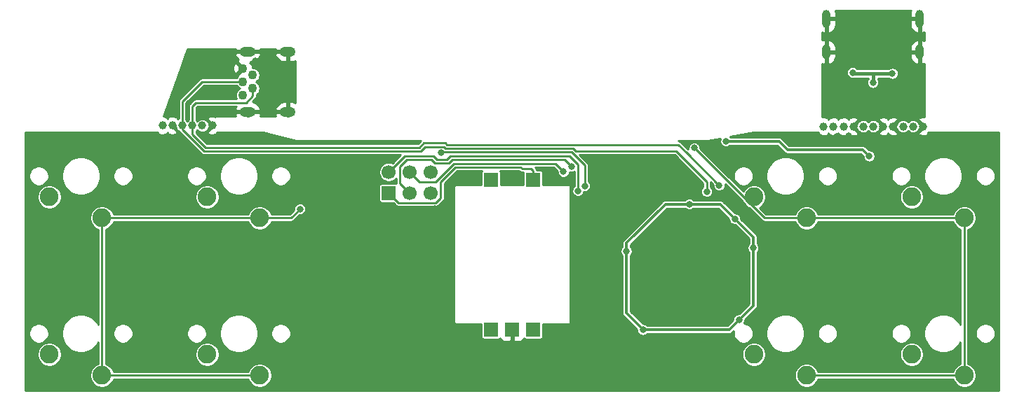
<source format=gbr>
%TF.GenerationSoftware,KiCad,Pcbnew,(5.1.6)-1*%
%TF.CreationDate,2022-02-02T11:22:03-06:00*%
%TF.ProjectId,Pikatea R26 PCB,50696b61-7465-4612-9052-323620504342,rev?*%
%TF.SameCoordinates,Original*%
%TF.FileFunction,Copper,L2,Bot*%
%TF.FilePolarity,Positive*%
%FSLAX46Y46*%
G04 Gerber Fmt 4.6, Leading zero omitted, Abs format (unit mm)*
G04 Created by KiCad (PCBNEW (5.1.6)-1) date 2022-02-02 11:22:03*
%MOMM*%
%LPD*%
G01*
G04 APERTURE LIST*
%TA.AperFunction,ComponentPad*%
%ADD10C,1.000000*%
%TD*%
%TA.AperFunction,ComponentPad*%
%ADD11C,1.700000*%
%TD*%
%TA.AperFunction,ComponentPad*%
%ADD12R,1.700000X1.700000*%
%TD*%
%TA.AperFunction,ComponentPad*%
%ADD13O,1.900000X1.200000*%
%TD*%
%TA.AperFunction,ComponentPad*%
%ADD14C,1.100000*%
%TD*%
%TA.AperFunction,ComponentPad*%
%ADD15O,1.000000X2.200000*%
%TD*%
%TA.AperFunction,ComponentPad*%
%ADD16O,1.000000X1.800000*%
%TD*%
%TA.AperFunction,ComponentPad*%
%ADD17C,2.250000*%
%TD*%
%TA.AperFunction,ViaPad*%
%ADD18C,0.800000*%
%TD*%
%TA.AperFunction,Conductor*%
%ADD19C,0.254000*%
%TD*%
%TA.AperFunction,Conductor*%
%ADD20C,0.354000*%
%TD*%
%TA.AperFunction,Conductor*%
%ADD21C,0.454000*%
%TD*%
G04 APERTURE END LIST*
D10*
%TO.P,J4,1*%
%TO.N,GND*%
X89200000Y-94500000D03*
X90400000Y-94500000D03*
%TO.P,J4,2*%
%TO.N,USB_D_R+*%
X91600000Y-94500000D03*
%TO.P,J4,1*%
%TO.N,GND*%
X95200000Y-94500000D03*
%TO.P,J4,4*%
%TO.N,VCC_USB*%
X94000000Y-94500000D03*
%TO.P,J4,3*%
%TO.N,USB_D_R-*%
X92800000Y-94500000D03*
%TD*%
%TO.P,J3,1*%
%TO.N,GND*%
X181000000Y-94600000D03*
X169000000Y-94600000D03*
X170200000Y-94600000D03*
X171400000Y-94600000D03*
X172600000Y-94600000D03*
%TO.P,J3,2*%
%TO.N,USB_D_R+*%
X173800000Y-94600000D03*
%TO.P,J3,4*%
%TO.N,VCC_USB*%
X179800000Y-94600000D03*
X178600000Y-94600000D03*
%TO.P,J3,1*%
%TO.N,GND*%
X177400000Y-94600000D03*
X176200000Y-94600000D03*
%TO.P,J3,3*%
%TO.N,USB_D_R-*%
X175000000Y-94600000D03*
%TD*%
D11*
%TO.P,J1,6*%
%TO.N,GND*%
X121590000Y-100130000D03*
%TO.P,J1,5*%
%TO.N,Reset*%
X121590000Y-102670000D03*
%TO.P,J1,4*%
%TO.N,MOSI*%
X119050000Y-100130000D03*
%TO.P,J1,3*%
%TO.N,SCK*%
X119050000Y-102670000D03*
%TO.P,J1,2*%
%TO.N,VCC*%
X116510000Y-100130000D03*
D12*
%TO.P,J1,1*%
%TO.N,C_5*%
X116510000Y-102670000D03*
%TD*%
D13*
%TO.P,J2,6*%
%TO.N,GND*%
X99500000Y-85550000D03*
X99500000Y-92850000D03*
D14*
%TO.P,J2,1*%
%TO.N,VCC_USB*%
X98900000Y-90800000D03*
%TO.P,J2,2*%
%TO.N,USB_D_R-*%
X100100000Y-90000000D03*
%TO.P,J2,3*%
%TO.N,USB_D_R+*%
X98900000Y-89200000D03*
%TO.P,J2,4*%
%TO.N,Net-(J2-Pad4)*%
X100100000Y-88400000D03*
%TO.P,J2,5*%
%TO.N,GND*%
X98900000Y-87600000D03*
D13*
%TO.P,J2,6*%
X104320000Y-92850000D03*
X104320000Y-85550000D03*
%TD*%
D15*
%TO.P,USB1,13*%
%TO.N,GND*%
X169360000Y-81600000D03*
X180600000Y-81600000D03*
D16*
X169360000Y-85600000D03*
X180600000Y-85600000D03*
%TD*%
D12*
%TO.P,SW2,S1*%
%TO.N,R_1*%
X128860000Y-101075000D03*
%TO.P,SW2,S2*%
%TO.N,C_5*%
X133940000Y-101075000D03*
%TO.P,SW2,C*%
%TO.N,GND*%
X131400000Y-119175000D03*
%TO.P,SW2,B*%
%TO.N,Knob_B*%
X128860000Y-119175000D03*
%TO.P,SW2,A*%
%TO.N,Knob_A*%
X133940000Y-119175000D03*
%TD*%
D17*
%TO.P,MX_8,2*%
%TO.N,R_1*%
X185990000Y-105680000D03*
%TO.P,MX_8,1*%
%TO.N,C_4*%
X179640000Y-103140000D03*
%TD*%
%TO.P,MX_7,2*%
%TO.N,R_1*%
X166940000Y-105680000D03*
%TO.P,MX_7,1*%
%TO.N,C_3*%
X160590000Y-103140000D03*
%TD*%
%TO.P,MX_6,2*%
%TO.N,R_1*%
X166940000Y-124730000D03*
%TO.P,MX_6,1*%
%TO.N,C_8*%
X160590000Y-122190000D03*
%TD*%
%TO.P,MX_5,2*%
%TO.N,R_1*%
X100940000Y-124730000D03*
%TO.P,MX_5,1*%
%TO.N,C_7*%
X94590000Y-122190000D03*
%TD*%
%TO.P,MX_4,2*%
%TO.N,R_1*%
X100940000Y-105680000D03*
%TO.P,MX_4,1*%
%TO.N,C_2*%
X94590000Y-103140000D03*
%TD*%
%TO.P,MX_3,1*%
%TO.N,C_6*%
X75540000Y-122190000D03*
%TO.P,MX_3,2*%
%TO.N,R_1*%
X81890000Y-124730000D03*
%TD*%
%TO.P,MX_2,2*%
%TO.N,R_1*%
X81890000Y-105680000D03*
%TO.P,MX_2,1*%
%TO.N,C_1*%
X75540000Y-103140000D03*
%TD*%
%TO.P,MX_1,2*%
%TO.N,R_1*%
X185990000Y-124730000D03*
%TO.P,MX_1,1*%
%TO.N,C_9*%
X179640000Y-122190000D03*
%TD*%
D18*
%TO.N,GND*%
X152700000Y-112900000D03*
X154200000Y-112900000D03*
X151300000Y-112900000D03*
X152700000Y-111400000D03*
X152700000Y-114500000D03*
X159600000Y-115000000D03*
X157400000Y-108700000D03*
X147000000Y-115900000D03*
X144300000Y-117700000D03*
X139700000Y-113800000D03*
X147600000Y-102800000D03*
X172900000Y-92800000D03*
X176800000Y-92600000D03*
X172000000Y-95700000D03*
X171300000Y-93300000D03*
X170600000Y-95800000D03*
X100400000Y-86700000D03*
X100700000Y-91400000D03*
X158300000Y-98700000D03*
X176300000Y-96800000D03*
X180300000Y-88500000D03*
X170200000Y-88400000D03*
X89600000Y-96200000D03*
X90200000Y-92600000D03*
X164900000Y-123200000D03*
X184100000Y-123400000D03*
X184100000Y-104500000D03*
X164900000Y-104200000D03*
X99100000Y-104300000D03*
X80000000Y-104200000D03*
X79900000Y-123300000D03*
X99100000Y-123600000D03*
X94900000Y-90400000D03*
X94200000Y-86800000D03*
X122050000Y-104580401D03*
X96300000Y-95650000D03*
X96700000Y-122850000D03*
X91550000Y-123600000D03*
X143350000Y-106650000D03*
X140250000Y-104150000D03*
X138900000Y-107750000D03*
X148450000Y-109200000D03*
X143200000Y-115000000D03*
X143400000Y-109850000D03*
X131150000Y-100850000D03*
%TO.N,Reset*%
X140157852Y-101805200D03*
X122800000Y-97800000D03*
%TO.N,VCC*%
X158800000Y-118000000D03*
X158300000Y-105800000D03*
X152800000Y-104000000D03*
X145200000Y-109700000D03*
X147200000Y-119200000D03*
X160500000Y-109300000D03*
X139350000Y-102400000D03*
%TO.N,USB_D_R+*%
X154900000Y-102500000D03*
%TO.N,USB_D_R-*%
X156400000Y-101736302D03*
%TO.N,R_1*%
X105800000Y-104600000D03*
X153390000Y-97210000D03*
%TO.N,MOSI*%
X137600000Y-100100000D03*
%TO.N,SCK*%
X138550000Y-99450000D03*
%TO.N,VCC_USB*%
X157200000Y-96400000D03*
X174500000Y-98200000D03*
X177300000Y-88200000D03*
X172499800Y-88100000D03*
X174960200Y-89300000D03*
%TD*%
D19*
%TO.N,Reset*%
X140157852Y-99330562D02*
X138555660Y-97728370D01*
X140157852Y-101805200D02*
X140157852Y-99330562D01*
X138555660Y-97728370D02*
X122871630Y-97728370D01*
X122871630Y-97728370D02*
X122800000Y-97800000D01*
D20*
%TO.N,VCC*%
X158800000Y-118000000D02*
X160500000Y-116300000D01*
X160500000Y-108000000D02*
X158300000Y-105800000D01*
X158300000Y-105800000D02*
X156500000Y-104000000D01*
X156500000Y-104000000D02*
X152800000Y-104000000D01*
X152800000Y-104000000D02*
X149900000Y-104000000D01*
X149900000Y-104000000D02*
X145200000Y-108700000D01*
X145200000Y-108700000D02*
X145200000Y-109700000D01*
X145200000Y-109700000D02*
X145200000Y-117200000D01*
X145200000Y-117200000D02*
X147200000Y-119200000D01*
X157600000Y-119200000D02*
X158800000Y-118000000D01*
X147200000Y-119200000D02*
X157600000Y-119200000D01*
X160500000Y-116300000D02*
X160500000Y-109300000D01*
X160500000Y-109300000D02*
X160500000Y-108000000D01*
D19*
X139350000Y-99169302D02*
X138366278Y-98185580D01*
X118454420Y-98185580D02*
X116510000Y-100130000D01*
X139350000Y-102400000D02*
X139350000Y-99169302D01*
X123964420Y-98185580D02*
X123557210Y-98592790D01*
X138366278Y-98185580D02*
X123964420Y-98185580D01*
X123557210Y-98592790D02*
X122289382Y-98592790D01*
X121882172Y-98185580D02*
X118454420Y-98185580D01*
X122289382Y-98592790D02*
X121882172Y-98185580D01*
%TO.N,USB_D_R+*%
X91600000Y-92700000D02*
X91600000Y-94500000D01*
X98900000Y-89200000D02*
X94000000Y-89200000D01*
X91600000Y-91600000D02*
X91600000Y-92700000D01*
X94000000Y-89200000D02*
X91600000Y-91600000D01*
X94200000Y-97600000D02*
X91600000Y-95000000D01*
X123351858Y-97271160D02*
X123150497Y-97069799D01*
X120930201Y-97069799D02*
X120400001Y-97599999D01*
X154900000Y-102500000D02*
X154900000Y-101300000D01*
X154900000Y-101300000D02*
X151200000Y-97600000D01*
X91600000Y-95000000D02*
X91600000Y-94500000D01*
X123150497Y-97069799D02*
X120930201Y-97069799D01*
X151200000Y-97600000D02*
X139073882Y-97600000D01*
X120400001Y-97599999D02*
X94200000Y-97600000D01*
X139073882Y-97600000D02*
X138745042Y-97271160D01*
X138745042Y-97271160D02*
X123351858Y-97271160D01*
%TO.N,USB_D_R-*%
X92800000Y-94500000D02*
X92800000Y-92146592D01*
X100100000Y-90000000D02*
X100100000Y-90902698D01*
X99279402Y-91723296D02*
X93223296Y-91723296D01*
X92800000Y-92146592D02*
X93223296Y-91723296D01*
X100100000Y-90902698D02*
X99279402Y-91723296D01*
X152463698Y-97800000D02*
X156400000Y-101736302D01*
X123541240Y-96813950D02*
X151477648Y-96813950D01*
X123339880Y-96612590D02*
X123541240Y-96813950D01*
X151477648Y-96813950D02*
X152463698Y-97800000D01*
X92800000Y-95553408D02*
X94389382Y-97142790D01*
X120210618Y-97142790D02*
X120740819Y-96612589D01*
X120740819Y-96612589D02*
X123339880Y-96612590D01*
X92800000Y-94500000D02*
X92800000Y-95553408D01*
X94389382Y-97142790D02*
X120210618Y-97142790D01*
%TO.N,R_1*%
X161860000Y-105680000D02*
X180910000Y-105680000D01*
X161860000Y-105680000D02*
X153390000Y-97210000D01*
X104720000Y-105680000D02*
X95860000Y-105680000D01*
X105800000Y-104600000D02*
X104720000Y-105680000D01*
X95860000Y-105680000D02*
X81890000Y-105680000D01*
X81890000Y-105680000D02*
X81890000Y-124730000D01*
X81890000Y-124730000D02*
X100940000Y-124730000D01*
X180910000Y-105680000D02*
X185990000Y-105680000D01*
X185990000Y-105680000D02*
X185990000Y-124730000D01*
X185990000Y-124730000D02*
X180910000Y-124730000D01*
X180910000Y-124730000D02*
X166940000Y-124730000D01*
%TO.N,C_5*%
X122156497Y-103850201D02*
X117690201Y-103850201D01*
X122770201Y-103236497D02*
X122156497Y-103850201D01*
X117690201Y-103850201D02*
X116510000Y-102670000D01*
X122770201Y-101343089D02*
X122770201Y-103236497D01*
X133940000Y-101075000D02*
X133940000Y-99971000D01*
X133669000Y-99700000D02*
X132600000Y-99700000D01*
X124556080Y-99557210D02*
X122770201Y-101343089D01*
X133940000Y-99971000D02*
X133669000Y-99700000D01*
X132457210Y-99557210D02*
X124556080Y-99557210D01*
X132600000Y-99700000D02*
X132457210Y-99557210D01*
%TO.N,MOSI*%
X137600000Y-100100000D02*
X136600000Y-99100000D01*
X120230201Y-101310201D02*
X119050000Y-100130000D01*
X122156497Y-101310201D02*
X120230201Y-101310201D01*
X124366698Y-99100000D02*
X122156497Y-101310201D01*
X125900000Y-99100000D02*
X124366698Y-99100000D01*
X125900000Y-99100000D02*
X125750000Y-99100000D01*
X136600000Y-99100000D02*
X125900000Y-99100000D01*
%TO.N,SCK*%
X117869799Y-101489799D02*
X119050000Y-102670000D01*
X117869799Y-99480201D02*
X117869799Y-101489799D01*
X118707210Y-98642790D02*
X117869799Y-99480201D01*
X138550000Y-99450000D02*
X137742790Y-98642790D01*
X137742790Y-98642790D02*
X124157210Y-98642790D01*
X124157210Y-98642790D02*
X123750000Y-99050000D01*
X123750000Y-99050000D02*
X122100000Y-99050000D01*
X121692790Y-98642790D02*
X122100000Y-99050000D01*
X118707210Y-98642790D02*
X121692790Y-98642790D01*
D20*
%TO.N,VCC_USB*%
X163639670Y-96400000D02*
X164639670Y-97400000D01*
X157200000Y-96400000D02*
X163639670Y-96400000D01*
X164639670Y-97400000D02*
X173700000Y-97400000D01*
X173700000Y-97400000D02*
X174500000Y-98200000D01*
D19*
X172599800Y-88200000D02*
X172499800Y-88100000D01*
D21*
X175000000Y-88200000D02*
X175000000Y-89260200D01*
D19*
X175000000Y-89260200D02*
X174960200Y-89300000D01*
D21*
X175000000Y-88200000D02*
X172599800Y-88200000D01*
X177300000Y-88200000D02*
X175000000Y-88200000D01*
%TD*%
D19*
%TO.N,GND*%
G36*
X179511585Y-80654013D02*
G01*
X179465000Y-80873000D01*
X179465000Y-81473000D01*
X180473000Y-81473000D01*
X180473000Y-81453000D01*
X180727000Y-81453000D01*
X180727000Y-81473000D01*
X180747000Y-81473000D01*
X180747000Y-81727000D01*
X180727000Y-81727000D01*
X180727000Y-83167954D01*
X180901874Y-83294119D01*
X181124976Y-83214276D01*
X181144800Y-83201407D01*
X181144800Y-84198593D01*
X181124976Y-84185724D01*
X180901874Y-84105881D01*
X180727000Y-84232046D01*
X180727000Y-85473000D01*
X180747000Y-85473000D01*
X180747000Y-85727000D01*
X180727000Y-85727000D01*
X180727000Y-86967954D01*
X180901874Y-87094119D01*
X181124976Y-87014276D01*
X181144800Y-87001406D01*
X181144801Y-93469106D01*
X181141095Y-93468269D01*
X180917594Y-93462489D01*
X180697260Y-93500423D01*
X180488560Y-93580613D01*
X180436550Y-93608412D01*
X180401439Y-93821834D01*
X181000000Y-94420395D01*
X181014143Y-94406253D01*
X181144801Y-94536911D01*
X181144801Y-94924406D01*
X181000000Y-94779605D01*
X180401439Y-95378166D01*
X180436550Y-95591588D01*
X180640826Y-95682458D01*
X180858905Y-95731731D01*
X181082406Y-95737511D01*
X181302740Y-95699577D01*
X181511440Y-95619387D01*
X181563450Y-95591588D01*
X181598561Y-95378166D01*
X181575595Y-95355200D01*
X190144800Y-95355200D01*
X190144801Y-126544800D01*
X72655200Y-126544800D01*
X72655200Y-122046675D01*
X74084800Y-122046675D01*
X74084800Y-122333325D01*
X74140723Y-122614466D01*
X74250419Y-122879296D01*
X74409672Y-123117636D01*
X74612364Y-123320328D01*
X74850704Y-123479581D01*
X75115534Y-123589277D01*
X75396675Y-123645200D01*
X75683325Y-123645200D01*
X75964466Y-123589277D01*
X76229296Y-123479581D01*
X76467636Y-123320328D01*
X76670328Y-123117636D01*
X76829581Y-122879296D01*
X76939277Y-122614466D01*
X76995200Y-122333325D01*
X76995200Y-122046675D01*
X76939277Y-121765534D01*
X76829581Y-121500704D01*
X76670328Y-121262364D01*
X76467636Y-121059672D01*
X76229296Y-120900419D01*
X75964466Y-120790723D01*
X75683325Y-120734800D01*
X75396675Y-120734800D01*
X75115534Y-120790723D01*
X74850704Y-120900419D01*
X74612364Y-121059672D01*
X74409672Y-121262364D01*
X74250419Y-121500704D01*
X74140723Y-121765534D01*
X74084800Y-122046675D01*
X72655200Y-122046675D01*
X72655200Y-119531298D01*
X73064800Y-119531298D01*
X73064800Y-119768702D01*
X73111116Y-120001544D01*
X73201966Y-120220876D01*
X73333860Y-120418270D01*
X73501730Y-120586140D01*
X73699124Y-120718034D01*
X73918456Y-120808884D01*
X74151298Y-120855200D01*
X74388702Y-120855200D01*
X74621544Y-120808884D01*
X74840876Y-120718034D01*
X75038270Y-120586140D01*
X75206140Y-120418270D01*
X75338034Y-120220876D01*
X75428884Y-120001544D01*
X75475200Y-119768702D01*
X75475200Y-119531298D01*
X75453280Y-119421096D01*
X77025900Y-119421096D01*
X77025900Y-119878904D01*
X77115214Y-120327915D01*
X77290410Y-120750874D01*
X77544754Y-121131527D01*
X77868473Y-121455246D01*
X78249126Y-121709590D01*
X78672085Y-121884786D01*
X79121096Y-121974100D01*
X79578904Y-121974100D01*
X80027915Y-121884786D01*
X80450874Y-121709590D01*
X80831527Y-121455246D01*
X81155246Y-121131527D01*
X81409590Y-120750874D01*
X81432801Y-120694838D01*
X81432801Y-123344281D01*
X81200704Y-123440419D01*
X80962364Y-123599672D01*
X80759672Y-123802364D01*
X80600419Y-124040704D01*
X80490723Y-124305534D01*
X80434800Y-124586675D01*
X80434800Y-124873325D01*
X80490723Y-125154466D01*
X80600419Y-125419296D01*
X80759672Y-125657636D01*
X80962364Y-125860328D01*
X81200704Y-126019581D01*
X81465534Y-126129277D01*
X81746675Y-126185200D01*
X82033325Y-126185200D01*
X82314466Y-126129277D01*
X82579296Y-126019581D01*
X82817636Y-125860328D01*
X83020328Y-125657636D01*
X83179581Y-125419296D01*
X83275718Y-125187200D01*
X99554282Y-125187200D01*
X99650419Y-125419296D01*
X99809672Y-125657636D01*
X100012364Y-125860328D01*
X100250704Y-126019581D01*
X100515534Y-126129277D01*
X100796675Y-126185200D01*
X101083325Y-126185200D01*
X101364466Y-126129277D01*
X101629296Y-126019581D01*
X101867636Y-125860328D01*
X102070328Y-125657636D01*
X102229581Y-125419296D01*
X102339277Y-125154466D01*
X102395200Y-124873325D01*
X102395200Y-124586675D01*
X102339277Y-124305534D01*
X102229581Y-124040704D01*
X102070328Y-123802364D01*
X101867636Y-123599672D01*
X101629296Y-123440419D01*
X101364466Y-123330723D01*
X101083325Y-123274800D01*
X100796675Y-123274800D01*
X100515534Y-123330723D01*
X100250704Y-123440419D01*
X100012364Y-123599672D01*
X99809672Y-123802364D01*
X99650419Y-124040704D01*
X99554282Y-124272800D01*
X83275718Y-124272800D01*
X83179581Y-124040704D01*
X83020328Y-123802364D01*
X82817636Y-123599672D01*
X82579296Y-123440419D01*
X82347200Y-123344282D01*
X82347200Y-122046675D01*
X93134800Y-122046675D01*
X93134800Y-122333325D01*
X93190723Y-122614466D01*
X93300419Y-122879296D01*
X93459672Y-123117636D01*
X93662364Y-123320328D01*
X93900704Y-123479581D01*
X94165534Y-123589277D01*
X94446675Y-123645200D01*
X94733325Y-123645200D01*
X95014466Y-123589277D01*
X95279296Y-123479581D01*
X95517636Y-123320328D01*
X95720328Y-123117636D01*
X95879581Y-122879296D01*
X95989277Y-122614466D01*
X96045200Y-122333325D01*
X96045200Y-122046675D01*
X159134800Y-122046675D01*
X159134800Y-122333325D01*
X159190723Y-122614466D01*
X159300419Y-122879296D01*
X159459672Y-123117636D01*
X159662364Y-123320328D01*
X159900704Y-123479581D01*
X160165534Y-123589277D01*
X160446675Y-123645200D01*
X160733325Y-123645200D01*
X161014466Y-123589277D01*
X161279296Y-123479581D01*
X161517636Y-123320328D01*
X161720328Y-123117636D01*
X161879581Y-122879296D01*
X161989277Y-122614466D01*
X162045200Y-122333325D01*
X162045200Y-122046675D01*
X178184800Y-122046675D01*
X178184800Y-122333325D01*
X178240723Y-122614466D01*
X178350419Y-122879296D01*
X178509672Y-123117636D01*
X178712364Y-123320328D01*
X178950704Y-123479581D01*
X179215534Y-123589277D01*
X179496675Y-123645200D01*
X179783325Y-123645200D01*
X180064466Y-123589277D01*
X180329296Y-123479581D01*
X180567636Y-123320328D01*
X180770328Y-123117636D01*
X180929581Y-122879296D01*
X181039277Y-122614466D01*
X181095200Y-122333325D01*
X181095200Y-122046675D01*
X181039277Y-121765534D01*
X180929581Y-121500704D01*
X180770328Y-121262364D01*
X180567636Y-121059672D01*
X180329296Y-120900419D01*
X180064466Y-120790723D01*
X179783325Y-120734800D01*
X179496675Y-120734800D01*
X179215534Y-120790723D01*
X178950704Y-120900419D01*
X178712364Y-121059672D01*
X178509672Y-121262364D01*
X178350419Y-121500704D01*
X178240723Y-121765534D01*
X178184800Y-122046675D01*
X162045200Y-122046675D01*
X161989277Y-121765534D01*
X161879581Y-121500704D01*
X161720328Y-121262364D01*
X161517636Y-121059672D01*
X161279296Y-120900419D01*
X161014466Y-120790723D01*
X160733325Y-120734800D01*
X160446675Y-120734800D01*
X160165534Y-120790723D01*
X159900704Y-120900419D01*
X159662364Y-121059672D01*
X159459672Y-121262364D01*
X159300419Y-121500704D01*
X159190723Y-121765534D01*
X159134800Y-122046675D01*
X96045200Y-122046675D01*
X95989277Y-121765534D01*
X95879581Y-121500704D01*
X95720328Y-121262364D01*
X95517636Y-121059672D01*
X95279296Y-120900419D01*
X95014466Y-120790723D01*
X94733325Y-120734800D01*
X94446675Y-120734800D01*
X94165534Y-120790723D01*
X93900704Y-120900419D01*
X93662364Y-121059672D01*
X93459672Y-121262364D01*
X93300419Y-121500704D01*
X93190723Y-121765534D01*
X93134800Y-122046675D01*
X82347200Y-122046675D01*
X82347200Y-119531298D01*
X83224800Y-119531298D01*
X83224800Y-119768702D01*
X83271116Y-120001544D01*
X83361966Y-120220876D01*
X83493860Y-120418270D01*
X83661730Y-120586140D01*
X83859124Y-120718034D01*
X84078456Y-120808884D01*
X84311298Y-120855200D01*
X84548702Y-120855200D01*
X84781544Y-120808884D01*
X85000876Y-120718034D01*
X85198270Y-120586140D01*
X85366140Y-120418270D01*
X85498034Y-120220876D01*
X85588884Y-120001544D01*
X85635200Y-119768702D01*
X85635200Y-119531298D01*
X92114800Y-119531298D01*
X92114800Y-119768702D01*
X92161116Y-120001544D01*
X92251966Y-120220876D01*
X92383860Y-120418270D01*
X92551730Y-120586140D01*
X92749124Y-120718034D01*
X92968456Y-120808884D01*
X93201298Y-120855200D01*
X93438702Y-120855200D01*
X93671544Y-120808884D01*
X93890876Y-120718034D01*
X94088270Y-120586140D01*
X94256140Y-120418270D01*
X94388034Y-120220876D01*
X94478884Y-120001544D01*
X94525200Y-119768702D01*
X94525200Y-119531298D01*
X94503280Y-119421096D01*
X96075900Y-119421096D01*
X96075900Y-119878904D01*
X96165214Y-120327915D01*
X96340410Y-120750874D01*
X96594754Y-121131527D01*
X96918473Y-121455246D01*
X97299126Y-121709590D01*
X97722085Y-121884786D01*
X98171096Y-121974100D01*
X98628904Y-121974100D01*
X99077915Y-121884786D01*
X99500874Y-121709590D01*
X99881527Y-121455246D01*
X100205246Y-121131527D01*
X100459590Y-120750874D01*
X100634786Y-120327915D01*
X100724100Y-119878904D01*
X100724100Y-119531298D01*
X102274800Y-119531298D01*
X102274800Y-119768702D01*
X102321116Y-120001544D01*
X102411966Y-120220876D01*
X102543860Y-120418270D01*
X102711730Y-120586140D01*
X102909124Y-120718034D01*
X103128456Y-120808884D01*
X103361298Y-120855200D01*
X103598702Y-120855200D01*
X103831544Y-120808884D01*
X104050876Y-120718034D01*
X104248270Y-120586140D01*
X104416140Y-120418270D01*
X104548034Y-120220876D01*
X104638884Y-120001544D01*
X104685200Y-119768702D01*
X104685200Y-119531298D01*
X104638884Y-119298456D01*
X104548034Y-119079124D01*
X104416140Y-118881730D01*
X104248270Y-118713860D01*
X104050876Y-118581966D01*
X103831544Y-118491116D01*
X103598702Y-118444800D01*
X103361298Y-118444800D01*
X103128456Y-118491116D01*
X102909124Y-118581966D01*
X102711730Y-118713860D01*
X102543860Y-118881730D01*
X102411966Y-119079124D01*
X102321116Y-119298456D01*
X102274800Y-119531298D01*
X100724100Y-119531298D01*
X100724100Y-119421096D01*
X100634786Y-118972085D01*
X100459590Y-118549126D01*
X100205246Y-118168473D01*
X99881527Y-117844754D01*
X99500874Y-117590410D01*
X99077915Y-117415214D01*
X98628904Y-117325900D01*
X98171096Y-117325900D01*
X97722085Y-117415214D01*
X97299126Y-117590410D01*
X96918473Y-117844754D01*
X96594754Y-118168473D01*
X96340410Y-118549126D01*
X96165214Y-118972085D01*
X96075900Y-119421096D01*
X94503280Y-119421096D01*
X94478884Y-119298456D01*
X94388034Y-119079124D01*
X94256140Y-118881730D01*
X94088270Y-118713860D01*
X93890876Y-118581966D01*
X93671544Y-118491116D01*
X93438702Y-118444800D01*
X93201298Y-118444800D01*
X92968456Y-118491116D01*
X92749124Y-118581966D01*
X92551730Y-118713860D01*
X92383860Y-118881730D01*
X92251966Y-119079124D01*
X92161116Y-119298456D01*
X92114800Y-119531298D01*
X85635200Y-119531298D01*
X85588884Y-119298456D01*
X85498034Y-119079124D01*
X85366140Y-118881730D01*
X85198270Y-118713860D01*
X85000876Y-118581966D01*
X84781544Y-118491116D01*
X84548702Y-118444800D01*
X84311298Y-118444800D01*
X84078456Y-118491116D01*
X83859124Y-118581966D01*
X83661730Y-118713860D01*
X83493860Y-118881730D01*
X83361966Y-119079124D01*
X83271116Y-119298456D01*
X83224800Y-119531298D01*
X82347200Y-119531298D01*
X82347200Y-107065718D01*
X82579296Y-106969581D01*
X82817636Y-106810328D01*
X83020328Y-106607636D01*
X83179581Y-106369296D01*
X83275718Y-106137200D01*
X99554282Y-106137200D01*
X99650419Y-106369296D01*
X99809672Y-106607636D01*
X100012364Y-106810328D01*
X100250704Y-106969581D01*
X100515534Y-107079277D01*
X100796675Y-107135200D01*
X101083325Y-107135200D01*
X101364466Y-107079277D01*
X101629296Y-106969581D01*
X101867636Y-106810328D01*
X102070328Y-106607636D01*
X102229581Y-106369296D01*
X102325718Y-106137200D01*
X104697550Y-106137200D01*
X104720000Y-106139411D01*
X104742450Y-106137200D01*
X104742460Y-106137200D01*
X104809627Y-106130585D01*
X104895809Y-106104441D01*
X104975236Y-106061987D01*
X105044853Y-106004853D01*
X105059174Y-105987403D01*
X105718320Y-105328258D01*
X105728082Y-105330200D01*
X105871918Y-105330200D01*
X106012991Y-105302139D01*
X106145879Y-105247095D01*
X106265475Y-105167183D01*
X106367183Y-105065475D01*
X106447095Y-104945879D01*
X106502139Y-104812991D01*
X106530200Y-104671918D01*
X106530200Y-104528082D01*
X106502139Y-104387009D01*
X106447095Y-104254121D01*
X106367183Y-104134525D01*
X106265475Y-104032817D01*
X106145879Y-103952905D01*
X106012991Y-103897861D01*
X105871918Y-103869800D01*
X105728082Y-103869800D01*
X105587009Y-103897861D01*
X105454121Y-103952905D01*
X105334525Y-104032817D01*
X105232817Y-104134525D01*
X105152905Y-104254121D01*
X105097861Y-104387009D01*
X105069800Y-104528082D01*
X105069800Y-104671918D01*
X105071742Y-104681680D01*
X104530623Y-105222800D01*
X102325718Y-105222800D01*
X102229581Y-104990704D01*
X102070328Y-104752364D01*
X101867636Y-104549672D01*
X101629296Y-104390419D01*
X101364466Y-104280723D01*
X101083325Y-104224800D01*
X100796675Y-104224800D01*
X100515534Y-104280723D01*
X100250704Y-104390419D01*
X100012364Y-104549672D01*
X99809672Y-104752364D01*
X99650419Y-104990704D01*
X99554282Y-105222800D01*
X83275718Y-105222800D01*
X83179581Y-104990704D01*
X83020328Y-104752364D01*
X82817636Y-104549672D01*
X82579296Y-104390419D01*
X82314466Y-104280723D01*
X82033325Y-104224800D01*
X81746675Y-104224800D01*
X81465534Y-104280723D01*
X81200704Y-104390419D01*
X80962364Y-104549672D01*
X80759672Y-104752364D01*
X80600419Y-104990704D01*
X80490723Y-105255534D01*
X80434800Y-105536675D01*
X80434800Y-105823325D01*
X80490723Y-106104466D01*
X80600419Y-106369296D01*
X80759672Y-106607636D01*
X80962364Y-106810328D01*
X81200704Y-106969581D01*
X81432800Y-107065718D01*
X81432801Y-118605161D01*
X81409590Y-118549126D01*
X81155246Y-118168473D01*
X80831527Y-117844754D01*
X80450874Y-117590410D01*
X80027915Y-117415214D01*
X79578904Y-117325900D01*
X79121096Y-117325900D01*
X78672085Y-117415214D01*
X78249126Y-117590410D01*
X77868473Y-117844754D01*
X77544754Y-118168473D01*
X77290410Y-118549126D01*
X77115214Y-118972085D01*
X77025900Y-119421096D01*
X75453280Y-119421096D01*
X75428884Y-119298456D01*
X75338034Y-119079124D01*
X75206140Y-118881730D01*
X75038270Y-118713860D01*
X74840876Y-118581966D01*
X74621544Y-118491116D01*
X74388702Y-118444800D01*
X74151298Y-118444800D01*
X73918456Y-118491116D01*
X73699124Y-118581966D01*
X73501730Y-118713860D01*
X73333860Y-118881730D01*
X73201966Y-119079124D01*
X73111116Y-119298456D01*
X73064800Y-119531298D01*
X72655200Y-119531298D01*
X72655200Y-102996675D01*
X74084800Y-102996675D01*
X74084800Y-103283325D01*
X74140723Y-103564466D01*
X74250419Y-103829296D01*
X74409672Y-104067636D01*
X74612364Y-104270328D01*
X74850704Y-104429581D01*
X75115534Y-104539277D01*
X75396675Y-104595200D01*
X75683325Y-104595200D01*
X75964466Y-104539277D01*
X76229296Y-104429581D01*
X76467636Y-104270328D01*
X76670328Y-104067636D01*
X76829581Y-103829296D01*
X76939277Y-103564466D01*
X76995200Y-103283325D01*
X76995200Y-102996675D01*
X93134800Y-102996675D01*
X93134800Y-103283325D01*
X93190723Y-103564466D01*
X93300419Y-103829296D01*
X93459672Y-104067636D01*
X93662364Y-104270328D01*
X93900704Y-104429581D01*
X94165534Y-104539277D01*
X94446675Y-104595200D01*
X94733325Y-104595200D01*
X95014466Y-104539277D01*
X95279296Y-104429581D01*
X95517636Y-104270328D01*
X95720328Y-104067636D01*
X95879581Y-103829296D01*
X95989277Y-103564466D01*
X96045200Y-103283325D01*
X96045200Y-102996675D01*
X95989277Y-102715534D01*
X95879581Y-102450704D01*
X95720328Y-102212364D01*
X95517636Y-102009672D01*
X95279296Y-101850419D01*
X95014466Y-101740723D01*
X94733325Y-101684800D01*
X94446675Y-101684800D01*
X94165534Y-101740723D01*
X93900704Y-101850419D01*
X93662364Y-102009672D01*
X93459672Y-102212364D01*
X93300419Y-102450704D01*
X93190723Y-102715534D01*
X93134800Y-102996675D01*
X76995200Y-102996675D01*
X76939277Y-102715534D01*
X76829581Y-102450704D01*
X76670328Y-102212364D01*
X76467636Y-102009672D01*
X76229296Y-101850419D01*
X75964466Y-101740723D01*
X75683325Y-101684800D01*
X75396675Y-101684800D01*
X75115534Y-101740723D01*
X74850704Y-101850419D01*
X74612364Y-102009672D01*
X74409672Y-102212364D01*
X74250419Y-102450704D01*
X74140723Y-102715534D01*
X74084800Y-102996675D01*
X72655200Y-102996675D01*
X72655200Y-100481298D01*
X73064800Y-100481298D01*
X73064800Y-100718702D01*
X73111116Y-100951544D01*
X73201966Y-101170876D01*
X73333860Y-101368270D01*
X73501730Y-101536140D01*
X73699124Y-101668034D01*
X73918456Y-101758884D01*
X74151298Y-101805200D01*
X74388702Y-101805200D01*
X74621544Y-101758884D01*
X74840876Y-101668034D01*
X75038270Y-101536140D01*
X75206140Y-101368270D01*
X75338034Y-101170876D01*
X75428884Y-100951544D01*
X75475200Y-100718702D01*
X75475200Y-100481298D01*
X75453280Y-100371096D01*
X77025900Y-100371096D01*
X77025900Y-100828904D01*
X77115214Y-101277915D01*
X77290410Y-101700874D01*
X77544754Y-102081527D01*
X77868473Y-102405246D01*
X78249126Y-102659590D01*
X78672085Y-102834786D01*
X79121096Y-102924100D01*
X79578904Y-102924100D01*
X80027915Y-102834786D01*
X80450874Y-102659590D01*
X80831527Y-102405246D01*
X81155246Y-102081527D01*
X81409590Y-101700874D01*
X81584786Y-101277915D01*
X81674100Y-100828904D01*
X81674100Y-100481298D01*
X83224800Y-100481298D01*
X83224800Y-100718702D01*
X83271116Y-100951544D01*
X83361966Y-101170876D01*
X83493860Y-101368270D01*
X83661730Y-101536140D01*
X83859124Y-101668034D01*
X84078456Y-101758884D01*
X84311298Y-101805200D01*
X84548702Y-101805200D01*
X84781544Y-101758884D01*
X85000876Y-101668034D01*
X85198270Y-101536140D01*
X85366140Y-101368270D01*
X85498034Y-101170876D01*
X85588884Y-100951544D01*
X85635200Y-100718702D01*
X85635200Y-100481298D01*
X92114800Y-100481298D01*
X92114800Y-100718702D01*
X92161116Y-100951544D01*
X92251966Y-101170876D01*
X92383860Y-101368270D01*
X92551730Y-101536140D01*
X92749124Y-101668034D01*
X92968456Y-101758884D01*
X93201298Y-101805200D01*
X93438702Y-101805200D01*
X93671544Y-101758884D01*
X93890876Y-101668034D01*
X94088270Y-101536140D01*
X94256140Y-101368270D01*
X94388034Y-101170876D01*
X94478884Y-100951544D01*
X94525200Y-100718702D01*
X94525200Y-100481298D01*
X94503280Y-100371096D01*
X96075900Y-100371096D01*
X96075900Y-100828904D01*
X96165214Y-101277915D01*
X96340410Y-101700874D01*
X96594754Y-102081527D01*
X96918473Y-102405246D01*
X97299126Y-102659590D01*
X97722085Y-102834786D01*
X98171096Y-102924100D01*
X98628904Y-102924100D01*
X99077915Y-102834786D01*
X99500874Y-102659590D01*
X99881527Y-102405246D01*
X100205246Y-102081527D01*
X100459590Y-101700874D01*
X100634786Y-101277915D01*
X100724100Y-100828904D01*
X100724100Y-100481298D01*
X102274800Y-100481298D01*
X102274800Y-100718702D01*
X102321116Y-100951544D01*
X102411966Y-101170876D01*
X102543860Y-101368270D01*
X102711730Y-101536140D01*
X102909124Y-101668034D01*
X103128456Y-101758884D01*
X103361298Y-101805200D01*
X103598702Y-101805200D01*
X103831544Y-101758884D01*
X104050876Y-101668034D01*
X104248270Y-101536140D01*
X104416140Y-101368270D01*
X104548034Y-101170876D01*
X104638884Y-100951544D01*
X104685200Y-100718702D01*
X104685200Y-100481298D01*
X104638884Y-100248456D01*
X104548034Y-100029124D01*
X104416140Y-99831730D01*
X104248270Y-99663860D01*
X104050876Y-99531966D01*
X103831544Y-99441116D01*
X103598702Y-99394800D01*
X103361298Y-99394800D01*
X103128456Y-99441116D01*
X102909124Y-99531966D01*
X102711730Y-99663860D01*
X102543860Y-99831730D01*
X102411966Y-100029124D01*
X102321116Y-100248456D01*
X102274800Y-100481298D01*
X100724100Y-100481298D01*
X100724100Y-100371096D01*
X100634786Y-99922085D01*
X100459590Y-99499126D01*
X100205246Y-99118473D01*
X99881527Y-98794754D01*
X99500874Y-98540410D01*
X99077915Y-98365214D01*
X98628904Y-98275900D01*
X98171096Y-98275900D01*
X97722085Y-98365214D01*
X97299126Y-98540410D01*
X96918473Y-98794754D01*
X96594754Y-99118473D01*
X96340410Y-99499126D01*
X96165214Y-99922085D01*
X96075900Y-100371096D01*
X94503280Y-100371096D01*
X94478884Y-100248456D01*
X94388034Y-100029124D01*
X94256140Y-99831730D01*
X94088270Y-99663860D01*
X93890876Y-99531966D01*
X93671544Y-99441116D01*
X93438702Y-99394800D01*
X93201298Y-99394800D01*
X92968456Y-99441116D01*
X92749124Y-99531966D01*
X92551730Y-99663860D01*
X92383860Y-99831730D01*
X92251966Y-100029124D01*
X92161116Y-100248456D01*
X92114800Y-100481298D01*
X85635200Y-100481298D01*
X85588884Y-100248456D01*
X85498034Y-100029124D01*
X85366140Y-99831730D01*
X85198270Y-99663860D01*
X85000876Y-99531966D01*
X84781544Y-99441116D01*
X84548702Y-99394800D01*
X84311298Y-99394800D01*
X84078456Y-99441116D01*
X83859124Y-99531966D01*
X83661730Y-99663860D01*
X83493860Y-99831730D01*
X83361966Y-100029124D01*
X83271116Y-100248456D01*
X83224800Y-100481298D01*
X81674100Y-100481298D01*
X81674100Y-100371096D01*
X81584786Y-99922085D01*
X81409590Y-99499126D01*
X81155246Y-99118473D01*
X80831527Y-98794754D01*
X80450874Y-98540410D01*
X80027915Y-98365214D01*
X79578904Y-98275900D01*
X79121096Y-98275900D01*
X78672085Y-98365214D01*
X78249126Y-98540410D01*
X77868473Y-98794754D01*
X77544754Y-99118473D01*
X77290410Y-99499126D01*
X77115214Y-99922085D01*
X77025900Y-100371096D01*
X75453280Y-100371096D01*
X75428884Y-100248456D01*
X75338034Y-100029124D01*
X75206140Y-99831730D01*
X75038270Y-99663860D01*
X74840876Y-99531966D01*
X74621544Y-99441116D01*
X74388702Y-99394800D01*
X74151298Y-99394800D01*
X73918456Y-99441116D01*
X73699124Y-99531966D01*
X73501730Y-99663860D01*
X73333860Y-99831730D01*
X73201966Y-100029124D01*
X73111116Y-100248456D01*
X73064800Y-100481298D01*
X72655200Y-100481298D01*
X72655200Y-95355200D01*
X88393090Y-95355200D01*
X88421087Y-95356294D01*
X88441092Y-95353122D01*
X88483789Y-95395819D01*
X88562745Y-95316863D01*
X88576691Y-95308313D01*
X88598293Y-95296766D01*
X88603761Y-95292279D01*
X88636550Y-95491588D01*
X88840826Y-95582458D01*
X89058905Y-95631731D01*
X89282406Y-95637511D01*
X89502740Y-95599577D01*
X89711440Y-95519387D01*
X89763450Y-95491588D01*
X89797994Y-95281614D01*
X89800000Y-95279608D01*
X89802006Y-95281614D01*
X89836550Y-95491588D01*
X90040826Y-95582458D01*
X90258905Y-95631731D01*
X90482406Y-95637511D01*
X90702740Y-95599577D01*
X90911440Y-95519387D01*
X90963450Y-95491588D01*
X90998561Y-95278166D01*
X90400000Y-94679605D01*
X90385858Y-94693748D01*
X90331768Y-94639658D01*
X90337511Y-94417594D01*
X90328258Y-94363852D01*
X90385858Y-94306253D01*
X90400000Y-94320395D01*
X90414143Y-94306253D01*
X90593748Y-94485858D01*
X90579605Y-94500000D01*
X90796723Y-94717118D01*
X90801704Y-94742160D01*
X90864286Y-94893247D01*
X90955142Y-95029222D01*
X91070778Y-95144858D01*
X91206753Y-95235714D01*
X91207814Y-95236153D01*
X91218013Y-95255235D01*
X91275147Y-95324853D01*
X91292597Y-95339174D01*
X93860836Y-97907414D01*
X93875148Y-97924853D01*
X93892587Y-97939165D01*
X93892592Y-97939170D01*
X93944763Y-97981987D01*
X94002770Y-98012991D01*
X94024192Y-98024441D01*
X94110374Y-98050585D01*
X94177541Y-98057200D01*
X94177549Y-98057200D01*
X94199999Y-98059411D01*
X94222449Y-98057200D01*
X117936224Y-98057198D01*
X116956086Y-99037336D01*
X116854252Y-98995155D01*
X116626240Y-98949800D01*
X116393760Y-98949800D01*
X116165748Y-98995155D01*
X115950966Y-99084121D01*
X115757667Y-99213279D01*
X115593279Y-99377667D01*
X115464121Y-99570966D01*
X115375155Y-99785748D01*
X115329800Y-100013760D01*
X115329800Y-100246240D01*
X115375155Y-100474252D01*
X115464121Y-100689034D01*
X115593279Y-100882333D01*
X115757667Y-101046721D01*
X115950966Y-101175879D01*
X116165748Y-101264845D01*
X116393760Y-101310200D01*
X116626240Y-101310200D01*
X116854252Y-101264845D01*
X117069034Y-101175879D01*
X117262333Y-101046721D01*
X117412600Y-100896454D01*
X117412600Y-101467339D01*
X117410388Y-101489799D01*
X117410723Y-101493198D01*
X117360000Y-101488203D01*
X115660000Y-101488203D01*
X115595270Y-101494578D01*
X115533027Y-101513460D01*
X115475663Y-101544121D01*
X115425384Y-101585384D01*
X115384121Y-101635663D01*
X115353460Y-101693027D01*
X115334578Y-101755270D01*
X115328203Y-101820000D01*
X115328203Y-103520000D01*
X115334578Y-103584730D01*
X115353460Y-103646973D01*
X115384121Y-103704337D01*
X115425384Y-103754616D01*
X115475663Y-103795879D01*
X115533027Y-103826540D01*
X115595270Y-103845422D01*
X115660000Y-103851797D01*
X117045219Y-103851797D01*
X117351031Y-104157609D01*
X117365348Y-104175054D01*
X117382793Y-104189371D01*
X117434964Y-104232188D01*
X117475999Y-104254121D01*
X117514392Y-104274642D01*
X117600574Y-104300786D01*
X117667741Y-104307401D01*
X117667750Y-104307401D01*
X117690200Y-104309612D01*
X117712650Y-104307401D01*
X122134047Y-104307401D01*
X122156497Y-104309612D01*
X122178947Y-104307401D01*
X122178957Y-104307401D01*
X122246124Y-104300786D01*
X122332306Y-104274642D01*
X122411733Y-104232188D01*
X122481350Y-104175054D01*
X122495671Y-104157604D01*
X123077614Y-103575663D01*
X123095054Y-103561350D01*
X123109366Y-103543911D01*
X123109372Y-103543905D01*
X123152188Y-103491733D01*
X123194642Y-103412307D01*
X123220786Y-103326124D01*
X123227401Y-103258957D01*
X123227401Y-103258949D01*
X123229612Y-103236497D01*
X123227401Y-103214045D01*
X123227401Y-101532466D01*
X124745458Y-100014410D01*
X127755666Y-100014410D01*
X127734121Y-100040663D01*
X127703460Y-100098027D01*
X127684578Y-100160270D01*
X127678203Y-100225000D01*
X127678203Y-101644800D01*
X124717443Y-101644800D01*
X124700000Y-101643082D01*
X124636146Y-101649371D01*
X124630369Y-101649940D01*
X124563413Y-101670251D01*
X124501707Y-101703234D01*
X124447621Y-101747621D01*
X124403234Y-101801707D01*
X124370251Y-101863413D01*
X124349940Y-101930369D01*
X124343082Y-102000000D01*
X124344800Y-102017443D01*
X124344801Y-118182547D01*
X124343082Y-118200000D01*
X124349940Y-118269631D01*
X124370251Y-118336587D01*
X124403234Y-118398293D01*
X124447621Y-118452379D01*
X124501707Y-118496766D01*
X124563413Y-118529749D01*
X124630369Y-118550060D01*
X124682557Y-118555200D01*
X124700000Y-118556918D01*
X124717443Y-118555200D01*
X127678203Y-118555200D01*
X127678203Y-120025000D01*
X127684578Y-120089730D01*
X127703460Y-120151973D01*
X127734121Y-120209337D01*
X127775384Y-120259616D01*
X127825663Y-120300879D01*
X127883027Y-120331540D01*
X127945270Y-120350422D01*
X128010000Y-120356797D01*
X129710000Y-120356797D01*
X129774730Y-120350422D01*
X129836973Y-120331540D01*
X129894337Y-120300879D01*
X129944616Y-120259616D01*
X129954094Y-120248068D01*
X129960498Y-120269180D01*
X130019463Y-120379494D01*
X130098815Y-120476185D01*
X130195506Y-120555537D01*
X130305820Y-120614502D01*
X130425518Y-120650812D01*
X130550000Y-120663072D01*
X131114250Y-120660000D01*
X131273000Y-120501250D01*
X131273000Y-119302000D01*
X131253000Y-119302000D01*
X131253000Y-119048000D01*
X131273000Y-119048000D01*
X131273000Y-118555200D01*
X131527000Y-118555200D01*
X131527000Y-119048000D01*
X131547000Y-119048000D01*
X131547000Y-119302000D01*
X131527000Y-119302000D01*
X131527000Y-120501250D01*
X131685750Y-120660000D01*
X132250000Y-120663072D01*
X132374482Y-120650812D01*
X132494180Y-120614502D01*
X132604494Y-120555537D01*
X132701185Y-120476185D01*
X132780537Y-120379494D01*
X132839502Y-120269180D01*
X132845906Y-120248068D01*
X132855384Y-120259616D01*
X132905663Y-120300879D01*
X132963027Y-120331540D01*
X133025270Y-120350422D01*
X133090000Y-120356797D01*
X134790000Y-120356797D01*
X134854730Y-120350422D01*
X134916973Y-120331540D01*
X134974337Y-120300879D01*
X135024616Y-120259616D01*
X135065879Y-120209337D01*
X135096540Y-120151973D01*
X135115422Y-120089730D01*
X135121797Y-120025000D01*
X135121797Y-118555200D01*
X138082557Y-118555200D01*
X138100000Y-118556918D01*
X138117443Y-118555200D01*
X138169631Y-118550060D01*
X138236587Y-118529749D01*
X138298293Y-118496766D01*
X138352379Y-118452379D01*
X138396766Y-118398293D01*
X138429749Y-118336587D01*
X138450060Y-118269631D01*
X138456918Y-118200000D01*
X138455200Y-118182557D01*
X138455200Y-109628082D01*
X144469800Y-109628082D01*
X144469800Y-109771918D01*
X144497861Y-109912991D01*
X144552905Y-110045879D01*
X144632817Y-110165475D01*
X144692800Y-110225458D01*
X144692801Y-117175075D01*
X144690346Y-117200000D01*
X144700139Y-117299428D01*
X144729142Y-117395036D01*
X144776239Y-117483149D01*
X144839621Y-117560380D01*
X144858977Y-117576265D01*
X146469800Y-119187089D01*
X146469800Y-119271918D01*
X146497861Y-119412991D01*
X146552905Y-119545879D01*
X146632817Y-119665475D01*
X146734525Y-119767183D01*
X146854121Y-119847095D01*
X146987009Y-119902139D01*
X147128082Y-119930200D01*
X147271918Y-119930200D01*
X147412991Y-119902139D01*
X147545879Y-119847095D01*
X147665475Y-119767183D01*
X147725458Y-119707200D01*
X157575085Y-119707200D01*
X157600000Y-119709654D01*
X157624915Y-119707200D01*
X157624916Y-119707200D01*
X157699429Y-119699861D01*
X157795036Y-119670859D01*
X157883149Y-119623762D01*
X157960380Y-119560380D01*
X157976270Y-119541018D01*
X158146785Y-119370504D01*
X158114800Y-119531298D01*
X158114800Y-119768702D01*
X158161116Y-120001544D01*
X158251966Y-120220876D01*
X158383860Y-120418270D01*
X158551730Y-120586140D01*
X158749124Y-120718034D01*
X158968456Y-120808884D01*
X159201298Y-120855200D01*
X159438702Y-120855200D01*
X159671544Y-120808884D01*
X159890876Y-120718034D01*
X160088270Y-120586140D01*
X160256140Y-120418270D01*
X160388034Y-120220876D01*
X160478884Y-120001544D01*
X160525200Y-119768702D01*
X160525200Y-119531298D01*
X160503280Y-119421096D01*
X162075900Y-119421096D01*
X162075900Y-119878904D01*
X162165214Y-120327915D01*
X162340410Y-120750874D01*
X162594754Y-121131527D01*
X162918473Y-121455246D01*
X163299126Y-121709590D01*
X163722085Y-121884786D01*
X164171096Y-121974100D01*
X164628904Y-121974100D01*
X165077915Y-121884786D01*
X165500874Y-121709590D01*
X165881527Y-121455246D01*
X166205246Y-121131527D01*
X166459590Y-120750874D01*
X166634786Y-120327915D01*
X166724100Y-119878904D01*
X166724100Y-119531298D01*
X168274800Y-119531298D01*
X168274800Y-119768702D01*
X168321116Y-120001544D01*
X168411966Y-120220876D01*
X168543860Y-120418270D01*
X168711730Y-120586140D01*
X168909124Y-120718034D01*
X169128456Y-120808884D01*
X169361298Y-120855200D01*
X169598702Y-120855200D01*
X169831544Y-120808884D01*
X170050876Y-120718034D01*
X170248270Y-120586140D01*
X170416140Y-120418270D01*
X170548034Y-120220876D01*
X170638884Y-120001544D01*
X170685200Y-119768702D01*
X170685200Y-119531298D01*
X177164800Y-119531298D01*
X177164800Y-119768702D01*
X177211116Y-120001544D01*
X177301966Y-120220876D01*
X177433860Y-120418270D01*
X177601730Y-120586140D01*
X177799124Y-120718034D01*
X178018456Y-120808884D01*
X178251298Y-120855200D01*
X178488702Y-120855200D01*
X178721544Y-120808884D01*
X178940876Y-120718034D01*
X179138270Y-120586140D01*
X179306140Y-120418270D01*
X179438034Y-120220876D01*
X179528884Y-120001544D01*
X179575200Y-119768702D01*
X179575200Y-119531298D01*
X179528884Y-119298456D01*
X179438034Y-119079124D01*
X179306140Y-118881730D01*
X179138270Y-118713860D01*
X178940876Y-118581966D01*
X178721544Y-118491116D01*
X178488702Y-118444800D01*
X178251298Y-118444800D01*
X178018456Y-118491116D01*
X177799124Y-118581966D01*
X177601730Y-118713860D01*
X177433860Y-118881730D01*
X177301966Y-119079124D01*
X177211116Y-119298456D01*
X177164800Y-119531298D01*
X170685200Y-119531298D01*
X170638884Y-119298456D01*
X170548034Y-119079124D01*
X170416140Y-118881730D01*
X170248270Y-118713860D01*
X170050876Y-118581966D01*
X169831544Y-118491116D01*
X169598702Y-118444800D01*
X169361298Y-118444800D01*
X169128456Y-118491116D01*
X168909124Y-118581966D01*
X168711730Y-118713860D01*
X168543860Y-118881730D01*
X168411966Y-119079124D01*
X168321116Y-119298456D01*
X168274800Y-119531298D01*
X166724100Y-119531298D01*
X166724100Y-119421096D01*
X166634786Y-118972085D01*
X166459590Y-118549126D01*
X166205246Y-118168473D01*
X165881527Y-117844754D01*
X165500874Y-117590410D01*
X165077915Y-117415214D01*
X164628904Y-117325900D01*
X164171096Y-117325900D01*
X163722085Y-117415214D01*
X163299126Y-117590410D01*
X162918473Y-117844754D01*
X162594754Y-118168473D01*
X162340410Y-118549126D01*
X162165214Y-118972085D01*
X162075900Y-119421096D01*
X160503280Y-119421096D01*
X160478884Y-119298456D01*
X160388034Y-119079124D01*
X160256140Y-118881730D01*
X160088270Y-118713860D01*
X159890876Y-118581966D01*
X159671544Y-118491116D01*
X159438702Y-118444800D01*
X159380998Y-118444800D01*
X159447095Y-118345879D01*
X159502139Y-118212991D01*
X159530200Y-118071918D01*
X159530200Y-117987088D01*
X160841023Y-116676266D01*
X160860380Y-116660380D01*
X160923762Y-116583149D01*
X160970859Y-116495036D01*
X160999861Y-116399429D01*
X161007200Y-116324916D01*
X161007200Y-116324915D01*
X161009654Y-116300001D01*
X161007200Y-116275085D01*
X161007200Y-109825458D01*
X161067183Y-109765475D01*
X161147095Y-109645879D01*
X161202139Y-109512991D01*
X161230200Y-109371918D01*
X161230200Y-109228082D01*
X161202139Y-109087009D01*
X161147095Y-108954121D01*
X161067183Y-108834525D01*
X161007200Y-108774542D01*
X161007200Y-108024915D01*
X161009654Y-108000000D01*
X160999861Y-107900571D01*
X160970859Y-107804964D01*
X160923762Y-107716851D01*
X160860380Y-107639620D01*
X160841023Y-107623734D01*
X159030200Y-105812912D01*
X159030200Y-105728082D01*
X159002139Y-105587009D01*
X158947095Y-105454121D01*
X158867183Y-105334525D01*
X158765475Y-105232817D01*
X158645879Y-105152905D01*
X158512991Y-105097861D01*
X158371918Y-105069800D01*
X158287089Y-105069800D01*
X156876270Y-103658982D01*
X156860380Y-103639620D01*
X156783149Y-103576238D01*
X156695036Y-103529141D01*
X156599429Y-103500139D01*
X156524916Y-103492800D01*
X156524915Y-103492800D01*
X156500000Y-103490346D01*
X156475085Y-103492800D01*
X153325458Y-103492800D01*
X153265475Y-103432817D01*
X153145879Y-103352905D01*
X153012991Y-103297861D01*
X152871918Y-103269800D01*
X152728082Y-103269800D01*
X152587009Y-103297861D01*
X152454121Y-103352905D01*
X152334525Y-103432817D01*
X152274542Y-103492800D01*
X149924915Y-103492800D01*
X149900000Y-103490346D01*
X149800571Y-103500139D01*
X149704963Y-103529141D01*
X149638875Y-103564466D01*
X149616851Y-103576238D01*
X149539620Y-103639620D01*
X149523739Y-103658971D01*
X144858982Y-108323730D01*
X144839620Y-108339620D01*
X144776238Y-108416851D01*
X144729141Y-108504965D01*
X144727719Y-108509654D01*
X144700139Y-108600572D01*
X144690346Y-108700000D01*
X144692800Y-108724916D01*
X144692800Y-109174542D01*
X144632817Y-109234525D01*
X144552905Y-109354121D01*
X144497861Y-109487009D01*
X144469800Y-109628082D01*
X138455200Y-109628082D01*
X138455200Y-102017443D01*
X138456918Y-102000000D01*
X138450060Y-101930369D01*
X138429749Y-101863413D01*
X138396766Y-101801707D01*
X138352379Y-101747621D01*
X138298293Y-101703234D01*
X138236587Y-101670251D01*
X138169631Y-101649940D01*
X138163854Y-101649371D01*
X138100000Y-101643082D01*
X138082557Y-101644800D01*
X135121797Y-101644800D01*
X135121797Y-100225000D01*
X135115422Y-100160270D01*
X135096540Y-100098027D01*
X135065879Y-100040663D01*
X135024616Y-99990384D01*
X134974337Y-99949121D01*
X134916973Y-99918460D01*
X134854730Y-99899578D01*
X134790000Y-99893203D01*
X134391750Y-99893203D01*
X134390585Y-99881373D01*
X134364441Y-99795191D01*
X134321987Y-99715764D01*
X134264853Y-99646147D01*
X134247403Y-99631826D01*
X134172777Y-99557200D01*
X136410623Y-99557200D01*
X136871742Y-100018320D01*
X136869800Y-100028082D01*
X136869800Y-100171918D01*
X136897861Y-100312991D01*
X136952905Y-100445879D01*
X137032817Y-100565475D01*
X137134525Y-100667183D01*
X137254121Y-100747095D01*
X137387009Y-100802139D01*
X137528082Y-100830200D01*
X137671918Y-100830200D01*
X137812991Y-100802139D01*
X137945879Y-100747095D01*
X138065475Y-100667183D01*
X138167183Y-100565475D01*
X138247095Y-100445879D01*
X138302139Y-100312991D01*
X138330200Y-100171918D01*
X138330200Y-100149319D01*
X138337009Y-100152139D01*
X138478082Y-100180200D01*
X138621918Y-100180200D01*
X138762991Y-100152139D01*
X138892801Y-100098370D01*
X138892800Y-101827288D01*
X138884525Y-101832817D01*
X138782817Y-101934525D01*
X138702905Y-102054121D01*
X138647861Y-102187009D01*
X138619800Y-102328082D01*
X138619800Y-102471918D01*
X138647861Y-102612991D01*
X138702905Y-102745879D01*
X138782817Y-102865475D01*
X138884525Y-102967183D01*
X139004121Y-103047095D01*
X139137009Y-103102139D01*
X139278082Y-103130200D01*
X139421918Y-103130200D01*
X139562991Y-103102139D01*
X139695879Y-103047095D01*
X139815475Y-102967183D01*
X139917183Y-102865475D01*
X139997095Y-102745879D01*
X140052139Y-102612991D01*
X140068272Y-102531887D01*
X140085934Y-102535400D01*
X140229770Y-102535400D01*
X140370843Y-102507339D01*
X140503731Y-102452295D01*
X140623327Y-102372383D01*
X140725035Y-102270675D01*
X140804947Y-102151079D01*
X140859991Y-102018191D01*
X140888052Y-101877118D01*
X140888052Y-101733282D01*
X140859991Y-101592209D01*
X140804947Y-101459321D01*
X140725035Y-101339725D01*
X140623327Y-101238017D01*
X140615052Y-101232488D01*
X140615052Y-99353012D01*
X140617263Y-99330562D01*
X140615052Y-99308112D01*
X140615052Y-99308102D01*
X140608437Y-99240935D01*
X140586707Y-99169302D01*
X140582293Y-99154752D01*
X140539839Y-99075326D01*
X140497023Y-99023154D01*
X140497017Y-99023148D01*
X140482705Y-99005709D01*
X140465266Y-98991397D01*
X139531068Y-98057200D01*
X151010623Y-98057200D01*
X154442801Y-101489379D01*
X154442800Y-101927287D01*
X154434525Y-101932817D01*
X154332817Y-102034525D01*
X154252905Y-102154121D01*
X154197861Y-102287009D01*
X154169800Y-102428082D01*
X154169800Y-102571918D01*
X154197861Y-102712991D01*
X154252905Y-102845879D01*
X154332817Y-102965475D01*
X154434525Y-103067183D01*
X154554121Y-103147095D01*
X154687009Y-103202139D01*
X154828082Y-103230200D01*
X154971918Y-103230200D01*
X155112991Y-103202139D01*
X155245879Y-103147095D01*
X155365475Y-103067183D01*
X155467183Y-102965475D01*
X155547095Y-102845879D01*
X155602139Y-102712991D01*
X155630200Y-102571918D01*
X155630200Y-102428082D01*
X155602139Y-102287009D01*
X155547095Y-102154121D01*
X155467183Y-102034525D01*
X155365475Y-101932817D01*
X155357200Y-101927288D01*
X155357200Y-101340081D01*
X155671742Y-101654622D01*
X155669800Y-101664384D01*
X155669800Y-101808220D01*
X155697861Y-101949293D01*
X155752905Y-102082181D01*
X155832817Y-102201777D01*
X155934525Y-102303485D01*
X156054121Y-102383397D01*
X156187009Y-102438441D01*
X156328082Y-102466502D01*
X156471918Y-102466502D01*
X156612991Y-102438441D01*
X156745879Y-102383397D01*
X156865475Y-102303485D01*
X156967183Y-102201777D01*
X157047095Y-102082181D01*
X157102139Y-101949293D01*
X157130200Y-101808220D01*
X157130200Y-101664384D01*
X157113413Y-101579991D01*
X159256367Y-103722945D01*
X159300419Y-103829296D01*
X159459672Y-104067636D01*
X159662364Y-104270328D01*
X159900704Y-104429581D01*
X160007055Y-104473633D01*
X161520830Y-105987408D01*
X161535147Y-106004853D01*
X161604764Y-106061987D01*
X161684191Y-106104441D01*
X161770373Y-106130585D01*
X161837540Y-106137200D01*
X161837550Y-106137200D01*
X161860000Y-106139411D01*
X161882450Y-106137200D01*
X165554282Y-106137200D01*
X165650419Y-106369296D01*
X165809672Y-106607636D01*
X166012364Y-106810328D01*
X166250704Y-106969581D01*
X166515534Y-107079277D01*
X166796675Y-107135200D01*
X167083325Y-107135200D01*
X167364466Y-107079277D01*
X167629296Y-106969581D01*
X167867636Y-106810328D01*
X168070328Y-106607636D01*
X168229581Y-106369296D01*
X168325718Y-106137200D01*
X184604282Y-106137200D01*
X184700419Y-106369296D01*
X184859672Y-106607636D01*
X185062364Y-106810328D01*
X185300704Y-106969581D01*
X185532800Y-107065718D01*
X185532801Y-118605161D01*
X185509590Y-118549126D01*
X185255246Y-118168473D01*
X184931527Y-117844754D01*
X184550874Y-117590410D01*
X184127915Y-117415214D01*
X183678904Y-117325900D01*
X183221096Y-117325900D01*
X182772085Y-117415214D01*
X182349126Y-117590410D01*
X181968473Y-117844754D01*
X181644754Y-118168473D01*
X181390410Y-118549126D01*
X181215214Y-118972085D01*
X181125900Y-119421096D01*
X181125900Y-119878904D01*
X181215214Y-120327915D01*
X181390410Y-120750874D01*
X181644754Y-121131527D01*
X181968473Y-121455246D01*
X182349126Y-121709590D01*
X182772085Y-121884786D01*
X183221096Y-121974100D01*
X183678904Y-121974100D01*
X184127915Y-121884786D01*
X184550874Y-121709590D01*
X184931527Y-121455246D01*
X185255246Y-121131527D01*
X185509590Y-120750874D01*
X185532801Y-120694838D01*
X185532801Y-123344281D01*
X185300704Y-123440419D01*
X185062364Y-123599672D01*
X184859672Y-123802364D01*
X184700419Y-124040704D01*
X184604282Y-124272800D01*
X168325718Y-124272800D01*
X168229581Y-124040704D01*
X168070328Y-123802364D01*
X167867636Y-123599672D01*
X167629296Y-123440419D01*
X167364466Y-123330723D01*
X167083325Y-123274800D01*
X166796675Y-123274800D01*
X166515534Y-123330723D01*
X166250704Y-123440419D01*
X166012364Y-123599672D01*
X165809672Y-123802364D01*
X165650419Y-124040704D01*
X165540723Y-124305534D01*
X165484800Y-124586675D01*
X165484800Y-124873325D01*
X165540723Y-125154466D01*
X165650419Y-125419296D01*
X165809672Y-125657636D01*
X166012364Y-125860328D01*
X166250704Y-126019581D01*
X166515534Y-126129277D01*
X166796675Y-126185200D01*
X167083325Y-126185200D01*
X167364466Y-126129277D01*
X167629296Y-126019581D01*
X167867636Y-125860328D01*
X168070328Y-125657636D01*
X168229581Y-125419296D01*
X168325718Y-125187200D01*
X184604282Y-125187200D01*
X184700419Y-125419296D01*
X184859672Y-125657636D01*
X185062364Y-125860328D01*
X185300704Y-126019581D01*
X185565534Y-126129277D01*
X185846675Y-126185200D01*
X186133325Y-126185200D01*
X186414466Y-126129277D01*
X186679296Y-126019581D01*
X186917636Y-125860328D01*
X187120328Y-125657636D01*
X187279581Y-125419296D01*
X187389277Y-125154466D01*
X187445200Y-124873325D01*
X187445200Y-124586675D01*
X187389277Y-124305534D01*
X187279581Y-124040704D01*
X187120328Y-123802364D01*
X186917636Y-123599672D01*
X186679296Y-123440419D01*
X186447200Y-123344282D01*
X186447200Y-119531298D01*
X187324800Y-119531298D01*
X187324800Y-119768702D01*
X187371116Y-120001544D01*
X187461966Y-120220876D01*
X187593860Y-120418270D01*
X187761730Y-120586140D01*
X187959124Y-120718034D01*
X188178456Y-120808884D01*
X188411298Y-120855200D01*
X188648702Y-120855200D01*
X188881544Y-120808884D01*
X189100876Y-120718034D01*
X189298270Y-120586140D01*
X189466140Y-120418270D01*
X189598034Y-120220876D01*
X189688884Y-120001544D01*
X189735200Y-119768702D01*
X189735200Y-119531298D01*
X189688884Y-119298456D01*
X189598034Y-119079124D01*
X189466140Y-118881730D01*
X189298270Y-118713860D01*
X189100876Y-118581966D01*
X188881544Y-118491116D01*
X188648702Y-118444800D01*
X188411298Y-118444800D01*
X188178456Y-118491116D01*
X187959124Y-118581966D01*
X187761730Y-118713860D01*
X187593860Y-118881730D01*
X187461966Y-119079124D01*
X187371116Y-119298456D01*
X187324800Y-119531298D01*
X186447200Y-119531298D01*
X186447200Y-107065718D01*
X186679296Y-106969581D01*
X186917636Y-106810328D01*
X187120328Y-106607636D01*
X187279581Y-106369296D01*
X187389277Y-106104466D01*
X187445200Y-105823325D01*
X187445200Y-105536675D01*
X187389277Y-105255534D01*
X187279581Y-104990704D01*
X187120328Y-104752364D01*
X186917636Y-104549672D01*
X186679296Y-104390419D01*
X186414466Y-104280723D01*
X186133325Y-104224800D01*
X185846675Y-104224800D01*
X185565534Y-104280723D01*
X185300704Y-104390419D01*
X185062364Y-104549672D01*
X184859672Y-104752364D01*
X184700419Y-104990704D01*
X184604282Y-105222800D01*
X168325718Y-105222800D01*
X168229581Y-104990704D01*
X168070328Y-104752364D01*
X167867636Y-104549672D01*
X167629296Y-104390419D01*
X167364466Y-104280723D01*
X167083325Y-104224800D01*
X166796675Y-104224800D01*
X166515534Y-104280723D01*
X166250704Y-104390419D01*
X166012364Y-104549672D01*
X165809672Y-104752364D01*
X165650419Y-104990704D01*
X165554282Y-105222800D01*
X162049378Y-105222800D01*
X161262936Y-104436358D01*
X161279296Y-104429581D01*
X161517636Y-104270328D01*
X161720328Y-104067636D01*
X161879581Y-103829296D01*
X161989277Y-103564466D01*
X162045200Y-103283325D01*
X162045200Y-102996675D01*
X178184800Y-102996675D01*
X178184800Y-103283325D01*
X178240723Y-103564466D01*
X178350419Y-103829296D01*
X178509672Y-104067636D01*
X178712364Y-104270328D01*
X178950704Y-104429581D01*
X179215534Y-104539277D01*
X179496675Y-104595200D01*
X179783325Y-104595200D01*
X180064466Y-104539277D01*
X180329296Y-104429581D01*
X180567636Y-104270328D01*
X180770328Y-104067636D01*
X180929581Y-103829296D01*
X181039277Y-103564466D01*
X181095200Y-103283325D01*
X181095200Y-102996675D01*
X181039277Y-102715534D01*
X180929581Y-102450704D01*
X180770328Y-102212364D01*
X180567636Y-102009672D01*
X180329296Y-101850419D01*
X180064466Y-101740723D01*
X179783325Y-101684800D01*
X179496675Y-101684800D01*
X179215534Y-101740723D01*
X178950704Y-101850419D01*
X178712364Y-102009672D01*
X178509672Y-102212364D01*
X178350419Y-102450704D01*
X178240723Y-102715534D01*
X178184800Y-102996675D01*
X162045200Y-102996675D01*
X161989277Y-102715534D01*
X161879581Y-102450704D01*
X161720328Y-102212364D01*
X161517636Y-102009672D01*
X161279296Y-101850419D01*
X161014466Y-101740723D01*
X160733325Y-101684800D01*
X160446675Y-101684800D01*
X160165534Y-101740723D01*
X159900704Y-101850419D01*
X159662364Y-102009672D01*
X159459672Y-102212364D01*
X159300419Y-102450704D01*
X159293642Y-102467065D01*
X157307875Y-100481298D01*
X158114800Y-100481298D01*
X158114800Y-100718702D01*
X158161116Y-100951544D01*
X158251966Y-101170876D01*
X158383860Y-101368270D01*
X158551730Y-101536140D01*
X158749124Y-101668034D01*
X158968456Y-101758884D01*
X159201298Y-101805200D01*
X159438702Y-101805200D01*
X159671544Y-101758884D01*
X159890876Y-101668034D01*
X160088270Y-101536140D01*
X160256140Y-101368270D01*
X160388034Y-101170876D01*
X160478884Y-100951544D01*
X160525200Y-100718702D01*
X160525200Y-100481298D01*
X160503280Y-100371096D01*
X162075900Y-100371096D01*
X162075900Y-100828904D01*
X162165214Y-101277915D01*
X162340410Y-101700874D01*
X162594754Y-102081527D01*
X162918473Y-102405246D01*
X163299126Y-102659590D01*
X163722085Y-102834786D01*
X164171096Y-102924100D01*
X164628904Y-102924100D01*
X165077915Y-102834786D01*
X165500874Y-102659590D01*
X165881527Y-102405246D01*
X166205246Y-102081527D01*
X166459590Y-101700874D01*
X166634786Y-101277915D01*
X166724100Y-100828904D01*
X166724100Y-100481298D01*
X168274800Y-100481298D01*
X168274800Y-100718702D01*
X168321116Y-100951544D01*
X168411966Y-101170876D01*
X168543860Y-101368270D01*
X168711730Y-101536140D01*
X168909124Y-101668034D01*
X169128456Y-101758884D01*
X169361298Y-101805200D01*
X169598702Y-101805200D01*
X169831544Y-101758884D01*
X170050876Y-101668034D01*
X170248270Y-101536140D01*
X170416140Y-101368270D01*
X170548034Y-101170876D01*
X170638884Y-100951544D01*
X170685200Y-100718702D01*
X170685200Y-100481298D01*
X177164800Y-100481298D01*
X177164800Y-100718702D01*
X177211116Y-100951544D01*
X177301966Y-101170876D01*
X177433860Y-101368270D01*
X177601730Y-101536140D01*
X177799124Y-101668034D01*
X178018456Y-101758884D01*
X178251298Y-101805200D01*
X178488702Y-101805200D01*
X178721544Y-101758884D01*
X178940876Y-101668034D01*
X179138270Y-101536140D01*
X179306140Y-101368270D01*
X179438034Y-101170876D01*
X179528884Y-100951544D01*
X179575200Y-100718702D01*
X179575200Y-100481298D01*
X179553280Y-100371096D01*
X181125900Y-100371096D01*
X181125900Y-100828904D01*
X181215214Y-101277915D01*
X181390410Y-101700874D01*
X181644754Y-102081527D01*
X181968473Y-102405246D01*
X182349126Y-102659590D01*
X182772085Y-102834786D01*
X183221096Y-102924100D01*
X183678904Y-102924100D01*
X184127915Y-102834786D01*
X184550874Y-102659590D01*
X184931527Y-102405246D01*
X185255246Y-102081527D01*
X185509590Y-101700874D01*
X185684786Y-101277915D01*
X185774100Y-100828904D01*
X185774100Y-100481298D01*
X187324800Y-100481298D01*
X187324800Y-100718702D01*
X187371116Y-100951544D01*
X187461966Y-101170876D01*
X187593860Y-101368270D01*
X187761730Y-101536140D01*
X187959124Y-101668034D01*
X188178456Y-101758884D01*
X188411298Y-101805200D01*
X188648702Y-101805200D01*
X188881544Y-101758884D01*
X189100876Y-101668034D01*
X189298270Y-101536140D01*
X189466140Y-101368270D01*
X189598034Y-101170876D01*
X189688884Y-100951544D01*
X189735200Y-100718702D01*
X189735200Y-100481298D01*
X189688884Y-100248456D01*
X189598034Y-100029124D01*
X189466140Y-99831730D01*
X189298270Y-99663860D01*
X189100876Y-99531966D01*
X188881544Y-99441116D01*
X188648702Y-99394800D01*
X188411298Y-99394800D01*
X188178456Y-99441116D01*
X187959124Y-99531966D01*
X187761730Y-99663860D01*
X187593860Y-99831730D01*
X187461966Y-100029124D01*
X187371116Y-100248456D01*
X187324800Y-100481298D01*
X185774100Y-100481298D01*
X185774100Y-100371096D01*
X185684786Y-99922085D01*
X185509590Y-99499126D01*
X185255246Y-99118473D01*
X184931527Y-98794754D01*
X184550874Y-98540410D01*
X184127915Y-98365214D01*
X183678904Y-98275900D01*
X183221096Y-98275900D01*
X182772085Y-98365214D01*
X182349126Y-98540410D01*
X181968473Y-98794754D01*
X181644754Y-99118473D01*
X181390410Y-99499126D01*
X181215214Y-99922085D01*
X181125900Y-100371096D01*
X179553280Y-100371096D01*
X179528884Y-100248456D01*
X179438034Y-100029124D01*
X179306140Y-99831730D01*
X179138270Y-99663860D01*
X178940876Y-99531966D01*
X178721544Y-99441116D01*
X178488702Y-99394800D01*
X178251298Y-99394800D01*
X178018456Y-99441116D01*
X177799124Y-99531966D01*
X177601730Y-99663860D01*
X177433860Y-99831730D01*
X177301966Y-100029124D01*
X177211116Y-100248456D01*
X177164800Y-100481298D01*
X170685200Y-100481298D01*
X170638884Y-100248456D01*
X170548034Y-100029124D01*
X170416140Y-99831730D01*
X170248270Y-99663860D01*
X170050876Y-99531966D01*
X169831544Y-99441116D01*
X169598702Y-99394800D01*
X169361298Y-99394800D01*
X169128456Y-99441116D01*
X168909124Y-99531966D01*
X168711730Y-99663860D01*
X168543860Y-99831730D01*
X168411966Y-100029124D01*
X168321116Y-100248456D01*
X168274800Y-100481298D01*
X166724100Y-100481298D01*
X166724100Y-100371096D01*
X166634786Y-99922085D01*
X166459590Y-99499126D01*
X166205246Y-99118473D01*
X165881527Y-98794754D01*
X165500874Y-98540410D01*
X165077915Y-98365214D01*
X164628904Y-98275900D01*
X164171096Y-98275900D01*
X163722085Y-98365214D01*
X163299126Y-98540410D01*
X162918473Y-98794754D01*
X162594754Y-99118473D01*
X162340410Y-99499126D01*
X162165214Y-99922085D01*
X162075900Y-100371096D01*
X160503280Y-100371096D01*
X160478884Y-100248456D01*
X160388034Y-100029124D01*
X160256140Y-99831730D01*
X160088270Y-99663860D01*
X159890876Y-99531966D01*
X159671544Y-99441116D01*
X159438702Y-99394800D01*
X159201298Y-99394800D01*
X158968456Y-99441116D01*
X158749124Y-99531966D01*
X158551730Y-99663860D01*
X158383860Y-99831730D01*
X158251966Y-100029124D01*
X158161116Y-100248456D01*
X158114800Y-100481298D01*
X157307875Y-100481298D01*
X154118258Y-97291681D01*
X154120200Y-97281918D01*
X154120200Y-97138082D01*
X154092139Y-96997009D01*
X154037095Y-96864121D01*
X153957183Y-96744525D01*
X153855475Y-96642817D01*
X153735879Y-96562905D01*
X153602991Y-96507861D01*
X153461918Y-96479800D01*
X153318082Y-96479800D01*
X153177009Y-96507861D01*
X153044121Y-96562905D01*
X152924525Y-96642817D01*
X152822817Y-96744525D01*
X152742905Y-96864121D01*
X152687861Y-96997009D01*
X152659800Y-97138082D01*
X152659800Y-97281918D01*
X152676587Y-97366311D01*
X151816822Y-96506547D01*
X151802501Y-96489097D01*
X151732884Y-96431963D01*
X151653457Y-96389509D01*
X151567275Y-96363365D01*
X151500108Y-96356750D01*
X151500098Y-96356750D01*
X151484360Y-96355200D01*
X154879060Y-96355200D01*
X154892991Y-96356849D01*
X154913940Y-96355200D01*
X154917443Y-96355200D01*
X154931384Y-96353827D01*
X154945269Y-96352734D01*
X154948698Y-96352122D01*
X154969631Y-96350060D01*
X154983066Y-96345985D01*
X156547745Y-96066578D01*
X156497861Y-96187009D01*
X156469800Y-96328082D01*
X156469800Y-96471918D01*
X156497861Y-96612991D01*
X156552905Y-96745879D01*
X156632817Y-96865475D01*
X156734525Y-96967183D01*
X156854121Y-97047095D01*
X156987009Y-97102139D01*
X157128082Y-97130200D01*
X157271918Y-97130200D01*
X157412991Y-97102139D01*
X157545879Y-97047095D01*
X157665475Y-96967183D01*
X157725458Y-96907200D01*
X163429582Y-96907200D01*
X164263404Y-97741023D01*
X164279290Y-97760380D01*
X164356521Y-97823762D01*
X164398893Y-97846410D01*
X164444633Y-97870859D01*
X164540241Y-97899861D01*
X164639670Y-97909654D01*
X164664585Y-97907200D01*
X173489912Y-97907200D01*
X173769800Y-98187089D01*
X173769800Y-98271918D01*
X173797861Y-98412991D01*
X173852905Y-98545879D01*
X173932817Y-98665475D01*
X174034525Y-98767183D01*
X174154121Y-98847095D01*
X174287009Y-98902139D01*
X174428082Y-98930200D01*
X174571918Y-98930200D01*
X174712991Y-98902139D01*
X174845879Y-98847095D01*
X174965475Y-98767183D01*
X175067183Y-98665475D01*
X175147095Y-98545879D01*
X175202139Y-98412991D01*
X175230200Y-98271918D01*
X175230200Y-98128082D01*
X175202139Y-97987009D01*
X175147095Y-97854121D01*
X175067183Y-97734525D01*
X174965475Y-97632817D01*
X174845879Y-97552905D01*
X174712991Y-97497861D01*
X174571918Y-97469800D01*
X174487089Y-97469800D01*
X174076270Y-97058982D01*
X174060380Y-97039620D01*
X173983149Y-96976238D01*
X173895036Y-96929141D01*
X173799429Y-96900139D01*
X173724916Y-96892800D01*
X173724915Y-96892800D01*
X173700000Y-96890346D01*
X173675085Y-96892800D01*
X164849759Y-96892800D01*
X164015940Y-96058982D01*
X164000050Y-96039620D01*
X163922819Y-95976238D01*
X163834706Y-95929141D01*
X163739099Y-95900139D01*
X163664586Y-95892800D01*
X163664585Y-95892800D01*
X163639670Y-95890346D01*
X163614755Y-95892800D01*
X157725458Y-95892800D01*
X157694465Y-95861807D01*
X160531469Y-95355200D01*
X168424405Y-95355200D01*
X168401439Y-95378166D01*
X168436550Y-95591588D01*
X168640826Y-95682458D01*
X168858905Y-95731731D01*
X169082406Y-95737511D01*
X169302740Y-95699577D01*
X169511440Y-95619387D01*
X169563450Y-95591588D01*
X169597994Y-95381614D01*
X169600000Y-95379608D01*
X169602006Y-95381614D01*
X169636550Y-95591588D01*
X169840826Y-95682458D01*
X170058905Y-95731731D01*
X170282406Y-95737511D01*
X170502740Y-95699577D01*
X170711440Y-95619387D01*
X170763450Y-95591588D01*
X170797994Y-95381614D01*
X170800000Y-95379608D01*
X170802006Y-95381614D01*
X170836550Y-95591588D01*
X171040826Y-95682458D01*
X171258905Y-95731731D01*
X171482406Y-95737511D01*
X171702740Y-95699577D01*
X171911440Y-95619387D01*
X171963450Y-95591588D01*
X171997994Y-95381614D01*
X172000000Y-95379608D01*
X172002006Y-95381614D01*
X172036550Y-95591588D01*
X172240826Y-95682458D01*
X172458905Y-95731731D01*
X172682406Y-95737511D01*
X172902740Y-95699577D01*
X173111440Y-95619387D01*
X173163450Y-95591588D01*
X173198561Y-95378166D01*
X172600000Y-94779605D01*
X172585858Y-94793748D01*
X172531768Y-94739658D01*
X172535379Y-94600000D01*
X172779605Y-94600000D01*
X172996723Y-94817118D01*
X173001704Y-94842160D01*
X173064286Y-94993247D01*
X173155142Y-95129222D01*
X173270778Y-95244858D01*
X173406753Y-95335714D01*
X173557840Y-95398296D01*
X173718232Y-95430200D01*
X173881768Y-95430200D01*
X174042160Y-95398296D01*
X174193247Y-95335714D01*
X174329222Y-95244858D01*
X174400000Y-95174080D01*
X174470778Y-95244858D01*
X174606753Y-95335714D01*
X174757840Y-95398296D01*
X174918232Y-95430200D01*
X175081768Y-95430200D01*
X175242160Y-95398296D01*
X175393247Y-95335714D01*
X175529222Y-95244858D01*
X175644858Y-95129222D01*
X175735714Y-94993247D01*
X175798296Y-94842160D01*
X175803277Y-94817118D01*
X176020395Y-94600000D01*
X175803277Y-94382882D01*
X175798296Y-94357840D01*
X175735714Y-94206753D01*
X175644858Y-94070778D01*
X175529222Y-93955142D01*
X175393247Y-93864286D01*
X175290759Y-93821834D01*
X175601439Y-93821834D01*
X176200000Y-94420395D01*
X176214143Y-94406253D01*
X176268232Y-94460342D01*
X176262489Y-94682406D01*
X176271742Y-94736148D01*
X176214143Y-94793748D01*
X176200000Y-94779605D01*
X175601439Y-95378166D01*
X175636550Y-95591588D01*
X175840826Y-95682458D01*
X176058905Y-95731731D01*
X176282406Y-95737511D01*
X176502740Y-95699577D01*
X176711440Y-95619387D01*
X176763450Y-95591588D01*
X176797994Y-95381614D01*
X176800000Y-95379608D01*
X176802006Y-95381614D01*
X176836550Y-95591588D01*
X177040826Y-95682458D01*
X177258905Y-95731731D01*
X177482406Y-95737511D01*
X177702740Y-95699577D01*
X177911440Y-95619387D01*
X177963450Y-95591588D01*
X177998561Y-95378166D01*
X177400000Y-94779605D01*
X177385858Y-94793748D01*
X177331768Y-94739658D01*
X177335379Y-94600000D01*
X177579605Y-94600000D01*
X177796723Y-94817118D01*
X177801704Y-94842160D01*
X177864286Y-94993247D01*
X177955142Y-95129222D01*
X178070778Y-95244858D01*
X178206753Y-95335714D01*
X178357840Y-95398296D01*
X178518232Y-95430200D01*
X178681768Y-95430200D01*
X178842160Y-95398296D01*
X178993247Y-95335714D01*
X179129222Y-95244858D01*
X179200000Y-95174080D01*
X179270778Y-95244858D01*
X179406753Y-95335714D01*
X179557840Y-95398296D01*
X179718232Y-95430200D01*
X179881768Y-95430200D01*
X180042160Y-95398296D01*
X180193247Y-95335714D01*
X180329222Y-95244858D01*
X180444858Y-95129222D01*
X180535714Y-94993247D01*
X180598296Y-94842160D01*
X180603277Y-94817118D01*
X180820395Y-94600000D01*
X180603277Y-94382882D01*
X180598296Y-94357840D01*
X180535714Y-94206753D01*
X180444858Y-94070778D01*
X180329222Y-93955142D01*
X180193247Y-93864286D01*
X180042160Y-93801704D01*
X179881768Y-93769800D01*
X179718232Y-93769800D01*
X179557840Y-93801704D01*
X179406753Y-93864286D01*
X179270778Y-93955142D01*
X179200000Y-94025920D01*
X179129222Y-93955142D01*
X178993247Y-93864286D01*
X178842160Y-93801704D01*
X178681768Y-93769800D01*
X178518232Y-93769800D01*
X178357840Y-93801704D01*
X178206753Y-93864286D01*
X178070778Y-93955142D01*
X177955142Y-94070778D01*
X177864286Y-94206753D01*
X177801704Y-94357840D01*
X177796723Y-94382882D01*
X177579605Y-94600000D01*
X177335379Y-94600000D01*
X177337511Y-94517594D01*
X177328258Y-94463852D01*
X177385858Y-94406253D01*
X177400000Y-94420395D01*
X177998561Y-93821834D01*
X177963450Y-93608412D01*
X177759174Y-93517542D01*
X177541095Y-93468269D01*
X177317594Y-93462489D01*
X177097260Y-93500423D01*
X176888560Y-93580613D01*
X176836550Y-93608412D01*
X176802006Y-93818386D01*
X176800000Y-93820392D01*
X176797994Y-93818386D01*
X176763450Y-93608412D01*
X176559174Y-93517542D01*
X176341095Y-93468269D01*
X176117594Y-93462489D01*
X175897260Y-93500423D01*
X175688560Y-93580613D01*
X175636550Y-93608412D01*
X175601439Y-93821834D01*
X175290759Y-93821834D01*
X175242160Y-93801704D01*
X175081768Y-93769800D01*
X174918232Y-93769800D01*
X174757840Y-93801704D01*
X174606753Y-93864286D01*
X174470778Y-93955142D01*
X174400000Y-94025920D01*
X174329222Y-93955142D01*
X174193247Y-93864286D01*
X174042160Y-93801704D01*
X173881768Y-93769800D01*
X173718232Y-93769800D01*
X173557840Y-93801704D01*
X173406753Y-93864286D01*
X173270778Y-93955142D01*
X173155142Y-94070778D01*
X173064286Y-94206753D01*
X173001704Y-94357840D01*
X172996723Y-94382882D01*
X172779605Y-94600000D01*
X172535379Y-94600000D01*
X172537511Y-94517594D01*
X172528258Y-94463852D01*
X172585858Y-94406253D01*
X172600000Y-94420395D01*
X173198561Y-93821834D01*
X173163450Y-93608412D01*
X172959174Y-93517542D01*
X172741095Y-93468269D01*
X172517594Y-93462489D01*
X172297260Y-93500423D01*
X172088560Y-93580613D01*
X172036550Y-93608412D01*
X172002006Y-93818386D01*
X172000000Y-93820392D01*
X171997994Y-93818386D01*
X171963450Y-93608412D01*
X171759174Y-93517542D01*
X171541095Y-93468269D01*
X171317594Y-93462489D01*
X171097260Y-93500423D01*
X170888560Y-93580613D01*
X170836550Y-93608412D01*
X170802006Y-93818386D01*
X170800000Y-93820392D01*
X170797994Y-93818386D01*
X170763450Y-93608412D01*
X170559174Y-93517542D01*
X170341095Y-93468269D01*
X170117594Y-93462489D01*
X169897260Y-93500423D01*
X169688560Y-93580613D01*
X169636550Y-93608412D01*
X169602006Y-93818386D01*
X169600000Y-93820392D01*
X169597994Y-93818386D01*
X169563450Y-93608412D01*
X169359174Y-93517542D01*
X169141095Y-93468269D01*
X168917594Y-93462489D01*
X168855200Y-93473231D01*
X168855200Y-88028082D01*
X171769600Y-88028082D01*
X171769600Y-88171918D01*
X171797661Y-88312991D01*
X171852705Y-88445879D01*
X171932617Y-88565475D01*
X172034325Y-88667183D01*
X172153921Y-88747095D01*
X172286809Y-88802139D01*
X172427882Y-88830200D01*
X172571718Y-88830200D01*
X172712791Y-88802139D01*
X172821283Y-88757200D01*
X174442801Y-88757200D01*
X174442801Y-88784741D01*
X174393017Y-88834525D01*
X174313105Y-88954121D01*
X174258061Y-89087009D01*
X174230000Y-89228082D01*
X174230000Y-89371918D01*
X174258061Y-89512991D01*
X174313105Y-89645879D01*
X174393017Y-89765475D01*
X174494725Y-89867183D01*
X174614321Y-89947095D01*
X174747209Y-90002139D01*
X174888282Y-90030200D01*
X175032118Y-90030200D01*
X175173191Y-90002139D01*
X175306079Y-89947095D01*
X175425675Y-89867183D01*
X175527383Y-89765475D01*
X175607295Y-89645879D01*
X175662339Y-89512991D01*
X175690400Y-89371918D01*
X175690400Y-89228082D01*
X175662339Y-89087009D01*
X175607295Y-88954121D01*
X175557200Y-88879149D01*
X175557200Y-88757200D01*
X176824542Y-88757200D01*
X176834525Y-88767183D01*
X176954121Y-88847095D01*
X177087009Y-88902139D01*
X177228082Y-88930200D01*
X177371918Y-88930200D01*
X177512991Y-88902139D01*
X177645879Y-88847095D01*
X177765475Y-88767183D01*
X177867183Y-88665475D01*
X177947095Y-88545879D01*
X178002139Y-88412991D01*
X178030200Y-88271918D01*
X178030200Y-88128082D01*
X178002139Y-87987009D01*
X177947095Y-87854121D01*
X177867183Y-87734525D01*
X177765475Y-87632817D01*
X177645879Y-87552905D01*
X177512991Y-87497861D01*
X177371918Y-87469800D01*
X177228082Y-87469800D01*
X177087009Y-87497861D01*
X176954121Y-87552905D01*
X176834525Y-87632817D01*
X176824542Y-87642800D01*
X175027373Y-87642800D01*
X175000000Y-87640104D01*
X174972627Y-87642800D01*
X173072512Y-87642800D01*
X173066983Y-87634525D01*
X172965275Y-87532817D01*
X172845679Y-87452905D01*
X172712791Y-87397861D01*
X172571718Y-87369800D01*
X172427882Y-87369800D01*
X172286809Y-87397861D01*
X172153921Y-87452905D01*
X172034325Y-87532817D01*
X171932617Y-87634525D01*
X171852705Y-87754121D01*
X171797661Y-87887009D01*
X171769600Y-88028082D01*
X168855200Y-88028082D01*
X168855200Y-87021497D01*
X169058126Y-87094119D01*
X169233000Y-86967954D01*
X169233000Y-85727000D01*
X169487000Y-85727000D01*
X169487000Y-86967954D01*
X169661874Y-87094119D01*
X169884976Y-87014276D01*
X170072764Y-86892369D01*
X170233161Y-86736169D01*
X170360003Y-86551678D01*
X170448415Y-86345987D01*
X170495000Y-86127000D01*
X170495000Y-85727000D01*
X179465000Y-85727000D01*
X179465000Y-86127000D01*
X179511585Y-86345987D01*
X179599997Y-86551678D01*
X179726839Y-86736169D01*
X179887236Y-86892369D01*
X180075024Y-87014276D01*
X180298126Y-87094119D01*
X180473000Y-86967954D01*
X180473000Y-85727000D01*
X179465000Y-85727000D01*
X170495000Y-85727000D01*
X169487000Y-85727000D01*
X169233000Y-85727000D01*
X169213000Y-85727000D01*
X169213000Y-85473000D01*
X169233000Y-85473000D01*
X169233000Y-84232046D01*
X169487000Y-84232046D01*
X169487000Y-85473000D01*
X170495000Y-85473000D01*
X170495000Y-85073000D01*
X179465000Y-85073000D01*
X179465000Y-85473000D01*
X180473000Y-85473000D01*
X180473000Y-84232046D01*
X180298126Y-84105881D01*
X180075024Y-84185724D01*
X179887236Y-84307631D01*
X179726839Y-84463831D01*
X179599997Y-84648322D01*
X179511585Y-84854013D01*
X179465000Y-85073000D01*
X170495000Y-85073000D01*
X170448415Y-84854013D01*
X170360003Y-84648322D01*
X170233161Y-84463831D01*
X170072764Y-84307631D01*
X169884976Y-84185724D01*
X169661874Y-84105881D01*
X169487000Y-84232046D01*
X169233000Y-84232046D01*
X169058126Y-84105881D01*
X168855200Y-84178503D01*
X168855200Y-83221497D01*
X169058126Y-83294119D01*
X169233000Y-83167954D01*
X169233000Y-81727000D01*
X169487000Y-81727000D01*
X169487000Y-83167954D01*
X169661874Y-83294119D01*
X169884976Y-83214276D01*
X170072764Y-83092369D01*
X170233161Y-82936169D01*
X170360003Y-82751678D01*
X170448415Y-82545987D01*
X170495000Y-82327000D01*
X170495000Y-81727000D01*
X179465000Y-81727000D01*
X179465000Y-82327000D01*
X179511585Y-82545987D01*
X179599997Y-82751678D01*
X179726839Y-82936169D01*
X179887236Y-83092369D01*
X180075024Y-83214276D01*
X180298126Y-83294119D01*
X180473000Y-83167954D01*
X180473000Y-81727000D01*
X179465000Y-81727000D01*
X170495000Y-81727000D01*
X169487000Y-81727000D01*
X169233000Y-81727000D01*
X169213000Y-81727000D01*
X169213000Y-81473000D01*
X169233000Y-81473000D01*
X169233000Y-81453000D01*
X169487000Y-81453000D01*
X169487000Y-81473000D01*
X170495000Y-81473000D01*
X170495000Y-80873000D01*
X170448415Y-80654013D01*
X170405942Y-80555200D01*
X179554058Y-80555200D01*
X179511585Y-80654013D01*
G37*
X179511585Y-80654013D02*
X179465000Y-80873000D01*
X179465000Y-81473000D01*
X180473000Y-81473000D01*
X180473000Y-81453000D01*
X180727000Y-81453000D01*
X180727000Y-81473000D01*
X180747000Y-81473000D01*
X180747000Y-81727000D01*
X180727000Y-81727000D01*
X180727000Y-83167954D01*
X180901874Y-83294119D01*
X181124976Y-83214276D01*
X181144800Y-83201407D01*
X181144800Y-84198593D01*
X181124976Y-84185724D01*
X180901874Y-84105881D01*
X180727000Y-84232046D01*
X180727000Y-85473000D01*
X180747000Y-85473000D01*
X180747000Y-85727000D01*
X180727000Y-85727000D01*
X180727000Y-86967954D01*
X180901874Y-87094119D01*
X181124976Y-87014276D01*
X181144800Y-87001406D01*
X181144801Y-93469106D01*
X181141095Y-93468269D01*
X180917594Y-93462489D01*
X180697260Y-93500423D01*
X180488560Y-93580613D01*
X180436550Y-93608412D01*
X180401439Y-93821834D01*
X181000000Y-94420395D01*
X181014143Y-94406253D01*
X181144801Y-94536911D01*
X181144801Y-94924406D01*
X181000000Y-94779605D01*
X180401439Y-95378166D01*
X180436550Y-95591588D01*
X180640826Y-95682458D01*
X180858905Y-95731731D01*
X181082406Y-95737511D01*
X181302740Y-95699577D01*
X181511440Y-95619387D01*
X181563450Y-95591588D01*
X181598561Y-95378166D01*
X181575595Y-95355200D01*
X190144800Y-95355200D01*
X190144801Y-126544800D01*
X72655200Y-126544800D01*
X72655200Y-122046675D01*
X74084800Y-122046675D01*
X74084800Y-122333325D01*
X74140723Y-122614466D01*
X74250419Y-122879296D01*
X74409672Y-123117636D01*
X74612364Y-123320328D01*
X74850704Y-123479581D01*
X75115534Y-123589277D01*
X75396675Y-123645200D01*
X75683325Y-123645200D01*
X75964466Y-123589277D01*
X76229296Y-123479581D01*
X76467636Y-123320328D01*
X76670328Y-123117636D01*
X76829581Y-122879296D01*
X76939277Y-122614466D01*
X76995200Y-122333325D01*
X76995200Y-122046675D01*
X76939277Y-121765534D01*
X76829581Y-121500704D01*
X76670328Y-121262364D01*
X76467636Y-121059672D01*
X76229296Y-120900419D01*
X75964466Y-120790723D01*
X75683325Y-120734800D01*
X75396675Y-120734800D01*
X75115534Y-120790723D01*
X74850704Y-120900419D01*
X74612364Y-121059672D01*
X74409672Y-121262364D01*
X74250419Y-121500704D01*
X74140723Y-121765534D01*
X74084800Y-122046675D01*
X72655200Y-122046675D01*
X72655200Y-119531298D01*
X73064800Y-119531298D01*
X73064800Y-119768702D01*
X73111116Y-120001544D01*
X73201966Y-120220876D01*
X73333860Y-120418270D01*
X73501730Y-120586140D01*
X73699124Y-120718034D01*
X73918456Y-120808884D01*
X74151298Y-120855200D01*
X74388702Y-120855200D01*
X74621544Y-120808884D01*
X74840876Y-120718034D01*
X75038270Y-120586140D01*
X75206140Y-120418270D01*
X75338034Y-120220876D01*
X75428884Y-120001544D01*
X75475200Y-119768702D01*
X75475200Y-119531298D01*
X75453280Y-119421096D01*
X77025900Y-119421096D01*
X77025900Y-119878904D01*
X77115214Y-120327915D01*
X77290410Y-120750874D01*
X77544754Y-121131527D01*
X77868473Y-121455246D01*
X78249126Y-121709590D01*
X78672085Y-121884786D01*
X79121096Y-121974100D01*
X79578904Y-121974100D01*
X80027915Y-121884786D01*
X80450874Y-121709590D01*
X80831527Y-121455246D01*
X81155246Y-121131527D01*
X81409590Y-120750874D01*
X81432801Y-120694838D01*
X81432801Y-123344281D01*
X81200704Y-123440419D01*
X80962364Y-123599672D01*
X80759672Y-123802364D01*
X80600419Y-124040704D01*
X80490723Y-124305534D01*
X80434800Y-124586675D01*
X80434800Y-124873325D01*
X80490723Y-125154466D01*
X80600419Y-125419296D01*
X80759672Y-125657636D01*
X80962364Y-125860328D01*
X81200704Y-126019581D01*
X81465534Y-126129277D01*
X81746675Y-126185200D01*
X82033325Y-126185200D01*
X82314466Y-126129277D01*
X82579296Y-126019581D01*
X82817636Y-125860328D01*
X83020328Y-125657636D01*
X83179581Y-125419296D01*
X83275718Y-125187200D01*
X99554282Y-125187200D01*
X99650419Y-125419296D01*
X99809672Y-125657636D01*
X100012364Y-125860328D01*
X100250704Y-126019581D01*
X100515534Y-126129277D01*
X100796675Y-126185200D01*
X101083325Y-126185200D01*
X101364466Y-126129277D01*
X101629296Y-126019581D01*
X101867636Y-125860328D01*
X102070328Y-125657636D01*
X102229581Y-125419296D01*
X102339277Y-125154466D01*
X102395200Y-124873325D01*
X102395200Y-124586675D01*
X102339277Y-124305534D01*
X102229581Y-124040704D01*
X102070328Y-123802364D01*
X101867636Y-123599672D01*
X101629296Y-123440419D01*
X101364466Y-123330723D01*
X101083325Y-123274800D01*
X100796675Y-123274800D01*
X100515534Y-123330723D01*
X100250704Y-123440419D01*
X100012364Y-123599672D01*
X99809672Y-123802364D01*
X99650419Y-124040704D01*
X99554282Y-124272800D01*
X83275718Y-124272800D01*
X83179581Y-124040704D01*
X83020328Y-123802364D01*
X82817636Y-123599672D01*
X82579296Y-123440419D01*
X82347200Y-123344282D01*
X82347200Y-122046675D01*
X93134800Y-122046675D01*
X93134800Y-122333325D01*
X93190723Y-122614466D01*
X93300419Y-122879296D01*
X93459672Y-123117636D01*
X93662364Y-123320328D01*
X93900704Y-123479581D01*
X94165534Y-123589277D01*
X94446675Y-123645200D01*
X94733325Y-123645200D01*
X95014466Y-123589277D01*
X95279296Y-123479581D01*
X95517636Y-123320328D01*
X95720328Y-123117636D01*
X95879581Y-122879296D01*
X95989277Y-122614466D01*
X96045200Y-122333325D01*
X96045200Y-122046675D01*
X159134800Y-122046675D01*
X159134800Y-122333325D01*
X159190723Y-122614466D01*
X159300419Y-122879296D01*
X159459672Y-123117636D01*
X159662364Y-123320328D01*
X159900704Y-123479581D01*
X160165534Y-123589277D01*
X160446675Y-123645200D01*
X160733325Y-123645200D01*
X161014466Y-123589277D01*
X161279296Y-123479581D01*
X161517636Y-123320328D01*
X161720328Y-123117636D01*
X161879581Y-122879296D01*
X161989277Y-122614466D01*
X162045200Y-122333325D01*
X162045200Y-122046675D01*
X178184800Y-122046675D01*
X178184800Y-122333325D01*
X178240723Y-122614466D01*
X178350419Y-122879296D01*
X178509672Y-123117636D01*
X178712364Y-123320328D01*
X178950704Y-123479581D01*
X179215534Y-123589277D01*
X179496675Y-123645200D01*
X179783325Y-123645200D01*
X180064466Y-123589277D01*
X180329296Y-123479581D01*
X180567636Y-123320328D01*
X180770328Y-123117636D01*
X180929581Y-122879296D01*
X181039277Y-122614466D01*
X181095200Y-122333325D01*
X181095200Y-122046675D01*
X181039277Y-121765534D01*
X180929581Y-121500704D01*
X180770328Y-121262364D01*
X180567636Y-121059672D01*
X180329296Y-120900419D01*
X180064466Y-120790723D01*
X179783325Y-120734800D01*
X179496675Y-120734800D01*
X179215534Y-120790723D01*
X178950704Y-120900419D01*
X178712364Y-121059672D01*
X178509672Y-121262364D01*
X178350419Y-121500704D01*
X178240723Y-121765534D01*
X178184800Y-122046675D01*
X162045200Y-122046675D01*
X161989277Y-121765534D01*
X161879581Y-121500704D01*
X161720328Y-121262364D01*
X161517636Y-121059672D01*
X161279296Y-120900419D01*
X161014466Y-120790723D01*
X160733325Y-120734800D01*
X160446675Y-120734800D01*
X160165534Y-120790723D01*
X159900704Y-120900419D01*
X159662364Y-121059672D01*
X159459672Y-121262364D01*
X159300419Y-121500704D01*
X159190723Y-121765534D01*
X159134800Y-122046675D01*
X96045200Y-122046675D01*
X95989277Y-121765534D01*
X95879581Y-121500704D01*
X95720328Y-121262364D01*
X95517636Y-121059672D01*
X95279296Y-120900419D01*
X95014466Y-120790723D01*
X94733325Y-120734800D01*
X94446675Y-120734800D01*
X94165534Y-120790723D01*
X93900704Y-120900419D01*
X93662364Y-121059672D01*
X93459672Y-121262364D01*
X93300419Y-121500704D01*
X93190723Y-121765534D01*
X93134800Y-122046675D01*
X82347200Y-122046675D01*
X82347200Y-119531298D01*
X83224800Y-119531298D01*
X83224800Y-119768702D01*
X83271116Y-120001544D01*
X83361966Y-120220876D01*
X83493860Y-120418270D01*
X83661730Y-120586140D01*
X83859124Y-120718034D01*
X84078456Y-120808884D01*
X84311298Y-120855200D01*
X84548702Y-120855200D01*
X84781544Y-120808884D01*
X85000876Y-120718034D01*
X85198270Y-120586140D01*
X85366140Y-120418270D01*
X85498034Y-120220876D01*
X85588884Y-120001544D01*
X85635200Y-119768702D01*
X85635200Y-119531298D01*
X92114800Y-119531298D01*
X92114800Y-119768702D01*
X92161116Y-120001544D01*
X92251966Y-120220876D01*
X92383860Y-120418270D01*
X92551730Y-120586140D01*
X92749124Y-120718034D01*
X92968456Y-120808884D01*
X93201298Y-120855200D01*
X93438702Y-120855200D01*
X93671544Y-120808884D01*
X93890876Y-120718034D01*
X94088270Y-120586140D01*
X94256140Y-120418270D01*
X94388034Y-120220876D01*
X94478884Y-120001544D01*
X94525200Y-119768702D01*
X94525200Y-119531298D01*
X94503280Y-119421096D01*
X96075900Y-119421096D01*
X96075900Y-119878904D01*
X96165214Y-120327915D01*
X96340410Y-120750874D01*
X96594754Y-121131527D01*
X96918473Y-121455246D01*
X97299126Y-121709590D01*
X97722085Y-121884786D01*
X98171096Y-121974100D01*
X98628904Y-121974100D01*
X99077915Y-121884786D01*
X99500874Y-121709590D01*
X99881527Y-121455246D01*
X100205246Y-121131527D01*
X100459590Y-120750874D01*
X100634786Y-120327915D01*
X100724100Y-119878904D01*
X100724100Y-119531298D01*
X102274800Y-119531298D01*
X102274800Y-119768702D01*
X102321116Y-120001544D01*
X102411966Y-120220876D01*
X102543860Y-120418270D01*
X102711730Y-120586140D01*
X102909124Y-120718034D01*
X103128456Y-120808884D01*
X103361298Y-120855200D01*
X103598702Y-120855200D01*
X103831544Y-120808884D01*
X104050876Y-120718034D01*
X104248270Y-120586140D01*
X104416140Y-120418270D01*
X104548034Y-120220876D01*
X104638884Y-120001544D01*
X104685200Y-119768702D01*
X104685200Y-119531298D01*
X104638884Y-119298456D01*
X104548034Y-119079124D01*
X104416140Y-118881730D01*
X104248270Y-118713860D01*
X104050876Y-118581966D01*
X103831544Y-118491116D01*
X103598702Y-118444800D01*
X103361298Y-118444800D01*
X103128456Y-118491116D01*
X102909124Y-118581966D01*
X102711730Y-118713860D01*
X102543860Y-118881730D01*
X102411966Y-119079124D01*
X102321116Y-119298456D01*
X102274800Y-119531298D01*
X100724100Y-119531298D01*
X100724100Y-119421096D01*
X100634786Y-118972085D01*
X100459590Y-118549126D01*
X100205246Y-118168473D01*
X99881527Y-117844754D01*
X99500874Y-117590410D01*
X99077915Y-117415214D01*
X98628904Y-117325900D01*
X98171096Y-117325900D01*
X97722085Y-117415214D01*
X97299126Y-117590410D01*
X96918473Y-117844754D01*
X96594754Y-118168473D01*
X96340410Y-118549126D01*
X96165214Y-118972085D01*
X96075900Y-119421096D01*
X94503280Y-119421096D01*
X94478884Y-119298456D01*
X94388034Y-119079124D01*
X94256140Y-118881730D01*
X94088270Y-118713860D01*
X93890876Y-118581966D01*
X93671544Y-118491116D01*
X93438702Y-118444800D01*
X93201298Y-118444800D01*
X92968456Y-118491116D01*
X92749124Y-118581966D01*
X92551730Y-118713860D01*
X92383860Y-118881730D01*
X92251966Y-119079124D01*
X92161116Y-119298456D01*
X92114800Y-119531298D01*
X85635200Y-119531298D01*
X85588884Y-119298456D01*
X85498034Y-119079124D01*
X85366140Y-118881730D01*
X85198270Y-118713860D01*
X85000876Y-118581966D01*
X84781544Y-118491116D01*
X84548702Y-118444800D01*
X84311298Y-118444800D01*
X84078456Y-118491116D01*
X83859124Y-118581966D01*
X83661730Y-118713860D01*
X83493860Y-118881730D01*
X83361966Y-119079124D01*
X83271116Y-119298456D01*
X83224800Y-119531298D01*
X82347200Y-119531298D01*
X82347200Y-107065718D01*
X82579296Y-106969581D01*
X82817636Y-106810328D01*
X83020328Y-106607636D01*
X83179581Y-106369296D01*
X83275718Y-106137200D01*
X99554282Y-106137200D01*
X99650419Y-106369296D01*
X99809672Y-106607636D01*
X100012364Y-106810328D01*
X100250704Y-106969581D01*
X100515534Y-107079277D01*
X100796675Y-107135200D01*
X101083325Y-107135200D01*
X101364466Y-107079277D01*
X101629296Y-106969581D01*
X101867636Y-106810328D01*
X102070328Y-106607636D01*
X102229581Y-106369296D01*
X102325718Y-106137200D01*
X104697550Y-106137200D01*
X104720000Y-106139411D01*
X104742450Y-106137200D01*
X104742460Y-106137200D01*
X104809627Y-106130585D01*
X104895809Y-106104441D01*
X104975236Y-106061987D01*
X105044853Y-106004853D01*
X105059174Y-105987403D01*
X105718320Y-105328258D01*
X105728082Y-105330200D01*
X105871918Y-105330200D01*
X106012991Y-105302139D01*
X106145879Y-105247095D01*
X106265475Y-105167183D01*
X106367183Y-105065475D01*
X106447095Y-104945879D01*
X106502139Y-104812991D01*
X106530200Y-104671918D01*
X106530200Y-104528082D01*
X106502139Y-104387009D01*
X106447095Y-104254121D01*
X106367183Y-104134525D01*
X106265475Y-104032817D01*
X106145879Y-103952905D01*
X106012991Y-103897861D01*
X105871918Y-103869800D01*
X105728082Y-103869800D01*
X105587009Y-103897861D01*
X105454121Y-103952905D01*
X105334525Y-104032817D01*
X105232817Y-104134525D01*
X105152905Y-104254121D01*
X105097861Y-104387009D01*
X105069800Y-104528082D01*
X105069800Y-104671918D01*
X105071742Y-104681680D01*
X104530623Y-105222800D01*
X102325718Y-105222800D01*
X102229581Y-104990704D01*
X102070328Y-104752364D01*
X101867636Y-104549672D01*
X101629296Y-104390419D01*
X101364466Y-104280723D01*
X101083325Y-104224800D01*
X100796675Y-104224800D01*
X100515534Y-104280723D01*
X100250704Y-104390419D01*
X100012364Y-104549672D01*
X99809672Y-104752364D01*
X99650419Y-104990704D01*
X99554282Y-105222800D01*
X83275718Y-105222800D01*
X83179581Y-104990704D01*
X83020328Y-104752364D01*
X82817636Y-104549672D01*
X82579296Y-104390419D01*
X82314466Y-104280723D01*
X82033325Y-104224800D01*
X81746675Y-104224800D01*
X81465534Y-104280723D01*
X81200704Y-104390419D01*
X80962364Y-104549672D01*
X80759672Y-104752364D01*
X80600419Y-104990704D01*
X80490723Y-105255534D01*
X80434800Y-105536675D01*
X80434800Y-105823325D01*
X80490723Y-106104466D01*
X80600419Y-106369296D01*
X80759672Y-106607636D01*
X80962364Y-106810328D01*
X81200704Y-106969581D01*
X81432800Y-107065718D01*
X81432801Y-118605161D01*
X81409590Y-118549126D01*
X81155246Y-118168473D01*
X80831527Y-117844754D01*
X80450874Y-117590410D01*
X80027915Y-117415214D01*
X79578904Y-117325900D01*
X79121096Y-117325900D01*
X78672085Y-117415214D01*
X78249126Y-117590410D01*
X77868473Y-117844754D01*
X77544754Y-118168473D01*
X77290410Y-118549126D01*
X77115214Y-118972085D01*
X77025900Y-119421096D01*
X75453280Y-119421096D01*
X75428884Y-119298456D01*
X75338034Y-119079124D01*
X75206140Y-118881730D01*
X75038270Y-118713860D01*
X74840876Y-118581966D01*
X74621544Y-118491116D01*
X74388702Y-118444800D01*
X74151298Y-118444800D01*
X73918456Y-118491116D01*
X73699124Y-118581966D01*
X73501730Y-118713860D01*
X73333860Y-118881730D01*
X73201966Y-119079124D01*
X73111116Y-119298456D01*
X73064800Y-119531298D01*
X72655200Y-119531298D01*
X72655200Y-102996675D01*
X74084800Y-102996675D01*
X74084800Y-103283325D01*
X74140723Y-103564466D01*
X74250419Y-103829296D01*
X74409672Y-104067636D01*
X74612364Y-104270328D01*
X74850704Y-104429581D01*
X75115534Y-104539277D01*
X75396675Y-104595200D01*
X75683325Y-104595200D01*
X75964466Y-104539277D01*
X76229296Y-104429581D01*
X76467636Y-104270328D01*
X76670328Y-104067636D01*
X76829581Y-103829296D01*
X76939277Y-103564466D01*
X76995200Y-103283325D01*
X76995200Y-102996675D01*
X93134800Y-102996675D01*
X93134800Y-103283325D01*
X93190723Y-103564466D01*
X93300419Y-103829296D01*
X93459672Y-104067636D01*
X93662364Y-104270328D01*
X93900704Y-104429581D01*
X94165534Y-104539277D01*
X94446675Y-104595200D01*
X94733325Y-104595200D01*
X95014466Y-104539277D01*
X95279296Y-104429581D01*
X95517636Y-104270328D01*
X95720328Y-104067636D01*
X95879581Y-103829296D01*
X95989277Y-103564466D01*
X96045200Y-103283325D01*
X96045200Y-102996675D01*
X95989277Y-102715534D01*
X95879581Y-102450704D01*
X95720328Y-102212364D01*
X95517636Y-102009672D01*
X95279296Y-101850419D01*
X95014466Y-101740723D01*
X94733325Y-101684800D01*
X94446675Y-101684800D01*
X94165534Y-101740723D01*
X93900704Y-101850419D01*
X93662364Y-102009672D01*
X93459672Y-102212364D01*
X93300419Y-102450704D01*
X93190723Y-102715534D01*
X93134800Y-102996675D01*
X76995200Y-102996675D01*
X76939277Y-102715534D01*
X76829581Y-102450704D01*
X76670328Y-102212364D01*
X76467636Y-102009672D01*
X76229296Y-101850419D01*
X75964466Y-101740723D01*
X75683325Y-101684800D01*
X75396675Y-101684800D01*
X75115534Y-101740723D01*
X74850704Y-101850419D01*
X74612364Y-102009672D01*
X74409672Y-102212364D01*
X74250419Y-102450704D01*
X74140723Y-102715534D01*
X74084800Y-102996675D01*
X72655200Y-102996675D01*
X72655200Y-100481298D01*
X73064800Y-100481298D01*
X73064800Y-100718702D01*
X73111116Y-100951544D01*
X73201966Y-101170876D01*
X73333860Y-101368270D01*
X73501730Y-101536140D01*
X73699124Y-101668034D01*
X73918456Y-101758884D01*
X74151298Y-101805200D01*
X74388702Y-101805200D01*
X74621544Y-101758884D01*
X74840876Y-101668034D01*
X75038270Y-101536140D01*
X75206140Y-101368270D01*
X75338034Y-101170876D01*
X75428884Y-100951544D01*
X75475200Y-100718702D01*
X75475200Y-100481298D01*
X75453280Y-100371096D01*
X77025900Y-100371096D01*
X77025900Y-100828904D01*
X77115214Y-101277915D01*
X77290410Y-101700874D01*
X77544754Y-102081527D01*
X77868473Y-102405246D01*
X78249126Y-102659590D01*
X78672085Y-102834786D01*
X79121096Y-102924100D01*
X79578904Y-102924100D01*
X80027915Y-102834786D01*
X80450874Y-102659590D01*
X80831527Y-102405246D01*
X81155246Y-102081527D01*
X81409590Y-101700874D01*
X81584786Y-101277915D01*
X81674100Y-100828904D01*
X81674100Y-100481298D01*
X83224800Y-100481298D01*
X83224800Y-100718702D01*
X83271116Y-100951544D01*
X83361966Y-101170876D01*
X83493860Y-101368270D01*
X83661730Y-101536140D01*
X83859124Y-101668034D01*
X84078456Y-101758884D01*
X84311298Y-101805200D01*
X84548702Y-101805200D01*
X84781544Y-101758884D01*
X85000876Y-101668034D01*
X85198270Y-101536140D01*
X85366140Y-101368270D01*
X85498034Y-101170876D01*
X85588884Y-100951544D01*
X85635200Y-100718702D01*
X85635200Y-100481298D01*
X92114800Y-100481298D01*
X92114800Y-100718702D01*
X92161116Y-100951544D01*
X92251966Y-101170876D01*
X92383860Y-101368270D01*
X92551730Y-101536140D01*
X92749124Y-101668034D01*
X92968456Y-101758884D01*
X93201298Y-101805200D01*
X93438702Y-101805200D01*
X93671544Y-101758884D01*
X93890876Y-101668034D01*
X94088270Y-101536140D01*
X94256140Y-101368270D01*
X94388034Y-101170876D01*
X94478884Y-100951544D01*
X94525200Y-100718702D01*
X94525200Y-100481298D01*
X94503280Y-100371096D01*
X96075900Y-100371096D01*
X96075900Y-100828904D01*
X96165214Y-101277915D01*
X96340410Y-101700874D01*
X96594754Y-102081527D01*
X96918473Y-102405246D01*
X97299126Y-102659590D01*
X97722085Y-102834786D01*
X98171096Y-102924100D01*
X98628904Y-102924100D01*
X99077915Y-102834786D01*
X99500874Y-102659590D01*
X99881527Y-102405246D01*
X100205246Y-102081527D01*
X100459590Y-101700874D01*
X100634786Y-101277915D01*
X100724100Y-100828904D01*
X100724100Y-100481298D01*
X102274800Y-100481298D01*
X102274800Y-100718702D01*
X102321116Y-100951544D01*
X102411966Y-101170876D01*
X102543860Y-101368270D01*
X102711730Y-101536140D01*
X102909124Y-101668034D01*
X103128456Y-101758884D01*
X103361298Y-101805200D01*
X103598702Y-101805200D01*
X103831544Y-101758884D01*
X104050876Y-101668034D01*
X104248270Y-101536140D01*
X104416140Y-101368270D01*
X104548034Y-101170876D01*
X104638884Y-100951544D01*
X104685200Y-100718702D01*
X104685200Y-100481298D01*
X104638884Y-100248456D01*
X104548034Y-100029124D01*
X104416140Y-99831730D01*
X104248270Y-99663860D01*
X104050876Y-99531966D01*
X103831544Y-99441116D01*
X103598702Y-99394800D01*
X103361298Y-99394800D01*
X103128456Y-99441116D01*
X102909124Y-99531966D01*
X102711730Y-99663860D01*
X102543860Y-99831730D01*
X102411966Y-100029124D01*
X102321116Y-100248456D01*
X102274800Y-100481298D01*
X100724100Y-100481298D01*
X100724100Y-100371096D01*
X100634786Y-99922085D01*
X100459590Y-99499126D01*
X100205246Y-99118473D01*
X99881527Y-98794754D01*
X99500874Y-98540410D01*
X99077915Y-98365214D01*
X98628904Y-98275900D01*
X98171096Y-98275900D01*
X97722085Y-98365214D01*
X97299126Y-98540410D01*
X96918473Y-98794754D01*
X96594754Y-99118473D01*
X96340410Y-99499126D01*
X96165214Y-99922085D01*
X96075900Y-100371096D01*
X94503280Y-100371096D01*
X94478884Y-100248456D01*
X94388034Y-100029124D01*
X94256140Y-99831730D01*
X94088270Y-99663860D01*
X93890876Y-99531966D01*
X93671544Y-99441116D01*
X93438702Y-99394800D01*
X93201298Y-99394800D01*
X92968456Y-99441116D01*
X92749124Y-99531966D01*
X92551730Y-99663860D01*
X92383860Y-99831730D01*
X92251966Y-100029124D01*
X92161116Y-100248456D01*
X92114800Y-100481298D01*
X85635200Y-100481298D01*
X85588884Y-100248456D01*
X85498034Y-100029124D01*
X85366140Y-99831730D01*
X85198270Y-99663860D01*
X85000876Y-99531966D01*
X84781544Y-99441116D01*
X84548702Y-99394800D01*
X84311298Y-99394800D01*
X84078456Y-99441116D01*
X83859124Y-99531966D01*
X83661730Y-99663860D01*
X83493860Y-99831730D01*
X83361966Y-100029124D01*
X83271116Y-100248456D01*
X83224800Y-100481298D01*
X81674100Y-100481298D01*
X81674100Y-100371096D01*
X81584786Y-99922085D01*
X81409590Y-99499126D01*
X81155246Y-99118473D01*
X80831527Y-98794754D01*
X80450874Y-98540410D01*
X80027915Y-98365214D01*
X79578904Y-98275900D01*
X79121096Y-98275900D01*
X78672085Y-98365214D01*
X78249126Y-98540410D01*
X77868473Y-98794754D01*
X77544754Y-99118473D01*
X77290410Y-99499126D01*
X77115214Y-99922085D01*
X77025900Y-100371096D01*
X75453280Y-100371096D01*
X75428884Y-100248456D01*
X75338034Y-100029124D01*
X75206140Y-99831730D01*
X75038270Y-99663860D01*
X74840876Y-99531966D01*
X74621544Y-99441116D01*
X74388702Y-99394800D01*
X74151298Y-99394800D01*
X73918456Y-99441116D01*
X73699124Y-99531966D01*
X73501730Y-99663860D01*
X73333860Y-99831730D01*
X73201966Y-100029124D01*
X73111116Y-100248456D01*
X73064800Y-100481298D01*
X72655200Y-100481298D01*
X72655200Y-95355200D01*
X88393090Y-95355200D01*
X88421087Y-95356294D01*
X88441092Y-95353122D01*
X88483789Y-95395819D01*
X88562745Y-95316863D01*
X88576691Y-95308313D01*
X88598293Y-95296766D01*
X88603761Y-95292279D01*
X88636550Y-95491588D01*
X88840826Y-95582458D01*
X89058905Y-95631731D01*
X89282406Y-95637511D01*
X89502740Y-95599577D01*
X89711440Y-95519387D01*
X89763450Y-95491588D01*
X89797994Y-95281614D01*
X89800000Y-95279608D01*
X89802006Y-95281614D01*
X89836550Y-95491588D01*
X90040826Y-95582458D01*
X90258905Y-95631731D01*
X90482406Y-95637511D01*
X90702740Y-95599577D01*
X90911440Y-95519387D01*
X90963450Y-95491588D01*
X90998561Y-95278166D01*
X90400000Y-94679605D01*
X90385858Y-94693748D01*
X90331768Y-94639658D01*
X90337511Y-94417594D01*
X90328258Y-94363852D01*
X90385858Y-94306253D01*
X90400000Y-94320395D01*
X90414143Y-94306253D01*
X90593748Y-94485858D01*
X90579605Y-94500000D01*
X90796723Y-94717118D01*
X90801704Y-94742160D01*
X90864286Y-94893247D01*
X90955142Y-95029222D01*
X91070778Y-95144858D01*
X91206753Y-95235714D01*
X91207814Y-95236153D01*
X91218013Y-95255235D01*
X91275147Y-95324853D01*
X91292597Y-95339174D01*
X93860836Y-97907414D01*
X93875148Y-97924853D01*
X93892587Y-97939165D01*
X93892592Y-97939170D01*
X93944763Y-97981987D01*
X94002770Y-98012991D01*
X94024192Y-98024441D01*
X94110374Y-98050585D01*
X94177541Y-98057200D01*
X94177549Y-98057200D01*
X94199999Y-98059411D01*
X94222449Y-98057200D01*
X117936224Y-98057198D01*
X116956086Y-99037336D01*
X116854252Y-98995155D01*
X116626240Y-98949800D01*
X116393760Y-98949800D01*
X116165748Y-98995155D01*
X115950966Y-99084121D01*
X115757667Y-99213279D01*
X115593279Y-99377667D01*
X115464121Y-99570966D01*
X115375155Y-99785748D01*
X115329800Y-100013760D01*
X115329800Y-100246240D01*
X115375155Y-100474252D01*
X115464121Y-100689034D01*
X115593279Y-100882333D01*
X115757667Y-101046721D01*
X115950966Y-101175879D01*
X116165748Y-101264845D01*
X116393760Y-101310200D01*
X116626240Y-101310200D01*
X116854252Y-101264845D01*
X117069034Y-101175879D01*
X117262333Y-101046721D01*
X117412600Y-100896454D01*
X117412600Y-101467339D01*
X117410388Y-101489799D01*
X117410723Y-101493198D01*
X117360000Y-101488203D01*
X115660000Y-101488203D01*
X115595270Y-101494578D01*
X115533027Y-101513460D01*
X115475663Y-101544121D01*
X115425384Y-101585384D01*
X115384121Y-101635663D01*
X115353460Y-101693027D01*
X115334578Y-101755270D01*
X115328203Y-101820000D01*
X115328203Y-103520000D01*
X115334578Y-103584730D01*
X115353460Y-103646973D01*
X115384121Y-103704337D01*
X115425384Y-103754616D01*
X115475663Y-103795879D01*
X115533027Y-103826540D01*
X115595270Y-103845422D01*
X115660000Y-103851797D01*
X117045219Y-103851797D01*
X117351031Y-104157609D01*
X117365348Y-104175054D01*
X117382793Y-104189371D01*
X117434964Y-104232188D01*
X117475999Y-104254121D01*
X117514392Y-104274642D01*
X117600574Y-104300786D01*
X117667741Y-104307401D01*
X117667750Y-104307401D01*
X117690200Y-104309612D01*
X117712650Y-104307401D01*
X122134047Y-104307401D01*
X122156497Y-104309612D01*
X122178947Y-104307401D01*
X122178957Y-104307401D01*
X122246124Y-104300786D01*
X122332306Y-104274642D01*
X122411733Y-104232188D01*
X122481350Y-104175054D01*
X122495671Y-104157604D01*
X123077614Y-103575663D01*
X123095054Y-103561350D01*
X123109366Y-103543911D01*
X123109372Y-103543905D01*
X123152188Y-103491733D01*
X123194642Y-103412307D01*
X123220786Y-103326124D01*
X123227401Y-103258957D01*
X123227401Y-103258949D01*
X123229612Y-103236497D01*
X123227401Y-103214045D01*
X123227401Y-101532466D01*
X124745458Y-100014410D01*
X127755666Y-100014410D01*
X127734121Y-100040663D01*
X127703460Y-100098027D01*
X127684578Y-100160270D01*
X127678203Y-100225000D01*
X127678203Y-101644800D01*
X124717443Y-101644800D01*
X124700000Y-101643082D01*
X124636146Y-101649371D01*
X124630369Y-101649940D01*
X124563413Y-101670251D01*
X124501707Y-101703234D01*
X124447621Y-101747621D01*
X124403234Y-101801707D01*
X124370251Y-101863413D01*
X124349940Y-101930369D01*
X124343082Y-102000000D01*
X124344800Y-102017443D01*
X124344801Y-118182547D01*
X124343082Y-118200000D01*
X124349940Y-118269631D01*
X124370251Y-118336587D01*
X124403234Y-118398293D01*
X124447621Y-118452379D01*
X124501707Y-118496766D01*
X124563413Y-118529749D01*
X124630369Y-118550060D01*
X124682557Y-118555200D01*
X124700000Y-118556918D01*
X124717443Y-118555200D01*
X127678203Y-118555200D01*
X127678203Y-120025000D01*
X127684578Y-120089730D01*
X127703460Y-120151973D01*
X127734121Y-120209337D01*
X127775384Y-120259616D01*
X127825663Y-120300879D01*
X127883027Y-120331540D01*
X127945270Y-120350422D01*
X128010000Y-120356797D01*
X129710000Y-120356797D01*
X129774730Y-120350422D01*
X129836973Y-120331540D01*
X129894337Y-120300879D01*
X129944616Y-120259616D01*
X129954094Y-120248068D01*
X129960498Y-120269180D01*
X130019463Y-120379494D01*
X130098815Y-120476185D01*
X130195506Y-120555537D01*
X130305820Y-120614502D01*
X130425518Y-120650812D01*
X130550000Y-120663072D01*
X131114250Y-120660000D01*
X131273000Y-120501250D01*
X131273000Y-119302000D01*
X131253000Y-119302000D01*
X131253000Y-119048000D01*
X131273000Y-119048000D01*
X131273000Y-118555200D01*
X131527000Y-118555200D01*
X131527000Y-119048000D01*
X131547000Y-119048000D01*
X131547000Y-119302000D01*
X131527000Y-119302000D01*
X131527000Y-120501250D01*
X131685750Y-120660000D01*
X132250000Y-120663072D01*
X132374482Y-120650812D01*
X132494180Y-120614502D01*
X132604494Y-120555537D01*
X132701185Y-120476185D01*
X132780537Y-120379494D01*
X132839502Y-120269180D01*
X132845906Y-120248068D01*
X132855384Y-120259616D01*
X132905663Y-120300879D01*
X132963027Y-120331540D01*
X133025270Y-120350422D01*
X133090000Y-120356797D01*
X134790000Y-120356797D01*
X134854730Y-120350422D01*
X134916973Y-120331540D01*
X134974337Y-120300879D01*
X135024616Y-120259616D01*
X135065879Y-120209337D01*
X135096540Y-120151973D01*
X135115422Y-120089730D01*
X135121797Y-120025000D01*
X135121797Y-118555200D01*
X138082557Y-118555200D01*
X138100000Y-118556918D01*
X138117443Y-118555200D01*
X138169631Y-118550060D01*
X138236587Y-118529749D01*
X138298293Y-118496766D01*
X138352379Y-118452379D01*
X138396766Y-118398293D01*
X138429749Y-118336587D01*
X138450060Y-118269631D01*
X138456918Y-118200000D01*
X138455200Y-118182557D01*
X138455200Y-109628082D01*
X144469800Y-109628082D01*
X144469800Y-109771918D01*
X144497861Y-109912991D01*
X144552905Y-110045879D01*
X144632817Y-110165475D01*
X144692800Y-110225458D01*
X144692801Y-117175075D01*
X144690346Y-117200000D01*
X144700139Y-117299428D01*
X144729142Y-117395036D01*
X144776239Y-117483149D01*
X144839621Y-117560380D01*
X144858977Y-117576265D01*
X146469800Y-119187089D01*
X146469800Y-119271918D01*
X146497861Y-119412991D01*
X146552905Y-119545879D01*
X146632817Y-119665475D01*
X146734525Y-119767183D01*
X146854121Y-119847095D01*
X146987009Y-119902139D01*
X147128082Y-119930200D01*
X147271918Y-119930200D01*
X147412991Y-119902139D01*
X147545879Y-119847095D01*
X147665475Y-119767183D01*
X147725458Y-119707200D01*
X157575085Y-119707200D01*
X157600000Y-119709654D01*
X157624915Y-119707200D01*
X157624916Y-119707200D01*
X157699429Y-119699861D01*
X157795036Y-119670859D01*
X157883149Y-119623762D01*
X157960380Y-119560380D01*
X157976270Y-119541018D01*
X158146785Y-119370504D01*
X158114800Y-119531298D01*
X158114800Y-119768702D01*
X158161116Y-120001544D01*
X158251966Y-120220876D01*
X158383860Y-120418270D01*
X158551730Y-120586140D01*
X158749124Y-120718034D01*
X158968456Y-120808884D01*
X159201298Y-120855200D01*
X159438702Y-120855200D01*
X159671544Y-120808884D01*
X159890876Y-120718034D01*
X160088270Y-120586140D01*
X160256140Y-120418270D01*
X160388034Y-120220876D01*
X160478884Y-120001544D01*
X160525200Y-119768702D01*
X160525200Y-119531298D01*
X160503280Y-119421096D01*
X162075900Y-119421096D01*
X162075900Y-119878904D01*
X162165214Y-120327915D01*
X162340410Y-120750874D01*
X162594754Y-121131527D01*
X162918473Y-121455246D01*
X163299126Y-121709590D01*
X163722085Y-121884786D01*
X164171096Y-121974100D01*
X164628904Y-121974100D01*
X165077915Y-121884786D01*
X165500874Y-121709590D01*
X165881527Y-121455246D01*
X166205246Y-121131527D01*
X166459590Y-120750874D01*
X166634786Y-120327915D01*
X166724100Y-119878904D01*
X166724100Y-119531298D01*
X168274800Y-119531298D01*
X168274800Y-119768702D01*
X168321116Y-120001544D01*
X168411966Y-120220876D01*
X168543860Y-120418270D01*
X168711730Y-120586140D01*
X168909124Y-120718034D01*
X169128456Y-120808884D01*
X169361298Y-120855200D01*
X169598702Y-120855200D01*
X169831544Y-120808884D01*
X170050876Y-120718034D01*
X170248270Y-120586140D01*
X170416140Y-120418270D01*
X170548034Y-120220876D01*
X170638884Y-120001544D01*
X170685200Y-119768702D01*
X170685200Y-119531298D01*
X177164800Y-119531298D01*
X177164800Y-119768702D01*
X177211116Y-120001544D01*
X177301966Y-120220876D01*
X177433860Y-120418270D01*
X177601730Y-120586140D01*
X177799124Y-120718034D01*
X178018456Y-120808884D01*
X178251298Y-120855200D01*
X178488702Y-120855200D01*
X178721544Y-120808884D01*
X178940876Y-120718034D01*
X179138270Y-120586140D01*
X179306140Y-120418270D01*
X179438034Y-120220876D01*
X179528884Y-120001544D01*
X179575200Y-119768702D01*
X179575200Y-119531298D01*
X179528884Y-119298456D01*
X179438034Y-119079124D01*
X179306140Y-118881730D01*
X179138270Y-118713860D01*
X178940876Y-118581966D01*
X178721544Y-118491116D01*
X178488702Y-118444800D01*
X178251298Y-118444800D01*
X178018456Y-118491116D01*
X177799124Y-118581966D01*
X177601730Y-118713860D01*
X177433860Y-118881730D01*
X177301966Y-119079124D01*
X177211116Y-119298456D01*
X177164800Y-119531298D01*
X170685200Y-119531298D01*
X170638884Y-119298456D01*
X170548034Y-119079124D01*
X170416140Y-118881730D01*
X170248270Y-118713860D01*
X170050876Y-118581966D01*
X169831544Y-118491116D01*
X169598702Y-118444800D01*
X169361298Y-118444800D01*
X169128456Y-118491116D01*
X168909124Y-118581966D01*
X168711730Y-118713860D01*
X168543860Y-118881730D01*
X168411966Y-119079124D01*
X168321116Y-119298456D01*
X168274800Y-119531298D01*
X166724100Y-119531298D01*
X166724100Y-119421096D01*
X166634786Y-118972085D01*
X166459590Y-118549126D01*
X166205246Y-118168473D01*
X165881527Y-117844754D01*
X165500874Y-117590410D01*
X165077915Y-117415214D01*
X164628904Y-117325900D01*
X164171096Y-117325900D01*
X163722085Y-117415214D01*
X163299126Y-117590410D01*
X162918473Y-117844754D01*
X162594754Y-118168473D01*
X162340410Y-118549126D01*
X162165214Y-118972085D01*
X162075900Y-119421096D01*
X160503280Y-119421096D01*
X160478884Y-119298456D01*
X160388034Y-119079124D01*
X160256140Y-118881730D01*
X160088270Y-118713860D01*
X159890876Y-118581966D01*
X159671544Y-118491116D01*
X159438702Y-118444800D01*
X159380998Y-118444800D01*
X159447095Y-118345879D01*
X159502139Y-118212991D01*
X159530200Y-118071918D01*
X159530200Y-117987088D01*
X160841023Y-116676266D01*
X160860380Y-116660380D01*
X160923762Y-116583149D01*
X160970859Y-116495036D01*
X160999861Y-116399429D01*
X161007200Y-116324916D01*
X161007200Y-116324915D01*
X161009654Y-116300001D01*
X161007200Y-116275085D01*
X161007200Y-109825458D01*
X161067183Y-109765475D01*
X161147095Y-109645879D01*
X161202139Y-109512991D01*
X161230200Y-109371918D01*
X161230200Y-109228082D01*
X161202139Y-109087009D01*
X161147095Y-108954121D01*
X161067183Y-108834525D01*
X161007200Y-108774542D01*
X161007200Y-108024915D01*
X161009654Y-108000000D01*
X160999861Y-107900571D01*
X160970859Y-107804964D01*
X160923762Y-107716851D01*
X160860380Y-107639620D01*
X160841023Y-107623734D01*
X159030200Y-105812912D01*
X159030200Y-105728082D01*
X159002139Y-105587009D01*
X158947095Y-105454121D01*
X158867183Y-105334525D01*
X158765475Y-105232817D01*
X158645879Y-105152905D01*
X158512991Y-105097861D01*
X158371918Y-105069800D01*
X158287089Y-105069800D01*
X156876270Y-103658982D01*
X156860380Y-103639620D01*
X156783149Y-103576238D01*
X156695036Y-103529141D01*
X156599429Y-103500139D01*
X156524916Y-103492800D01*
X156524915Y-103492800D01*
X156500000Y-103490346D01*
X156475085Y-103492800D01*
X153325458Y-103492800D01*
X153265475Y-103432817D01*
X153145879Y-103352905D01*
X153012991Y-103297861D01*
X152871918Y-103269800D01*
X152728082Y-103269800D01*
X152587009Y-103297861D01*
X152454121Y-103352905D01*
X152334525Y-103432817D01*
X152274542Y-103492800D01*
X149924915Y-103492800D01*
X149900000Y-103490346D01*
X149800571Y-103500139D01*
X149704963Y-103529141D01*
X149638875Y-103564466D01*
X149616851Y-103576238D01*
X149539620Y-103639620D01*
X149523739Y-103658971D01*
X144858982Y-108323730D01*
X144839620Y-108339620D01*
X144776238Y-108416851D01*
X144729141Y-108504965D01*
X144727719Y-108509654D01*
X144700139Y-108600572D01*
X144690346Y-108700000D01*
X144692800Y-108724916D01*
X144692800Y-109174542D01*
X144632817Y-109234525D01*
X144552905Y-109354121D01*
X144497861Y-109487009D01*
X144469800Y-109628082D01*
X138455200Y-109628082D01*
X138455200Y-102017443D01*
X138456918Y-102000000D01*
X138450060Y-101930369D01*
X138429749Y-101863413D01*
X138396766Y-101801707D01*
X138352379Y-101747621D01*
X138298293Y-101703234D01*
X138236587Y-101670251D01*
X138169631Y-101649940D01*
X138163854Y-101649371D01*
X138100000Y-101643082D01*
X138082557Y-101644800D01*
X135121797Y-101644800D01*
X135121797Y-100225000D01*
X135115422Y-100160270D01*
X135096540Y-100098027D01*
X135065879Y-100040663D01*
X135024616Y-99990384D01*
X134974337Y-99949121D01*
X134916973Y-99918460D01*
X134854730Y-99899578D01*
X134790000Y-99893203D01*
X134391750Y-99893203D01*
X134390585Y-99881373D01*
X134364441Y-99795191D01*
X134321987Y-99715764D01*
X134264853Y-99646147D01*
X134247403Y-99631826D01*
X134172777Y-99557200D01*
X136410623Y-99557200D01*
X136871742Y-100018320D01*
X136869800Y-100028082D01*
X136869800Y-100171918D01*
X136897861Y-100312991D01*
X136952905Y-100445879D01*
X137032817Y-100565475D01*
X137134525Y-100667183D01*
X137254121Y-100747095D01*
X137387009Y-100802139D01*
X137528082Y-100830200D01*
X137671918Y-100830200D01*
X137812991Y-100802139D01*
X137945879Y-100747095D01*
X138065475Y-100667183D01*
X138167183Y-100565475D01*
X138247095Y-100445879D01*
X138302139Y-100312991D01*
X138330200Y-100171918D01*
X138330200Y-100149319D01*
X138337009Y-100152139D01*
X138478082Y-100180200D01*
X138621918Y-100180200D01*
X138762991Y-100152139D01*
X138892801Y-100098370D01*
X138892800Y-101827288D01*
X138884525Y-101832817D01*
X138782817Y-101934525D01*
X138702905Y-102054121D01*
X138647861Y-102187009D01*
X138619800Y-102328082D01*
X138619800Y-102471918D01*
X138647861Y-102612991D01*
X138702905Y-102745879D01*
X138782817Y-102865475D01*
X138884525Y-102967183D01*
X139004121Y-103047095D01*
X139137009Y-103102139D01*
X139278082Y-103130200D01*
X139421918Y-103130200D01*
X139562991Y-103102139D01*
X139695879Y-103047095D01*
X139815475Y-102967183D01*
X139917183Y-102865475D01*
X139997095Y-102745879D01*
X140052139Y-102612991D01*
X140068272Y-102531887D01*
X140085934Y-102535400D01*
X140229770Y-102535400D01*
X140370843Y-102507339D01*
X140503731Y-102452295D01*
X140623327Y-102372383D01*
X140725035Y-102270675D01*
X140804947Y-102151079D01*
X140859991Y-102018191D01*
X140888052Y-101877118D01*
X140888052Y-101733282D01*
X140859991Y-101592209D01*
X140804947Y-101459321D01*
X140725035Y-101339725D01*
X140623327Y-101238017D01*
X140615052Y-101232488D01*
X140615052Y-99353012D01*
X140617263Y-99330562D01*
X140615052Y-99308112D01*
X140615052Y-99308102D01*
X140608437Y-99240935D01*
X140586707Y-99169302D01*
X140582293Y-99154752D01*
X140539839Y-99075326D01*
X140497023Y-99023154D01*
X140497017Y-99023148D01*
X140482705Y-99005709D01*
X140465266Y-98991397D01*
X139531068Y-98057200D01*
X151010623Y-98057200D01*
X154442801Y-101489379D01*
X154442800Y-101927287D01*
X154434525Y-101932817D01*
X154332817Y-102034525D01*
X154252905Y-102154121D01*
X154197861Y-102287009D01*
X154169800Y-102428082D01*
X154169800Y-102571918D01*
X154197861Y-102712991D01*
X154252905Y-102845879D01*
X154332817Y-102965475D01*
X154434525Y-103067183D01*
X154554121Y-103147095D01*
X154687009Y-103202139D01*
X154828082Y-103230200D01*
X154971918Y-103230200D01*
X155112991Y-103202139D01*
X155245879Y-103147095D01*
X155365475Y-103067183D01*
X155467183Y-102965475D01*
X155547095Y-102845879D01*
X155602139Y-102712991D01*
X155630200Y-102571918D01*
X155630200Y-102428082D01*
X155602139Y-102287009D01*
X155547095Y-102154121D01*
X155467183Y-102034525D01*
X155365475Y-101932817D01*
X155357200Y-101927288D01*
X155357200Y-101340081D01*
X155671742Y-101654622D01*
X155669800Y-101664384D01*
X155669800Y-101808220D01*
X155697861Y-101949293D01*
X155752905Y-102082181D01*
X155832817Y-102201777D01*
X155934525Y-102303485D01*
X156054121Y-102383397D01*
X156187009Y-102438441D01*
X156328082Y-102466502D01*
X156471918Y-102466502D01*
X156612991Y-102438441D01*
X156745879Y-102383397D01*
X156865475Y-102303485D01*
X156967183Y-102201777D01*
X157047095Y-102082181D01*
X157102139Y-101949293D01*
X157130200Y-101808220D01*
X157130200Y-101664384D01*
X157113413Y-101579991D01*
X159256367Y-103722945D01*
X159300419Y-103829296D01*
X159459672Y-104067636D01*
X159662364Y-104270328D01*
X159900704Y-104429581D01*
X160007055Y-104473633D01*
X161520830Y-105987408D01*
X161535147Y-106004853D01*
X161604764Y-106061987D01*
X161684191Y-106104441D01*
X161770373Y-106130585D01*
X161837540Y-106137200D01*
X161837550Y-106137200D01*
X161860000Y-106139411D01*
X161882450Y-106137200D01*
X165554282Y-106137200D01*
X165650419Y-106369296D01*
X165809672Y-106607636D01*
X166012364Y-106810328D01*
X166250704Y-106969581D01*
X166515534Y-107079277D01*
X166796675Y-107135200D01*
X167083325Y-107135200D01*
X167364466Y-107079277D01*
X167629296Y-106969581D01*
X167867636Y-106810328D01*
X168070328Y-106607636D01*
X168229581Y-106369296D01*
X168325718Y-106137200D01*
X184604282Y-106137200D01*
X184700419Y-106369296D01*
X184859672Y-106607636D01*
X185062364Y-106810328D01*
X185300704Y-106969581D01*
X185532800Y-107065718D01*
X185532801Y-118605161D01*
X185509590Y-118549126D01*
X185255246Y-118168473D01*
X184931527Y-117844754D01*
X184550874Y-117590410D01*
X184127915Y-117415214D01*
X183678904Y-117325900D01*
X183221096Y-117325900D01*
X182772085Y-117415214D01*
X182349126Y-117590410D01*
X181968473Y-117844754D01*
X181644754Y-118168473D01*
X181390410Y-118549126D01*
X181215214Y-118972085D01*
X181125900Y-119421096D01*
X181125900Y-119878904D01*
X181215214Y-120327915D01*
X181390410Y-120750874D01*
X181644754Y-121131527D01*
X181968473Y-121455246D01*
X182349126Y-121709590D01*
X182772085Y-121884786D01*
X183221096Y-121974100D01*
X183678904Y-121974100D01*
X184127915Y-121884786D01*
X184550874Y-121709590D01*
X184931527Y-121455246D01*
X185255246Y-121131527D01*
X185509590Y-120750874D01*
X185532801Y-120694838D01*
X185532801Y-123344281D01*
X185300704Y-123440419D01*
X185062364Y-123599672D01*
X184859672Y-123802364D01*
X184700419Y-124040704D01*
X184604282Y-124272800D01*
X168325718Y-124272800D01*
X168229581Y-124040704D01*
X168070328Y-123802364D01*
X167867636Y-123599672D01*
X167629296Y-123440419D01*
X167364466Y-123330723D01*
X167083325Y-123274800D01*
X166796675Y-123274800D01*
X166515534Y-123330723D01*
X166250704Y-123440419D01*
X166012364Y-123599672D01*
X165809672Y-123802364D01*
X165650419Y-124040704D01*
X165540723Y-124305534D01*
X165484800Y-124586675D01*
X165484800Y-124873325D01*
X165540723Y-125154466D01*
X165650419Y-125419296D01*
X165809672Y-125657636D01*
X166012364Y-125860328D01*
X166250704Y-126019581D01*
X166515534Y-126129277D01*
X166796675Y-126185200D01*
X167083325Y-126185200D01*
X167364466Y-126129277D01*
X167629296Y-126019581D01*
X167867636Y-125860328D01*
X168070328Y-125657636D01*
X168229581Y-125419296D01*
X168325718Y-125187200D01*
X184604282Y-125187200D01*
X184700419Y-125419296D01*
X184859672Y-125657636D01*
X185062364Y-125860328D01*
X185300704Y-126019581D01*
X185565534Y-126129277D01*
X185846675Y-126185200D01*
X186133325Y-126185200D01*
X186414466Y-126129277D01*
X186679296Y-126019581D01*
X186917636Y-125860328D01*
X187120328Y-125657636D01*
X187279581Y-125419296D01*
X187389277Y-125154466D01*
X187445200Y-124873325D01*
X187445200Y-124586675D01*
X187389277Y-124305534D01*
X187279581Y-124040704D01*
X187120328Y-123802364D01*
X186917636Y-123599672D01*
X186679296Y-123440419D01*
X186447200Y-123344282D01*
X186447200Y-119531298D01*
X187324800Y-119531298D01*
X187324800Y-119768702D01*
X187371116Y-120001544D01*
X187461966Y-120220876D01*
X187593860Y-120418270D01*
X187761730Y-120586140D01*
X187959124Y-120718034D01*
X188178456Y-120808884D01*
X188411298Y-120855200D01*
X188648702Y-120855200D01*
X188881544Y-120808884D01*
X189100876Y-120718034D01*
X189298270Y-120586140D01*
X189466140Y-120418270D01*
X189598034Y-120220876D01*
X189688884Y-120001544D01*
X189735200Y-119768702D01*
X189735200Y-119531298D01*
X189688884Y-119298456D01*
X189598034Y-119079124D01*
X189466140Y-118881730D01*
X189298270Y-118713860D01*
X189100876Y-118581966D01*
X188881544Y-118491116D01*
X188648702Y-118444800D01*
X188411298Y-118444800D01*
X188178456Y-118491116D01*
X187959124Y-118581966D01*
X187761730Y-118713860D01*
X187593860Y-118881730D01*
X187461966Y-119079124D01*
X187371116Y-119298456D01*
X187324800Y-119531298D01*
X186447200Y-119531298D01*
X186447200Y-107065718D01*
X186679296Y-106969581D01*
X186917636Y-106810328D01*
X187120328Y-106607636D01*
X187279581Y-106369296D01*
X187389277Y-106104466D01*
X187445200Y-105823325D01*
X187445200Y-105536675D01*
X187389277Y-105255534D01*
X187279581Y-104990704D01*
X187120328Y-104752364D01*
X186917636Y-104549672D01*
X186679296Y-104390419D01*
X186414466Y-104280723D01*
X186133325Y-104224800D01*
X185846675Y-104224800D01*
X185565534Y-104280723D01*
X185300704Y-104390419D01*
X185062364Y-104549672D01*
X184859672Y-104752364D01*
X184700419Y-104990704D01*
X184604282Y-105222800D01*
X168325718Y-105222800D01*
X168229581Y-104990704D01*
X168070328Y-104752364D01*
X167867636Y-104549672D01*
X167629296Y-104390419D01*
X167364466Y-104280723D01*
X167083325Y-104224800D01*
X166796675Y-104224800D01*
X166515534Y-104280723D01*
X166250704Y-104390419D01*
X166012364Y-104549672D01*
X165809672Y-104752364D01*
X165650419Y-104990704D01*
X165554282Y-105222800D01*
X162049378Y-105222800D01*
X161262936Y-104436358D01*
X161279296Y-104429581D01*
X161517636Y-104270328D01*
X161720328Y-104067636D01*
X161879581Y-103829296D01*
X161989277Y-103564466D01*
X162045200Y-103283325D01*
X162045200Y-102996675D01*
X178184800Y-102996675D01*
X178184800Y-103283325D01*
X178240723Y-103564466D01*
X178350419Y-103829296D01*
X178509672Y-104067636D01*
X178712364Y-104270328D01*
X178950704Y-104429581D01*
X179215534Y-104539277D01*
X179496675Y-104595200D01*
X179783325Y-104595200D01*
X180064466Y-104539277D01*
X180329296Y-104429581D01*
X180567636Y-104270328D01*
X180770328Y-104067636D01*
X180929581Y-103829296D01*
X181039277Y-103564466D01*
X181095200Y-103283325D01*
X181095200Y-102996675D01*
X181039277Y-102715534D01*
X180929581Y-102450704D01*
X180770328Y-102212364D01*
X180567636Y-102009672D01*
X180329296Y-101850419D01*
X180064466Y-101740723D01*
X179783325Y-101684800D01*
X179496675Y-101684800D01*
X179215534Y-101740723D01*
X178950704Y-101850419D01*
X178712364Y-102009672D01*
X178509672Y-102212364D01*
X178350419Y-102450704D01*
X178240723Y-102715534D01*
X178184800Y-102996675D01*
X162045200Y-102996675D01*
X161989277Y-102715534D01*
X161879581Y-102450704D01*
X161720328Y-102212364D01*
X161517636Y-102009672D01*
X161279296Y-101850419D01*
X161014466Y-101740723D01*
X160733325Y-101684800D01*
X160446675Y-101684800D01*
X160165534Y-101740723D01*
X159900704Y-101850419D01*
X159662364Y-102009672D01*
X159459672Y-102212364D01*
X159300419Y-102450704D01*
X159293642Y-102467065D01*
X157307875Y-100481298D01*
X158114800Y-100481298D01*
X158114800Y-100718702D01*
X158161116Y-100951544D01*
X158251966Y-101170876D01*
X158383860Y-101368270D01*
X158551730Y-101536140D01*
X158749124Y-101668034D01*
X158968456Y-101758884D01*
X159201298Y-101805200D01*
X159438702Y-101805200D01*
X159671544Y-101758884D01*
X159890876Y-101668034D01*
X160088270Y-101536140D01*
X160256140Y-101368270D01*
X160388034Y-101170876D01*
X160478884Y-100951544D01*
X160525200Y-100718702D01*
X160525200Y-100481298D01*
X160503280Y-100371096D01*
X162075900Y-100371096D01*
X162075900Y-100828904D01*
X162165214Y-101277915D01*
X162340410Y-101700874D01*
X162594754Y-102081527D01*
X162918473Y-102405246D01*
X163299126Y-102659590D01*
X163722085Y-102834786D01*
X164171096Y-102924100D01*
X164628904Y-102924100D01*
X165077915Y-102834786D01*
X165500874Y-102659590D01*
X165881527Y-102405246D01*
X166205246Y-102081527D01*
X166459590Y-101700874D01*
X166634786Y-101277915D01*
X166724100Y-100828904D01*
X166724100Y-100481298D01*
X168274800Y-100481298D01*
X168274800Y-100718702D01*
X168321116Y-100951544D01*
X168411966Y-101170876D01*
X168543860Y-101368270D01*
X168711730Y-101536140D01*
X168909124Y-101668034D01*
X169128456Y-101758884D01*
X169361298Y-101805200D01*
X169598702Y-101805200D01*
X169831544Y-101758884D01*
X170050876Y-101668034D01*
X170248270Y-101536140D01*
X170416140Y-101368270D01*
X170548034Y-101170876D01*
X170638884Y-100951544D01*
X170685200Y-100718702D01*
X170685200Y-100481298D01*
X177164800Y-100481298D01*
X177164800Y-100718702D01*
X177211116Y-100951544D01*
X177301966Y-101170876D01*
X177433860Y-101368270D01*
X177601730Y-101536140D01*
X177799124Y-101668034D01*
X178018456Y-101758884D01*
X178251298Y-101805200D01*
X178488702Y-101805200D01*
X178721544Y-101758884D01*
X178940876Y-101668034D01*
X179138270Y-101536140D01*
X179306140Y-101368270D01*
X179438034Y-101170876D01*
X179528884Y-100951544D01*
X179575200Y-100718702D01*
X179575200Y-100481298D01*
X179553280Y-100371096D01*
X181125900Y-100371096D01*
X181125900Y-100828904D01*
X181215214Y-101277915D01*
X181390410Y-101700874D01*
X181644754Y-102081527D01*
X181968473Y-102405246D01*
X182349126Y-102659590D01*
X182772085Y-102834786D01*
X183221096Y-102924100D01*
X183678904Y-102924100D01*
X184127915Y-102834786D01*
X184550874Y-102659590D01*
X184931527Y-102405246D01*
X185255246Y-102081527D01*
X185509590Y-101700874D01*
X185684786Y-101277915D01*
X185774100Y-100828904D01*
X185774100Y-100481298D01*
X187324800Y-100481298D01*
X187324800Y-100718702D01*
X187371116Y-100951544D01*
X187461966Y-101170876D01*
X187593860Y-101368270D01*
X187761730Y-101536140D01*
X187959124Y-101668034D01*
X188178456Y-101758884D01*
X188411298Y-101805200D01*
X188648702Y-101805200D01*
X188881544Y-101758884D01*
X189100876Y-101668034D01*
X189298270Y-101536140D01*
X189466140Y-101368270D01*
X189598034Y-101170876D01*
X189688884Y-100951544D01*
X189735200Y-100718702D01*
X189735200Y-100481298D01*
X189688884Y-100248456D01*
X189598034Y-100029124D01*
X189466140Y-99831730D01*
X189298270Y-99663860D01*
X189100876Y-99531966D01*
X188881544Y-99441116D01*
X188648702Y-99394800D01*
X188411298Y-99394800D01*
X188178456Y-99441116D01*
X187959124Y-99531966D01*
X187761730Y-99663860D01*
X187593860Y-99831730D01*
X187461966Y-100029124D01*
X187371116Y-100248456D01*
X187324800Y-100481298D01*
X185774100Y-100481298D01*
X185774100Y-100371096D01*
X185684786Y-99922085D01*
X185509590Y-99499126D01*
X185255246Y-99118473D01*
X184931527Y-98794754D01*
X184550874Y-98540410D01*
X184127915Y-98365214D01*
X183678904Y-98275900D01*
X183221096Y-98275900D01*
X182772085Y-98365214D01*
X182349126Y-98540410D01*
X181968473Y-98794754D01*
X181644754Y-99118473D01*
X181390410Y-99499126D01*
X181215214Y-99922085D01*
X181125900Y-100371096D01*
X179553280Y-100371096D01*
X179528884Y-100248456D01*
X179438034Y-100029124D01*
X179306140Y-99831730D01*
X179138270Y-99663860D01*
X178940876Y-99531966D01*
X178721544Y-99441116D01*
X178488702Y-99394800D01*
X178251298Y-99394800D01*
X178018456Y-99441116D01*
X177799124Y-99531966D01*
X177601730Y-99663860D01*
X177433860Y-99831730D01*
X177301966Y-100029124D01*
X177211116Y-100248456D01*
X177164800Y-100481298D01*
X170685200Y-100481298D01*
X170638884Y-100248456D01*
X170548034Y-100029124D01*
X170416140Y-99831730D01*
X170248270Y-99663860D01*
X170050876Y-99531966D01*
X169831544Y-99441116D01*
X169598702Y-99394800D01*
X169361298Y-99394800D01*
X169128456Y-99441116D01*
X168909124Y-99531966D01*
X168711730Y-99663860D01*
X168543860Y-99831730D01*
X168411966Y-100029124D01*
X168321116Y-100248456D01*
X168274800Y-100481298D01*
X166724100Y-100481298D01*
X166724100Y-100371096D01*
X166634786Y-99922085D01*
X166459590Y-99499126D01*
X166205246Y-99118473D01*
X165881527Y-98794754D01*
X165500874Y-98540410D01*
X165077915Y-98365214D01*
X164628904Y-98275900D01*
X164171096Y-98275900D01*
X163722085Y-98365214D01*
X163299126Y-98540410D01*
X162918473Y-98794754D01*
X162594754Y-99118473D01*
X162340410Y-99499126D01*
X162165214Y-99922085D01*
X162075900Y-100371096D01*
X160503280Y-100371096D01*
X160478884Y-100248456D01*
X160388034Y-100029124D01*
X160256140Y-99831730D01*
X160088270Y-99663860D01*
X159890876Y-99531966D01*
X159671544Y-99441116D01*
X159438702Y-99394800D01*
X159201298Y-99394800D01*
X158968456Y-99441116D01*
X158749124Y-99531966D01*
X158551730Y-99663860D01*
X158383860Y-99831730D01*
X158251966Y-100029124D01*
X158161116Y-100248456D01*
X158114800Y-100481298D01*
X157307875Y-100481298D01*
X154118258Y-97291681D01*
X154120200Y-97281918D01*
X154120200Y-97138082D01*
X154092139Y-96997009D01*
X154037095Y-96864121D01*
X153957183Y-96744525D01*
X153855475Y-96642817D01*
X153735879Y-96562905D01*
X153602991Y-96507861D01*
X153461918Y-96479800D01*
X153318082Y-96479800D01*
X153177009Y-96507861D01*
X153044121Y-96562905D01*
X152924525Y-96642817D01*
X152822817Y-96744525D01*
X152742905Y-96864121D01*
X152687861Y-96997009D01*
X152659800Y-97138082D01*
X152659800Y-97281918D01*
X152676587Y-97366311D01*
X151816822Y-96506547D01*
X151802501Y-96489097D01*
X151732884Y-96431963D01*
X151653457Y-96389509D01*
X151567275Y-96363365D01*
X151500108Y-96356750D01*
X151500098Y-96356750D01*
X151484360Y-96355200D01*
X154879060Y-96355200D01*
X154892991Y-96356849D01*
X154913940Y-96355200D01*
X154917443Y-96355200D01*
X154931384Y-96353827D01*
X154945269Y-96352734D01*
X154948698Y-96352122D01*
X154969631Y-96350060D01*
X154983066Y-96345985D01*
X156547745Y-96066578D01*
X156497861Y-96187009D01*
X156469800Y-96328082D01*
X156469800Y-96471918D01*
X156497861Y-96612991D01*
X156552905Y-96745879D01*
X156632817Y-96865475D01*
X156734525Y-96967183D01*
X156854121Y-97047095D01*
X156987009Y-97102139D01*
X157128082Y-97130200D01*
X157271918Y-97130200D01*
X157412991Y-97102139D01*
X157545879Y-97047095D01*
X157665475Y-96967183D01*
X157725458Y-96907200D01*
X163429582Y-96907200D01*
X164263404Y-97741023D01*
X164279290Y-97760380D01*
X164356521Y-97823762D01*
X164398893Y-97846410D01*
X164444633Y-97870859D01*
X164540241Y-97899861D01*
X164639670Y-97909654D01*
X164664585Y-97907200D01*
X173489912Y-97907200D01*
X173769800Y-98187089D01*
X173769800Y-98271918D01*
X173797861Y-98412991D01*
X173852905Y-98545879D01*
X173932817Y-98665475D01*
X174034525Y-98767183D01*
X174154121Y-98847095D01*
X174287009Y-98902139D01*
X174428082Y-98930200D01*
X174571918Y-98930200D01*
X174712991Y-98902139D01*
X174845879Y-98847095D01*
X174965475Y-98767183D01*
X175067183Y-98665475D01*
X175147095Y-98545879D01*
X175202139Y-98412991D01*
X175230200Y-98271918D01*
X175230200Y-98128082D01*
X175202139Y-97987009D01*
X175147095Y-97854121D01*
X175067183Y-97734525D01*
X174965475Y-97632817D01*
X174845879Y-97552905D01*
X174712991Y-97497861D01*
X174571918Y-97469800D01*
X174487089Y-97469800D01*
X174076270Y-97058982D01*
X174060380Y-97039620D01*
X173983149Y-96976238D01*
X173895036Y-96929141D01*
X173799429Y-96900139D01*
X173724916Y-96892800D01*
X173724915Y-96892800D01*
X173700000Y-96890346D01*
X173675085Y-96892800D01*
X164849759Y-96892800D01*
X164015940Y-96058982D01*
X164000050Y-96039620D01*
X163922819Y-95976238D01*
X163834706Y-95929141D01*
X163739099Y-95900139D01*
X163664586Y-95892800D01*
X163664585Y-95892800D01*
X163639670Y-95890346D01*
X163614755Y-95892800D01*
X157725458Y-95892800D01*
X157694465Y-95861807D01*
X160531469Y-95355200D01*
X168424405Y-95355200D01*
X168401439Y-95378166D01*
X168436550Y-95591588D01*
X168640826Y-95682458D01*
X168858905Y-95731731D01*
X169082406Y-95737511D01*
X169302740Y-95699577D01*
X169511440Y-95619387D01*
X169563450Y-95591588D01*
X169597994Y-95381614D01*
X169600000Y-95379608D01*
X169602006Y-95381614D01*
X169636550Y-95591588D01*
X169840826Y-95682458D01*
X170058905Y-95731731D01*
X170282406Y-95737511D01*
X170502740Y-95699577D01*
X170711440Y-95619387D01*
X170763450Y-95591588D01*
X170797994Y-95381614D01*
X170800000Y-95379608D01*
X170802006Y-95381614D01*
X170836550Y-95591588D01*
X171040826Y-95682458D01*
X171258905Y-95731731D01*
X171482406Y-95737511D01*
X171702740Y-95699577D01*
X171911440Y-95619387D01*
X171963450Y-95591588D01*
X171997994Y-95381614D01*
X172000000Y-95379608D01*
X172002006Y-95381614D01*
X172036550Y-95591588D01*
X172240826Y-95682458D01*
X172458905Y-95731731D01*
X172682406Y-95737511D01*
X172902740Y-95699577D01*
X173111440Y-95619387D01*
X173163450Y-95591588D01*
X173198561Y-95378166D01*
X172600000Y-94779605D01*
X172585858Y-94793748D01*
X172531768Y-94739658D01*
X172535379Y-94600000D01*
X172779605Y-94600000D01*
X172996723Y-94817118D01*
X173001704Y-94842160D01*
X173064286Y-94993247D01*
X173155142Y-95129222D01*
X173270778Y-95244858D01*
X173406753Y-95335714D01*
X173557840Y-95398296D01*
X173718232Y-95430200D01*
X173881768Y-95430200D01*
X174042160Y-95398296D01*
X174193247Y-95335714D01*
X174329222Y-95244858D01*
X174400000Y-95174080D01*
X174470778Y-95244858D01*
X174606753Y-95335714D01*
X174757840Y-95398296D01*
X174918232Y-95430200D01*
X175081768Y-95430200D01*
X175242160Y-95398296D01*
X175393247Y-95335714D01*
X175529222Y-95244858D01*
X175644858Y-95129222D01*
X175735714Y-94993247D01*
X175798296Y-94842160D01*
X175803277Y-94817118D01*
X176020395Y-94600000D01*
X175803277Y-94382882D01*
X175798296Y-94357840D01*
X175735714Y-94206753D01*
X175644858Y-94070778D01*
X175529222Y-93955142D01*
X175393247Y-93864286D01*
X175290759Y-93821834D01*
X175601439Y-93821834D01*
X176200000Y-94420395D01*
X176214143Y-94406253D01*
X176268232Y-94460342D01*
X176262489Y-94682406D01*
X176271742Y-94736148D01*
X176214143Y-94793748D01*
X176200000Y-94779605D01*
X175601439Y-95378166D01*
X175636550Y-95591588D01*
X175840826Y-95682458D01*
X176058905Y-95731731D01*
X176282406Y-95737511D01*
X176502740Y-95699577D01*
X176711440Y-95619387D01*
X176763450Y-95591588D01*
X176797994Y-95381614D01*
X176800000Y-95379608D01*
X176802006Y-95381614D01*
X176836550Y-95591588D01*
X177040826Y-95682458D01*
X177258905Y-95731731D01*
X177482406Y-95737511D01*
X177702740Y-95699577D01*
X177911440Y-95619387D01*
X177963450Y-95591588D01*
X177998561Y-95378166D01*
X177400000Y-94779605D01*
X177385858Y-94793748D01*
X177331768Y-94739658D01*
X177335379Y-94600000D01*
X177579605Y-94600000D01*
X177796723Y-94817118D01*
X177801704Y-94842160D01*
X177864286Y-94993247D01*
X177955142Y-95129222D01*
X178070778Y-95244858D01*
X178206753Y-95335714D01*
X178357840Y-95398296D01*
X178518232Y-95430200D01*
X178681768Y-95430200D01*
X178842160Y-95398296D01*
X178993247Y-95335714D01*
X179129222Y-95244858D01*
X179200000Y-95174080D01*
X179270778Y-95244858D01*
X179406753Y-95335714D01*
X179557840Y-95398296D01*
X179718232Y-95430200D01*
X179881768Y-95430200D01*
X180042160Y-95398296D01*
X180193247Y-95335714D01*
X180329222Y-95244858D01*
X180444858Y-95129222D01*
X180535714Y-94993247D01*
X180598296Y-94842160D01*
X180603277Y-94817118D01*
X180820395Y-94600000D01*
X180603277Y-94382882D01*
X180598296Y-94357840D01*
X180535714Y-94206753D01*
X180444858Y-94070778D01*
X180329222Y-93955142D01*
X180193247Y-93864286D01*
X180042160Y-93801704D01*
X179881768Y-93769800D01*
X179718232Y-93769800D01*
X179557840Y-93801704D01*
X179406753Y-93864286D01*
X179270778Y-93955142D01*
X179200000Y-94025920D01*
X179129222Y-93955142D01*
X178993247Y-93864286D01*
X178842160Y-93801704D01*
X178681768Y-93769800D01*
X178518232Y-93769800D01*
X178357840Y-93801704D01*
X178206753Y-93864286D01*
X178070778Y-93955142D01*
X177955142Y-94070778D01*
X177864286Y-94206753D01*
X177801704Y-94357840D01*
X177796723Y-94382882D01*
X177579605Y-94600000D01*
X177335379Y-94600000D01*
X177337511Y-94517594D01*
X177328258Y-94463852D01*
X177385858Y-94406253D01*
X177400000Y-94420395D01*
X177998561Y-93821834D01*
X177963450Y-93608412D01*
X177759174Y-93517542D01*
X177541095Y-93468269D01*
X177317594Y-93462489D01*
X177097260Y-93500423D01*
X176888560Y-93580613D01*
X176836550Y-93608412D01*
X176802006Y-93818386D01*
X176800000Y-93820392D01*
X176797994Y-93818386D01*
X176763450Y-93608412D01*
X176559174Y-93517542D01*
X176341095Y-93468269D01*
X176117594Y-93462489D01*
X175897260Y-93500423D01*
X175688560Y-93580613D01*
X175636550Y-93608412D01*
X175601439Y-93821834D01*
X175290759Y-93821834D01*
X175242160Y-93801704D01*
X175081768Y-93769800D01*
X174918232Y-93769800D01*
X174757840Y-93801704D01*
X174606753Y-93864286D01*
X174470778Y-93955142D01*
X174400000Y-94025920D01*
X174329222Y-93955142D01*
X174193247Y-93864286D01*
X174042160Y-93801704D01*
X173881768Y-93769800D01*
X173718232Y-93769800D01*
X173557840Y-93801704D01*
X173406753Y-93864286D01*
X173270778Y-93955142D01*
X173155142Y-94070778D01*
X173064286Y-94206753D01*
X173001704Y-94357840D01*
X172996723Y-94382882D01*
X172779605Y-94600000D01*
X172535379Y-94600000D01*
X172537511Y-94517594D01*
X172528258Y-94463852D01*
X172585858Y-94406253D01*
X172600000Y-94420395D01*
X173198561Y-93821834D01*
X173163450Y-93608412D01*
X172959174Y-93517542D01*
X172741095Y-93468269D01*
X172517594Y-93462489D01*
X172297260Y-93500423D01*
X172088560Y-93580613D01*
X172036550Y-93608412D01*
X172002006Y-93818386D01*
X172000000Y-93820392D01*
X171997994Y-93818386D01*
X171963450Y-93608412D01*
X171759174Y-93517542D01*
X171541095Y-93468269D01*
X171317594Y-93462489D01*
X171097260Y-93500423D01*
X170888560Y-93580613D01*
X170836550Y-93608412D01*
X170802006Y-93818386D01*
X170800000Y-93820392D01*
X170797994Y-93818386D01*
X170763450Y-93608412D01*
X170559174Y-93517542D01*
X170341095Y-93468269D01*
X170117594Y-93462489D01*
X169897260Y-93500423D01*
X169688560Y-93580613D01*
X169636550Y-93608412D01*
X169602006Y-93818386D01*
X169600000Y-93820392D01*
X169597994Y-93818386D01*
X169563450Y-93608412D01*
X169359174Y-93517542D01*
X169141095Y-93468269D01*
X168917594Y-93462489D01*
X168855200Y-93473231D01*
X168855200Y-88028082D01*
X171769600Y-88028082D01*
X171769600Y-88171918D01*
X171797661Y-88312991D01*
X171852705Y-88445879D01*
X171932617Y-88565475D01*
X172034325Y-88667183D01*
X172153921Y-88747095D01*
X172286809Y-88802139D01*
X172427882Y-88830200D01*
X172571718Y-88830200D01*
X172712791Y-88802139D01*
X172821283Y-88757200D01*
X174442801Y-88757200D01*
X174442801Y-88784741D01*
X174393017Y-88834525D01*
X174313105Y-88954121D01*
X174258061Y-89087009D01*
X174230000Y-89228082D01*
X174230000Y-89371918D01*
X174258061Y-89512991D01*
X174313105Y-89645879D01*
X174393017Y-89765475D01*
X174494725Y-89867183D01*
X174614321Y-89947095D01*
X174747209Y-90002139D01*
X174888282Y-90030200D01*
X175032118Y-90030200D01*
X175173191Y-90002139D01*
X175306079Y-89947095D01*
X175425675Y-89867183D01*
X175527383Y-89765475D01*
X175607295Y-89645879D01*
X175662339Y-89512991D01*
X175690400Y-89371918D01*
X175690400Y-89228082D01*
X175662339Y-89087009D01*
X175607295Y-88954121D01*
X175557200Y-88879149D01*
X175557200Y-88757200D01*
X176824542Y-88757200D01*
X176834525Y-88767183D01*
X176954121Y-88847095D01*
X177087009Y-88902139D01*
X177228082Y-88930200D01*
X177371918Y-88930200D01*
X177512991Y-88902139D01*
X177645879Y-88847095D01*
X177765475Y-88767183D01*
X177867183Y-88665475D01*
X177947095Y-88545879D01*
X178002139Y-88412991D01*
X178030200Y-88271918D01*
X178030200Y-88128082D01*
X178002139Y-87987009D01*
X177947095Y-87854121D01*
X177867183Y-87734525D01*
X177765475Y-87632817D01*
X177645879Y-87552905D01*
X177512991Y-87497861D01*
X177371918Y-87469800D01*
X177228082Y-87469800D01*
X177087009Y-87497861D01*
X176954121Y-87552905D01*
X176834525Y-87632817D01*
X176824542Y-87642800D01*
X175027373Y-87642800D01*
X175000000Y-87640104D01*
X174972627Y-87642800D01*
X173072512Y-87642800D01*
X173066983Y-87634525D01*
X172965275Y-87532817D01*
X172845679Y-87452905D01*
X172712791Y-87397861D01*
X172571718Y-87369800D01*
X172427882Y-87369800D01*
X172286809Y-87397861D01*
X172153921Y-87452905D01*
X172034325Y-87532817D01*
X171932617Y-87634525D01*
X171852705Y-87754121D01*
X171797661Y-87887009D01*
X171769600Y-88028082D01*
X168855200Y-88028082D01*
X168855200Y-87021497D01*
X169058126Y-87094119D01*
X169233000Y-86967954D01*
X169233000Y-85727000D01*
X169487000Y-85727000D01*
X169487000Y-86967954D01*
X169661874Y-87094119D01*
X169884976Y-87014276D01*
X170072764Y-86892369D01*
X170233161Y-86736169D01*
X170360003Y-86551678D01*
X170448415Y-86345987D01*
X170495000Y-86127000D01*
X170495000Y-85727000D01*
X179465000Y-85727000D01*
X179465000Y-86127000D01*
X179511585Y-86345987D01*
X179599997Y-86551678D01*
X179726839Y-86736169D01*
X179887236Y-86892369D01*
X180075024Y-87014276D01*
X180298126Y-87094119D01*
X180473000Y-86967954D01*
X180473000Y-85727000D01*
X179465000Y-85727000D01*
X170495000Y-85727000D01*
X169487000Y-85727000D01*
X169233000Y-85727000D01*
X169213000Y-85727000D01*
X169213000Y-85473000D01*
X169233000Y-85473000D01*
X169233000Y-84232046D01*
X169487000Y-84232046D01*
X169487000Y-85473000D01*
X170495000Y-85473000D01*
X170495000Y-85073000D01*
X179465000Y-85073000D01*
X179465000Y-85473000D01*
X180473000Y-85473000D01*
X180473000Y-84232046D01*
X180298126Y-84105881D01*
X180075024Y-84185724D01*
X179887236Y-84307631D01*
X179726839Y-84463831D01*
X179599997Y-84648322D01*
X179511585Y-84854013D01*
X179465000Y-85073000D01*
X170495000Y-85073000D01*
X170448415Y-84854013D01*
X170360003Y-84648322D01*
X170233161Y-84463831D01*
X170072764Y-84307631D01*
X169884976Y-84185724D01*
X169661874Y-84105881D01*
X169487000Y-84232046D01*
X169233000Y-84232046D01*
X169058126Y-84105881D01*
X168855200Y-84178503D01*
X168855200Y-83221497D01*
X169058126Y-83294119D01*
X169233000Y-83167954D01*
X169233000Y-81727000D01*
X169487000Y-81727000D01*
X169487000Y-83167954D01*
X169661874Y-83294119D01*
X169884976Y-83214276D01*
X170072764Y-83092369D01*
X170233161Y-82936169D01*
X170360003Y-82751678D01*
X170448415Y-82545987D01*
X170495000Y-82327000D01*
X170495000Y-81727000D01*
X179465000Y-81727000D01*
X179465000Y-82327000D01*
X179511585Y-82545987D01*
X179599997Y-82751678D01*
X179726839Y-82936169D01*
X179887236Y-83092369D01*
X180075024Y-83214276D01*
X180298126Y-83294119D01*
X180473000Y-83167954D01*
X180473000Y-81727000D01*
X179465000Y-81727000D01*
X170495000Y-81727000D01*
X169487000Y-81727000D01*
X169233000Y-81727000D01*
X169213000Y-81727000D01*
X169213000Y-81473000D01*
X169233000Y-81473000D01*
X169233000Y-81453000D01*
X169487000Y-81453000D01*
X169487000Y-81473000D01*
X170495000Y-81473000D01*
X170495000Y-80873000D01*
X170448415Y-80654013D01*
X170405942Y-80555200D01*
X179554058Y-80555200D01*
X179511585Y-80654013D01*
G36*
X152334525Y-104567183D02*
G01*
X152454121Y-104647095D01*
X152587009Y-104702139D01*
X152728082Y-104730200D01*
X152871918Y-104730200D01*
X153012991Y-104702139D01*
X153145879Y-104647095D01*
X153265475Y-104567183D01*
X153325458Y-104507200D01*
X156289912Y-104507200D01*
X157569800Y-105787089D01*
X157569800Y-105871918D01*
X157597861Y-106012991D01*
X157652905Y-106145879D01*
X157732817Y-106265475D01*
X157834525Y-106367183D01*
X157954121Y-106447095D01*
X158087009Y-106502139D01*
X158228082Y-106530200D01*
X158312912Y-106530200D01*
X159992801Y-108210090D01*
X159992800Y-108774542D01*
X159932817Y-108834525D01*
X159852905Y-108954121D01*
X159797861Y-109087009D01*
X159769800Y-109228082D01*
X159769800Y-109371918D01*
X159797861Y-109512991D01*
X159852905Y-109645879D01*
X159932817Y-109765475D01*
X159992801Y-109825459D01*
X159992800Y-116089911D01*
X158812912Y-117269800D01*
X158728082Y-117269800D01*
X158587009Y-117297861D01*
X158454121Y-117352905D01*
X158334525Y-117432817D01*
X158232817Y-117534525D01*
X158152905Y-117654121D01*
X158097861Y-117787009D01*
X158069800Y-117928082D01*
X158069800Y-118012911D01*
X157389912Y-118692800D01*
X147725458Y-118692800D01*
X147665475Y-118632817D01*
X147545879Y-118552905D01*
X147412991Y-118497861D01*
X147271918Y-118469800D01*
X147187089Y-118469800D01*
X145707200Y-116989912D01*
X145707200Y-110225458D01*
X145767183Y-110165475D01*
X145847095Y-110045879D01*
X145902139Y-109912991D01*
X145930200Y-109771918D01*
X145930200Y-109628082D01*
X145902139Y-109487009D01*
X145847095Y-109354121D01*
X145767183Y-109234525D01*
X145707200Y-109174542D01*
X145707200Y-108910088D01*
X150110090Y-104507200D01*
X152274542Y-104507200D01*
X152334525Y-104567183D01*
G37*
X152334525Y-104567183D02*
X152454121Y-104647095D01*
X152587009Y-104702139D01*
X152728082Y-104730200D01*
X152871918Y-104730200D01*
X153012991Y-104702139D01*
X153145879Y-104647095D01*
X153265475Y-104567183D01*
X153325458Y-104507200D01*
X156289912Y-104507200D01*
X157569800Y-105787089D01*
X157569800Y-105871918D01*
X157597861Y-106012991D01*
X157652905Y-106145879D01*
X157732817Y-106265475D01*
X157834525Y-106367183D01*
X157954121Y-106447095D01*
X158087009Y-106502139D01*
X158228082Y-106530200D01*
X158312912Y-106530200D01*
X159992801Y-108210090D01*
X159992800Y-108774542D01*
X159932817Y-108834525D01*
X159852905Y-108954121D01*
X159797861Y-109087009D01*
X159769800Y-109228082D01*
X159769800Y-109371918D01*
X159797861Y-109512991D01*
X159852905Y-109645879D01*
X159932817Y-109765475D01*
X159992801Y-109825459D01*
X159992800Y-116089911D01*
X158812912Y-117269800D01*
X158728082Y-117269800D01*
X158587009Y-117297861D01*
X158454121Y-117352905D01*
X158334525Y-117432817D01*
X158232817Y-117534525D01*
X158152905Y-117654121D01*
X158097861Y-117787009D01*
X158069800Y-117928082D01*
X158069800Y-118012911D01*
X157389912Y-118692800D01*
X147725458Y-118692800D01*
X147665475Y-118632817D01*
X147545879Y-118552905D01*
X147412991Y-118497861D01*
X147271918Y-118469800D01*
X147187089Y-118469800D01*
X145707200Y-116989912D01*
X145707200Y-110225458D01*
X145767183Y-110165475D01*
X145847095Y-110045879D01*
X145902139Y-109912991D01*
X145930200Y-109771918D01*
X145930200Y-109628082D01*
X145902139Y-109487009D01*
X145847095Y-109354121D01*
X145767183Y-109234525D01*
X145707200Y-109174542D01*
X145707200Y-108910088D01*
X150110090Y-104507200D01*
X152274542Y-104507200D01*
X152334525Y-104567183D01*
G36*
X132275147Y-100024853D02*
G01*
X132344764Y-100081987D01*
X132424191Y-100124441D01*
X132510373Y-100150585D01*
X132577540Y-100157200D01*
X132577548Y-100157200D01*
X132600000Y-100159411D01*
X132622452Y-100157200D01*
X132765509Y-100157200D01*
X132764578Y-100160270D01*
X132758203Y-100225000D01*
X132758203Y-101644800D01*
X130041797Y-101644800D01*
X130041797Y-100225000D01*
X130035422Y-100160270D01*
X130016540Y-100098027D01*
X129985879Y-100040663D01*
X129964334Y-100014410D01*
X132266577Y-100014410D01*
X132275147Y-100024853D01*
G37*
X132275147Y-100024853D02*
X132344764Y-100081987D01*
X132424191Y-100124441D01*
X132510373Y-100150585D01*
X132577540Y-100157200D01*
X132577548Y-100157200D01*
X132600000Y-100159411D01*
X132622452Y-100157200D01*
X132765509Y-100157200D01*
X132764578Y-100160270D01*
X132758203Y-100225000D01*
X132758203Y-101644800D01*
X130041797Y-101644800D01*
X130041797Y-100225000D01*
X130035422Y-100160270D01*
X130016540Y-100098027D01*
X129985879Y-100040663D01*
X129964334Y-100014410D01*
X132266577Y-100014410D01*
X132275147Y-100024853D01*
G36*
X121783748Y-100115858D02*
G01*
X121769605Y-100130000D01*
X121783748Y-100144143D01*
X121604143Y-100323748D01*
X121590000Y-100309605D01*
X121575858Y-100323748D01*
X121396253Y-100144143D01*
X121410395Y-100130000D01*
X121396253Y-100115858D01*
X121575858Y-99936253D01*
X121590000Y-99950395D01*
X121604143Y-99936253D01*
X121783748Y-100115858D01*
G37*
X121783748Y-100115858D02*
X121769605Y-100130000D01*
X121783748Y-100144143D01*
X121604143Y-100323748D01*
X121590000Y-100309605D01*
X121575858Y-100323748D01*
X121396253Y-100144143D01*
X121410395Y-100130000D01*
X121396253Y-100115858D01*
X121575858Y-99936253D01*
X121590000Y-99950395D01*
X121604143Y-99936253D01*
X121783748Y-100115858D01*
G36*
X98081269Y-85423000D02*
G01*
X99373000Y-85423000D01*
X99373000Y-85255200D01*
X99627000Y-85255200D01*
X99627000Y-85423000D01*
X100918731Y-85423000D01*
X101028536Y-85255200D01*
X102791464Y-85255200D01*
X102901269Y-85423000D01*
X104193000Y-85423000D01*
X104193000Y-85255200D01*
X104447000Y-85255200D01*
X104447000Y-85423000D01*
X104467000Y-85423000D01*
X104467000Y-85677000D01*
X104447000Y-85677000D01*
X104447000Y-86785000D01*
X104797000Y-86785000D01*
X105035496Y-86736493D01*
X105244800Y-86648740D01*
X105244801Y-91751260D01*
X105035496Y-91663507D01*
X104797000Y-91615000D01*
X104447000Y-91615000D01*
X104447000Y-92723000D01*
X104467000Y-92723000D01*
X104467000Y-92977000D01*
X104447000Y-92977000D01*
X104447000Y-93344800D01*
X104193000Y-93344800D01*
X104193000Y-92977000D01*
X102901269Y-92977000D01*
X102776538Y-93167609D01*
X102780409Y-93205282D01*
X102837498Y-93344800D01*
X100982502Y-93344800D01*
X101039591Y-93205282D01*
X101043462Y-93167609D01*
X100918731Y-92977000D01*
X99627000Y-92977000D01*
X99627000Y-93344800D01*
X99373000Y-93344800D01*
X99373000Y-92977000D01*
X98081269Y-92977000D01*
X97956538Y-93167609D01*
X97960409Y-93205282D01*
X98017498Y-93344800D01*
X95817443Y-93344800D01*
X95800000Y-93343082D01*
X95782557Y-93344800D01*
X95730369Y-93349940D01*
X95663413Y-93370251D01*
X95601707Y-93403234D01*
X95575450Y-93424782D01*
X95559174Y-93417542D01*
X95341095Y-93368269D01*
X95117594Y-93362489D01*
X94897260Y-93400423D01*
X94688560Y-93480613D01*
X94636550Y-93508412D01*
X94601439Y-93721834D01*
X95200000Y-94320395D01*
X95214143Y-94306253D01*
X95393748Y-94485858D01*
X95379605Y-94500000D01*
X95393748Y-94514143D01*
X95214143Y-94693748D01*
X95200000Y-94679605D01*
X94601439Y-95278166D01*
X94636550Y-95491588D01*
X94840826Y-95582458D01*
X95058905Y-95631731D01*
X95282406Y-95637511D01*
X95502740Y-95599577D01*
X95711440Y-95519387D01*
X95763450Y-95491588D01*
X95785835Y-95355523D01*
X95800000Y-95356918D01*
X95817443Y-95355200D01*
X95875592Y-95355200D01*
X95916211Y-95395819D01*
X95956830Y-95355200D01*
X101356274Y-95355200D01*
X105305326Y-96342463D01*
X105330369Y-96350060D01*
X105356589Y-96352642D01*
X105382650Y-96356496D01*
X105408781Y-96355200D01*
X120351630Y-96355200D01*
X120021241Y-96685590D01*
X94578761Y-96685590D01*
X93257200Y-95364031D01*
X93257200Y-95192982D01*
X93329222Y-95144858D01*
X93400000Y-95074080D01*
X93470778Y-95144858D01*
X93606753Y-95235714D01*
X93757840Y-95298296D01*
X93918232Y-95330200D01*
X94081768Y-95330200D01*
X94242160Y-95298296D01*
X94393247Y-95235714D01*
X94529222Y-95144858D01*
X94644858Y-95029222D01*
X94735714Y-94893247D01*
X94798296Y-94742160D01*
X94803277Y-94717118D01*
X95020395Y-94500000D01*
X94803277Y-94282882D01*
X94798296Y-94257840D01*
X94735714Y-94106753D01*
X94644858Y-93970778D01*
X94529222Y-93855142D01*
X94393247Y-93764286D01*
X94242160Y-93701704D01*
X94081768Y-93669800D01*
X93918232Y-93669800D01*
X93757840Y-93701704D01*
X93606753Y-93764286D01*
X93470778Y-93855142D01*
X93400000Y-93925920D01*
X93329222Y-93855142D01*
X93257200Y-93807018D01*
X93257200Y-92335969D01*
X93412674Y-92180496D01*
X98111476Y-92180496D01*
X98052579Y-92269467D01*
X97960409Y-92494718D01*
X97956538Y-92532391D01*
X98081269Y-92723000D01*
X99373000Y-92723000D01*
X99373000Y-92703000D01*
X99627000Y-92703000D01*
X99627000Y-92723000D01*
X100918731Y-92723000D01*
X101043462Y-92532391D01*
X102776538Y-92532391D01*
X102901269Y-92723000D01*
X104193000Y-92723000D01*
X104193000Y-91615000D01*
X103843000Y-91615000D01*
X103604504Y-91663507D01*
X103380054Y-91757610D01*
X103178275Y-91893693D01*
X103006922Y-92066526D01*
X102872579Y-92269467D01*
X102780409Y-92494718D01*
X102776538Y-92532391D01*
X101043462Y-92532391D01*
X101039591Y-92494718D01*
X100947421Y-92269467D01*
X100813078Y-92066526D01*
X100641725Y-91893693D01*
X100439946Y-91757610D01*
X100215496Y-91663507D01*
X100024595Y-91624680D01*
X100407408Y-91241868D01*
X100424853Y-91227551D01*
X100481987Y-91157934D01*
X100524441Y-91078507D01*
X100550585Y-90992325D01*
X100557200Y-90925158D01*
X100557200Y-90925148D01*
X100559411Y-90902698D01*
X100557200Y-90880248D01*
X100557200Y-90753116D01*
X100661095Y-90683696D01*
X100783696Y-90561095D01*
X100880023Y-90416931D01*
X100946374Y-90256745D01*
X100980200Y-90086692D01*
X100980200Y-89913308D01*
X100946374Y-89743255D01*
X100880023Y-89583069D01*
X100783696Y-89438905D01*
X100661095Y-89316304D01*
X100516931Y-89219977D01*
X100468702Y-89200000D01*
X100516931Y-89180023D01*
X100661095Y-89083696D01*
X100783696Y-88961095D01*
X100880023Y-88816931D01*
X100946374Y-88656745D01*
X100980200Y-88486692D01*
X100980200Y-88313308D01*
X100946374Y-88143255D01*
X100880023Y-87983069D01*
X100783696Y-87838905D01*
X100661095Y-87716304D01*
X100516931Y-87619977D01*
X100356745Y-87553626D01*
X100186692Y-87519800D01*
X100088009Y-87519800D01*
X100088016Y-87519579D01*
X100049500Y-87289354D01*
X99966808Y-87071066D01*
X99932478Y-87006841D01*
X99713982Y-86965626D01*
X99831345Y-86848263D01*
X99768082Y-86785000D01*
X99977000Y-86785000D01*
X100215496Y-86736493D01*
X100439946Y-86642390D01*
X100641725Y-86506307D01*
X100813078Y-86333474D01*
X100947421Y-86130533D01*
X101039591Y-85905282D01*
X101043462Y-85867609D01*
X102776538Y-85867609D01*
X102780409Y-85905282D01*
X102872579Y-86130533D01*
X103006922Y-86333474D01*
X103178275Y-86506307D01*
X103380054Y-86642390D01*
X103604504Y-86736493D01*
X103843000Y-86785000D01*
X104193000Y-86785000D01*
X104193000Y-85677000D01*
X102901269Y-85677000D01*
X102776538Y-85867609D01*
X101043462Y-85867609D01*
X100918731Y-85677000D01*
X99627000Y-85677000D01*
X99627000Y-85697000D01*
X99373000Y-85697000D01*
X99373000Y-85677000D01*
X98081269Y-85677000D01*
X97956538Y-85867609D01*
X97960409Y-85905282D01*
X98052579Y-86130533D01*
X98186922Y-86333474D01*
X98358275Y-86506307D01*
X98388402Y-86526625D01*
X98371066Y-86533192D01*
X98306841Y-86567522D01*
X98265626Y-86786021D01*
X98900000Y-87420395D01*
X98914143Y-87406253D01*
X99093748Y-87585858D01*
X99079605Y-87600000D01*
X99093748Y-87614143D01*
X98914143Y-87793748D01*
X98900000Y-87779605D01*
X98265626Y-88413979D01*
X98293493Y-88561716D01*
X98216304Y-88638905D01*
X98146884Y-88742800D01*
X94022452Y-88742800D01*
X94000000Y-88740589D01*
X93977548Y-88742800D01*
X93977540Y-88742800D01*
X93913186Y-88749138D01*
X93910373Y-88749415D01*
X93824190Y-88775559D01*
X93744764Y-88818013D01*
X93692592Y-88860829D01*
X93692586Y-88860835D01*
X93675147Y-88875147D01*
X93660835Y-88892586D01*
X91292597Y-91260826D01*
X91275147Y-91275147D01*
X91218013Y-91344765D01*
X91175559Y-91424192D01*
X91149415Y-91510374D01*
X91142800Y-91577541D01*
X91142800Y-91577550D01*
X91140589Y-91600000D01*
X91142800Y-91622450D01*
X91142801Y-92677531D01*
X91142800Y-92677541D01*
X91142801Y-93630771D01*
X91116211Y-93604181D01*
X90998561Y-93721831D01*
X90963450Y-93508412D01*
X90759174Y-93417542D01*
X90541095Y-93368269D01*
X90317594Y-93362489D01*
X90097260Y-93400423D01*
X89888560Y-93480613D01*
X89836550Y-93508412D01*
X89802006Y-93718386D01*
X89800000Y-93720392D01*
X89797994Y-93718386D01*
X89763450Y-93508412D01*
X89559174Y-93417542D01*
X89341354Y-93368327D01*
X91312410Y-87680421D01*
X97711984Y-87680421D01*
X97750500Y-87910646D01*
X97833192Y-88128934D01*
X97867522Y-88193159D01*
X98086021Y-88234374D01*
X98720395Y-87600000D01*
X98086021Y-86965626D01*
X97867522Y-87006841D01*
X97771641Y-87219665D01*
X97719122Y-87447105D01*
X97711984Y-87680421D01*
X91312410Y-87680421D01*
X92152833Y-85255200D01*
X97971464Y-85255200D01*
X98081269Y-85423000D01*
G37*
X98081269Y-85423000D02*
X99373000Y-85423000D01*
X99373000Y-85255200D01*
X99627000Y-85255200D01*
X99627000Y-85423000D01*
X100918731Y-85423000D01*
X101028536Y-85255200D01*
X102791464Y-85255200D01*
X102901269Y-85423000D01*
X104193000Y-85423000D01*
X104193000Y-85255200D01*
X104447000Y-85255200D01*
X104447000Y-85423000D01*
X104467000Y-85423000D01*
X104467000Y-85677000D01*
X104447000Y-85677000D01*
X104447000Y-86785000D01*
X104797000Y-86785000D01*
X105035496Y-86736493D01*
X105244800Y-86648740D01*
X105244801Y-91751260D01*
X105035496Y-91663507D01*
X104797000Y-91615000D01*
X104447000Y-91615000D01*
X104447000Y-92723000D01*
X104467000Y-92723000D01*
X104467000Y-92977000D01*
X104447000Y-92977000D01*
X104447000Y-93344800D01*
X104193000Y-93344800D01*
X104193000Y-92977000D01*
X102901269Y-92977000D01*
X102776538Y-93167609D01*
X102780409Y-93205282D01*
X102837498Y-93344800D01*
X100982502Y-93344800D01*
X101039591Y-93205282D01*
X101043462Y-93167609D01*
X100918731Y-92977000D01*
X99627000Y-92977000D01*
X99627000Y-93344800D01*
X99373000Y-93344800D01*
X99373000Y-92977000D01*
X98081269Y-92977000D01*
X97956538Y-93167609D01*
X97960409Y-93205282D01*
X98017498Y-93344800D01*
X95817443Y-93344800D01*
X95800000Y-93343082D01*
X95782557Y-93344800D01*
X95730369Y-93349940D01*
X95663413Y-93370251D01*
X95601707Y-93403234D01*
X95575450Y-93424782D01*
X95559174Y-93417542D01*
X95341095Y-93368269D01*
X95117594Y-93362489D01*
X94897260Y-93400423D01*
X94688560Y-93480613D01*
X94636550Y-93508412D01*
X94601439Y-93721834D01*
X95200000Y-94320395D01*
X95214143Y-94306253D01*
X95393748Y-94485858D01*
X95379605Y-94500000D01*
X95393748Y-94514143D01*
X95214143Y-94693748D01*
X95200000Y-94679605D01*
X94601439Y-95278166D01*
X94636550Y-95491588D01*
X94840826Y-95582458D01*
X95058905Y-95631731D01*
X95282406Y-95637511D01*
X95502740Y-95599577D01*
X95711440Y-95519387D01*
X95763450Y-95491588D01*
X95785835Y-95355523D01*
X95800000Y-95356918D01*
X95817443Y-95355200D01*
X95875592Y-95355200D01*
X95916211Y-95395819D01*
X95956830Y-95355200D01*
X101356274Y-95355200D01*
X105305326Y-96342463D01*
X105330369Y-96350060D01*
X105356589Y-96352642D01*
X105382650Y-96356496D01*
X105408781Y-96355200D01*
X120351630Y-96355200D01*
X120021241Y-96685590D01*
X94578761Y-96685590D01*
X93257200Y-95364031D01*
X93257200Y-95192982D01*
X93329222Y-95144858D01*
X93400000Y-95074080D01*
X93470778Y-95144858D01*
X93606753Y-95235714D01*
X93757840Y-95298296D01*
X93918232Y-95330200D01*
X94081768Y-95330200D01*
X94242160Y-95298296D01*
X94393247Y-95235714D01*
X94529222Y-95144858D01*
X94644858Y-95029222D01*
X94735714Y-94893247D01*
X94798296Y-94742160D01*
X94803277Y-94717118D01*
X95020395Y-94500000D01*
X94803277Y-94282882D01*
X94798296Y-94257840D01*
X94735714Y-94106753D01*
X94644858Y-93970778D01*
X94529222Y-93855142D01*
X94393247Y-93764286D01*
X94242160Y-93701704D01*
X94081768Y-93669800D01*
X93918232Y-93669800D01*
X93757840Y-93701704D01*
X93606753Y-93764286D01*
X93470778Y-93855142D01*
X93400000Y-93925920D01*
X93329222Y-93855142D01*
X93257200Y-93807018D01*
X93257200Y-92335969D01*
X93412674Y-92180496D01*
X98111476Y-92180496D01*
X98052579Y-92269467D01*
X97960409Y-92494718D01*
X97956538Y-92532391D01*
X98081269Y-92723000D01*
X99373000Y-92723000D01*
X99373000Y-92703000D01*
X99627000Y-92703000D01*
X99627000Y-92723000D01*
X100918731Y-92723000D01*
X101043462Y-92532391D01*
X102776538Y-92532391D01*
X102901269Y-92723000D01*
X104193000Y-92723000D01*
X104193000Y-91615000D01*
X103843000Y-91615000D01*
X103604504Y-91663507D01*
X103380054Y-91757610D01*
X103178275Y-91893693D01*
X103006922Y-92066526D01*
X102872579Y-92269467D01*
X102780409Y-92494718D01*
X102776538Y-92532391D01*
X101043462Y-92532391D01*
X101039591Y-92494718D01*
X100947421Y-92269467D01*
X100813078Y-92066526D01*
X100641725Y-91893693D01*
X100439946Y-91757610D01*
X100215496Y-91663507D01*
X100024595Y-91624680D01*
X100407408Y-91241868D01*
X100424853Y-91227551D01*
X100481987Y-91157934D01*
X100524441Y-91078507D01*
X100550585Y-90992325D01*
X100557200Y-90925158D01*
X100557200Y-90925148D01*
X100559411Y-90902698D01*
X100557200Y-90880248D01*
X100557200Y-90753116D01*
X100661095Y-90683696D01*
X100783696Y-90561095D01*
X100880023Y-90416931D01*
X100946374Y-90256745D01*
X100980200Y-90086692D01*
X100980200Y-89913308D01*
X100946374Y-89743255D01*
X100880023Y-89583069D01*
X100783696Y-89438905D01*
X100661095Y-89316304D01*
X100516931Y-89219977D01*
X100468702Y-89200000D01*
X100516931Y-89180023D01*
X100661095Y-89083696D01*
X100783696Y-88961095D01*
X100880023Y-88816931D01*
X100946374Y-88656745D01*
X100980200Y-88486692D01*
X100980200Y-88313308D01*
X100946374Y-88143255D01*
X100880023Y-87983069D01*
X100783696Y-87838905D01*
X100661095Y-87716304D01*
X100516931Y-87619977D01*
X100356745Y-87553626D01*
X100186692Y-87519800D01*
X100088009Y-87519800D01*
X100088016Y-87519579D01*
X100049500Y-87289354D01*
X99966808Y-87071066D01*
X99932478Y-87006841D01*
X99713982Y-86965626D01*
X99831345Y-86848263D01*
X99768082Y-86785000D01*
X99977000Y-86785000D01*
X100215496Y-86736493D01*
X100439946Y-86642390D01*
X100641725Y-86506307D01*
X100813078Y-86333474D01*
X100947421Y-86130533D01*
X101039591Y-85905282D01*
X101043462Y-85867609D01*
X102776538Y-85867609D01*
X102780409Y-85905282D01*
X102872579Y-86130533D01*
X103006922Y-86333474D01*
X103178275Y-86506307D01*
X103380054Y-86642390D01*
X103604504Y-86736493D01*
X103843000Y-86785000D01*
X104193000Y-86785000D01*
X104193000Y-85677000D01*
X102901269Y-85677000D01*
X102776538Y-85867609D01*
X101043462Y-85867609D01*
X100918731Y-85677000D01*
X99627000Y-85677000D01*
X99627000Y-85697000D01*
X99373000Y-85697000D01*
X99373000Y-85677000D01*
X98081269Y-85677000D01*
X97956538Y-85867609D01*
X97960409Y-85905282D01*
X98052579Y-86130533D01*
X98186922Y-86333474D01*
X98358275Y-86506307D01*
X98388402Y-86526625D01*
X98371066Y-86533192D01*
X98306841Y-86567522D01*
X98265626Y-86786021D01*
X98900000Y-87420395D01*
X98914143Y-87406253D01*
X99093748Y-87585858D01*
X99079605Y-87600000D01*
X99093748Y-87614143D01*
X98914143Y-87793748D01*
X98900000Y-87779605D01*
X98265626Y-88413979D01*
X98293493Y-88561716D01*
X98216304Y-88638905D01*
X98146884Y-88742800D01*
X94022452Y-88742800D01*
X94000000Y-88740589D01*
X93977548Y-88742800D01*
X93977540Y-88742800D01*
X93913186Y-88749138D01*
X93910373Y-88749415D01*
X93824190Y-88775559D01*
X93744764Y-88818013D01*
X93692592Y-88860829D01*
X93692586Y-88860835D01*
X93675147Y-88875147D01*
X93660835Y-88892586D01*
X91292597Y-91260826D01*
X91275147Y-91275147D01*
X91218013Y-91344765D01*
X91175559Y-91424192D01*
X91149415Y-91510374D01*
X91142800Y-91577541D01*
X91142800Y-91577550D01*
X91140589Y-91600000D01*
X91142800Y-91622450D01*
X91142801Y-92677531D01*
X91142800Y-92677541D01*
X91142801Y-93630771D01*
X91116211Y-93604181D01*
X90998561Y-93721831D01*
X90963450Y-93508412D01*
X90759174Y-93417542D01*
X90541095Y-93368269D01*
X90317594Y-93362489D01*
X90097260Y-93400423D01*
X89888560Y-93480613D01*
X89836550Y-93508412D01*
X89802006Y-93718386D01*
X89800000Y-93720392D01*
X89797994Y-93718386D01*
X89763450Y-93508412D01*
X89559174Y-93417542D01*
X89341354Y-93368327D01*
X91312410Y-87680421D01*
X97711984Y-87680421D01*
X97750500Y-87910646D01*
X97833192Y-88128934D01*
X97867522Y-88193159D01*
X98086021Y-88234374D01*
X98720395Y-87600000D01*
X98086021Y-86965626D01*
X97867522Y-87006841D01*
X97771641Y-87219665D01*
X97719122Y-87447105D01*
X97711984Y-87680421D01*
X91312410Y-87680421D01*
X92152833Y-85255200D01*
X97971464Y-85255200D01*
X98081269Y-85423000D01*
G36*
X169068232Y-94460342D02*
G01*
X169062489Y-94682406D01*
X169071742Y-94736148D01*
X169014143Y-94793748D01*
X169000000Y-94779605D01*
X168855200Y-94924405D01*
X168855200Y-94536910D01*
X168985858Y-94406253D01*
X169000000Y-94420395D01*
X169014143Y-94406253D01*
X169068232Y-94460342D01*
G37*
X169068232Y-94460342D02*
X169062489Y-94682406D01*
X169071742Y-94736148D01*
X169014143Y-94793748D01*
X169000000Y-94779605D01*
X168855200Y-94924405D01*
X168855200Y-94536910D01*
X168985858Y-94406253D01*
X169000000Y-94420395D01*
X169014143Y-94406253D01*
X169068232Y-94460342D01*
G36*
X171468232Y-94460342D02*
G01*
X171462489Y-94682406D01*
X171471742Y-94736148D01*
X171414143Y-94793748D01*
X171400000Y-94779605D01*
X171385858Y-94793748D01*
X171331768Y-94739658D01*
X171337511Y-94517594D01*
X171328258Y-94463852D01*
X171385858Y-94406253D01*
X171400000Y-94420395D01*
X171414143Y-94406253D01*
X171468232Y-94460342D01*
G37*
X171468232Y-94460342D02*
X171462489Y-94682406D01*
X171471742Y-94736148D01*
X171414143Y-94793748D01*
X171400000Y-94779605D01*
X171385858Y-94793748D01*
X171331768Y-94739658D01*
X171337511Y-94517594D01*
X171328258Y-94463852D01*
X171385858Y-94406253D01*
X171400000Y-94420395D01*
X171414143Y-94406253D01*
X171468232Y-94460342D01*
G36*
X170268232Y-94460342D02*
G01*
X170262489Y-94682406D01*
X170271742Y-94736148D01*
X170214143Y-94793748D01*
X170200000Y-94779605D01*
X170185858Y-94793748D01*
X170131768Y-94739658D01*
X170137511Y-94517594D01*
X170128258Y-94463852D01*
X170185858Y-94406253D01*
X170200000Y-94420395D01*
X170214143Y-94406253D01*
X170268232Y-94460342D01*
G37*
X170268232Y-94460342D02*
X170262489Y-94682406D01*
X170271742Y-94736148D01*
X170214143Y-94793748D01*
X170200000Y-94779605D01*
X170185858Y-94793748D01*
X170131768Y-94739658D01*
X170137511Y-94517594D01*
X170128258Y-94463852D01*
X170185858Y-94406253D01*
X170200000Y-94420395D01*
X170214143Y-94406253D01*
X170268232Y-94460342D01*
G36*
X89200000Y-94320395D02*
G01*
X89214143Y-94306253D01*
X89268232Y-94360342D01*
X89262489Y-94582406D01*
X89271742Y-94636148D01*
X89214143Y-94693748D01*
X89200000Y-94679605D01*
X89185858Y-94693748D01*
X89006253Y-94514143D01*
X89020395Y-94500000D01*
X88967515Y-94447120D01*
X89059958Y-94180353D01*
X89200000Y-94320395D01*
G37*
X89200000Y-94320395D02*
X89214143Y-94306253D01*
X89268232Y-94360342D01*
X89262489Y-94582406D01*
X89271742Y-94636148D01*
X89214143Y-94693748D01*
X89200000Y-94679605D01*
X89185858Y-94693748D01*
X89006253Y-94514143D01*
X89020395Y-94500000D01*
X88967515Y-94447120D01*
X89059958Y-94180353D01*
X89200000Y-94320395D01*
G36*
X98216304Y-89761095D02*
G01*
X98338905Y-89883696D01*
X98483069Y-89980023D01*
X98531298Y-90000000D01*
X98483069Y-90019977D01*
X98338905Y-90116304D01*
X98216304Y-90238905D01*
X98119977Y-90383069D01*
X98053626Y-90543255D01*
X98019800Y-90713308D01*
X98019800Y-90886692D01*
X98053626Y-91056745D01*
X98119977Y-91216931D01*
X98152828Y-91266096D01*
X93245746Y-91266096D01*
X93223296Y-91263885D01*
X93200846Y-91266096D01*
X93200836Y-91266096D01*
X93133669Y-91272711D01*
X93047487Y-91298855D01*
X92968060Y-91341309D01*
X92898443Y-91398443D01*
X92884126Y-91415888D01*
X92492592Y-91807423D01*
X92475148Y-91821739D01*
X92460831Y-91839184D01*
X92460830Y-91839185D01*
X92418013Y-91891357D01*
X92392457Y-91939170D01*
X92375560Y-91970783D01*
X92352091Y-92048149D01*
X92349416Y-92056966D01*
X92340589Y-92146592D01*
X92342801Y-92169052D01*
X92342800Y-93807018D01*
X92270778Y-93855142D01*
X92200000Y-93925920D01*
X92129222Y-93855142D01*
X92057200Y-93807018D01*
X92057200Y-91789377D01*
X94189379Y-89657200D01*
X98146884Y-89657200D01*
X98216304Y-89761095D01*
G37*
X98216304Y-89761095D02*
X98338905Y-89883696D01*
X98483069Y-89980023D01*
X98531298Y-90000000D01*
X98483069Y-90019977D01*
X98338905Y-90116304D01*
X98216304Y-90238905D01*
X98119977Y-90383069D01*
X98053626Y-90543255D01*
X98019800Y-90713308D01*
X98019800Y-90886692D01*
X98053626Y-91056745D01*
X98119977Y-91216931D01*
X98152828Y-91266096D01*
X93245746Y-91266096D01*
X93223296Y-91263885D01*
X93200846Y-91266096D01*
X93200836Y-91266096D01*
X93133669Y-91272711D01*
X93047487Y-91298855D01*
X92968060Y-91341309D01*
X92898443Y-91398443D01*
X92884126Y-91415888D01*
X92492592Y-91807423D01*
X92475148Y-91821739D01*
X92460831Y-91839184D01*
X92460830Y-91839185D01*
X92418013Y-91891357D01*
X92392457Y-91939170D01*
X92375560Y-91970783D01*
X92352091Y-92048149D01*
X92349416Y-92056966D01*
X92340589Y-92146592D01*
X92342801Y-92169052D01*
X92342800Y-93807018D01*
X92270778Y-93855142D01*
X92200000Y-93925920D01*
X92129222Y-93855142D01*
X92057200Y-93807018D01*
X92057200Y-91789377D01*
X94189379Y-89657200D01*
X98146884Y-89657200D01*
X98216304Y-89761095D01*
%TD*%
M02*

</source>
